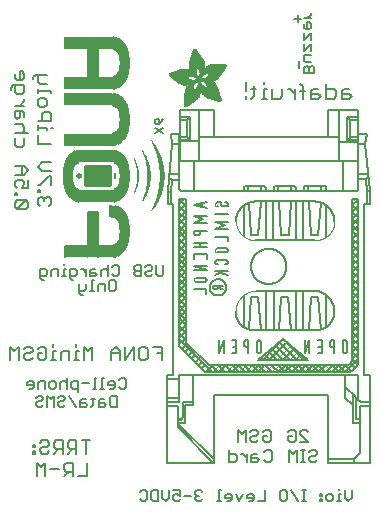
<source format=gbr>
G04 EAGLE Gerber RS-274X export*
G75*
%MOMM*%
%FSLAX34Y34*%
%LPD*%
%INSilkscreen Bottom*%
%IPPOS*%
%AMOC8*
5,1,8,0,0,1.08239X$1,22.5*%
G01*
%ADD10C,0.127000*%
%ADD11C,0.152400*%
%ADD12C,0.177800*%
%ADD13C,0.203200*%
%ADD14C,0.101600*%
%ADD15R,0.025400X0.914400*%
%ADD16R,0.025400X1.320800*%
%ADD17R,0.025400X1.574800*%
%ADD18R,0.025400X1.803400*%
%ADD19R,0.025400X0.889000*%
%ADD20R,0.025400X1.981200*%
%ADD21R,0.025400X0.990600*%
%ADD22R,0.025400X2.159000*%
%ADD23R,0.025400X1.041400*%
%ADD24R,0.025400X2.311400*%
%ADD25R,0.025400X1.066800*%
%ADD26R,0.025400X2.438400*%
%ADD27R,0.025400X2.590800*%
%ADD28R,0.025400X2.692400*%
%ADD29R,0.025400X2.794000*%
%ADD30R,0.025400X2.895600*%
%ADD31R,0.025400X2.997200*%
%ADD32R,0.025400X3.048000*%
%ADD33R,0.025400X3.149600*%
%ADD34R,0.025400X3.225800*%
%ADD35R,0.025400X3.302000*%
%ADD36R,0.025400X3.352800*%
%ADD37R,0.025400X3.429000*%
%ADD38R,0.025400X3.505200*%
%ADD39R,0.025400X3.556000*%
%ADD40R,0.025400X3.606800*%
%ADD41R,0.025400X3.657600*%
%ADD42R,0.025400X3.708400*%
%ADD43R,0.025400X3.759200*%
%ADD44R,0.025400X3.810000*%
%ADD45R,0.025400X3.835400*%
%ADD46R,0.025400X3.860800*%
%ADD47R,0.025400X3.911600*%
%ADD48R,0.025400X3.962400*%
%ADD49R,0.025400X3.987800*%
%ADD50R,0.025400X4.013200*%
%ADD51R,0.025400X1.676400*%
%ADD52R,0.025400X1.651000*%
%ADD53R,0.025400X1.524000*%
%ADD54R,0.025400X1.549400*%
%ADD55R,0.025400X1.447800*%
%ADD56R,0.025400X1.371600*%
%ADD57R,0.025400X1.397000*%
%ADD58R,0.025400X1.346200*%
%ADD59R,0.025400X1.295400*%
%ADD60R,0.025400X1.270000*%
%ADD61R,0.025400X1.244600*%
%ADD62R,0.025400X1.219200*%
%ADD63R,0.025400X1.193800*%
%ADD64R,0.025400X1.168400*%
%ADD65R,0.025400X1.143000*%
%ADD66R,0.025400X0.101600*%
%ADD67R,0.025400X0.254000*%
%ADD68R,0.025400X0.304800*%
%ADD69R,0.025400X1.117600*%
%ADD70R,0.025400X0.355600*%
%ADD71R,0.025400X0.406400*%
%ADD72R,0.025400X1.092200*%
%ADD73R,0.025400X0.457200*%
%ADD74R,0.025400X0.381000*%
%ADD75R,0.025400X0.228600*%
%ADD76R,0.025400X1.778000*%
%ADD77R,0.025400X1.828800*%
%ADD78R,0.025400X1.854200*%
%ADD79R,0.025400X3.784600*%
%ADD80R,0.025400X4.470400*%
%ADD81R,0.025400X3.886200*%
%ADD82R,0.025400X3.937000*%
%ADD83R,0.025400X1.727200*%
%ADD84R,0.025400X0.431800*%
%ADD85R,0.025400X1.422400*%
%ADD86R,0.025400X1.498600*%
%ADD87R,0.025400X1.600200*%
%ADD88R,0.025400X1.625600*%
%ADD89R,0.025400X3.733800*%
%ADD90R,0.025400X3.683000*%
%ADD91R,0.025400X3.632200*%
%ADD92R,0.025400X3.454400*%
%ADD93R,0.025400X3.378200*%
%ADD94R,0.025400X3.327400*%
%ADD95R,0.025400X3.251200*%
%ADD96R,0.025400X3.175000*%
%ADD97R,0.025400X3.098800*%
%ADD98R,0.025400X3.022600*%
%ADD99R,0.025400X2.921000*%
%ADD100R,0.025400X2.819400*%
%ADD101R,0.025400X2.717800*%
%ADD102R,0.025400X2.616200*%
%ADD103R,0.025400X2.489200*%
%ADD104R,0.025400X2.362200*%
%ADD105R,0.025400X2.336800*%
%ADD106R,0.025400X2.209800*%
%ADD107R,0.025400X2.184400*%
%ADD108R,0.025400X2.057400*%
%ADD109R,0.025400X2.032000*%
%ADD110R,0.025400X1.879600*%
%ADD111R,0.025400X0.482600*%
%ADD112R,0.025400X0.050800*%
%ADD113R,0.025400X0.025400*%
%ADD114R,0.025400X0.076200*%
%ADD115R,0.025400X0.152400*%
%ADD116R,0.025400X0.127000*%
%ADD117R,0.025400X0.177800*%
%ADD118R,0.025400X0.203200*%
%ADD119R,0.025400X0.330200*%
%ADD120R,0.025400X0.609600*%
%ADD121R,0.025400X0.711200*%
%ADD122R,0.025400X0.279400*%
%ADD123R,0.025400X0.508000*%
%ADD124R,0.025400X0.533400*%
%ADD125R,0.025400X0.558800*%
%ADD126R,0.025400X0.635000*%
%ADD127R,0.025400X0.736600*%
%ADD128R,0.025400X2.565400*%
%ADD129R,0.025400X2.286000*%
%ADD130R,0.025400X2.082800*%
%ADD131R,0.025400X1.930400*%
%ADD132R,0.025400X1.473200*%
%ADD133R,0.025400X0.812800*%
%ADD134R,0.025400X0.685800*%
%ADD135R,0.025400X0.762000*%
%ADD136R,0.025400X0.838200*%
%ADD137R,0.025400X1.016000*%
%ADD138R,0.025400X3.403600*%
%ADD139R,0.025400X3.276600*%
%ADD140R,0.025400X2.844800*%
%ADD141R,0.025400X2.667000*%
%ADD142R,0.068600X0.007600*%
%ADD143R,0.114300X0.007600*%
%ADD144R,0.152400X0.007700*%
%ADD145R,0.182900X0.007600*%
%ADD146R,0.205700X0.007600*%
%ADD147R,0.228600X0.007600*%
%ADD148R,0.259100X0.007600*%
%ADD149R,0.274300X0.007700*%
%ADD150R,0.289500X0.007600*%
%ADD151R,0.304800X0.007600*%
%ADD152R,0.320100X0.007600*%
%ADD153R,0.342900X0.007600*%
%ADD154R,0.350500X0.007700*%
%ADD155R,0.365800X0.007600*%
%ADD156R,0.381000X0.007600*%
%ADD157R,0.388600X0.007600*%
%ADD158R,0.403800X0.007600*%
%ADD159R,0.419100X0.007700*%
%ADD160R,0.426700X0.007600*%
%ADD161R,0.441900X0.007600*%
%ADD162R,0.449600X0.007600*%
%ADD163R,0.464800X0.007600*%
%ADD164R,0.480000X0.007700*%
%ADD165R,0.487600X0.007600*%
%ADD166R,0.495300X0.007600*%
%ADD167R,0.510500X0.007600*%
%ADD168R,0.518100X0.007600*%
%ADD169R,0.525700X0.007700*%
%ADD170R,0.541000X0.007600*%
%ADD171R,0.548600X0.007600*%
%ADD172R,0.563800X0.007600*%
%ADD173R,0.571500X0.007600*%
%ADD174R,0.579100X0.007700*%
%ADD175R,0.594300X0.007600*%
%ADD176R,0.601900X0.007600*%
%ADD177R,0.609600X0.007600*%
%ADD178R,0.624800X0.007600*%
%ADD179R,0.632400X0.007700*%
%ADD180R,0.640000X0.007600*%
%ADD181R,0.655300X0.007600*%
%ADD182R,0.662900X0.007600*%
%ADD183R,0.678100X0.007600*%
%ADD184R,0.685800X0.007700*%
%ADD185R,0.693400X0.007600*%
%ADD186R,0.708600X0.007600*%
%ADD187R,0.716200X0.007600*%
%ADD188R,0.723900X0.007600*%
%ADD189R,0.739100X0.007700*%
%ADD190R,0.746700X0.007600*%
%ADD191R,0.754300X0.007600*%
%ADD192R,0.769600X0.007600*%
%ADD193R,0.777200X0.007600*%
%ADD194R,0.792400X0.007700*%
%ADD195R,0.800100X0.007600*%
%ADD196R,0.807700X0.007600*%
%ADD197R,0.822900X0.007600*%
%ADD198R,0.830500X0.007600*%
%ADD199R,0.838200X0.007700*%
%ADD200R,0.091500X0.007600*%
%ADD201R,0.853400X0.007600*%
%ADD202R,0.144700X0.007600*%
%ADD203R,0.861000X0.007600*%
%ADD204R,0.190500X0.007600*%
%ADD205R,0.876300X0.007600*%
%ADD206R,0.221000X0.007600*%
%ADD207R,0.883900X0.007600*%
%ADD208R,0.259000X0.007700*%
%ADD209R,0.891500X0.007700*%
%ADD210R,0.289600X0.007600*%
%ADD211R,0.906700X0.007600*%
%ADD212R,0.914400X0.007600*%
%ADD213R,0.350500X0.007600*%
%ADD214R,0.922000X0.007600*%
%ADD215R,0.937200X0.007600*%
%ADD216R,0.411400X0.007700*%
%ADD217R,0.944800X0.007700*%
%ADD218R,0.434300X0.007600*%
%ADD219R,0.952500X0.007600*%
%ADD220R,0.464900X0.007600*%
%ADD221R,0.967700X0.007600*%
%ADD222R,0.975300X0.007600*%
%ADD223R,0.518200X0.007600*%
%ADD224R,0.990600X0.007600*%
%ADD225R,0.548600X0.007700*%
%ADD226R,0.998200X0.007700*%
%ADD227R,1.005800X0.007600*%
%ADD228R,0.594400X0.007600*%
%ADD229R,1.021000X0.007600*%
%ADD230R,0.617200X0.007600*%
%ADD231R,1.028700X0.007600*%
%ADD232R,0.647700X0.007600*%
%ADD233R,1.036300X0.007600*%
%ADD234R,0.670500X0.007700*%
%ADD235R,1.051500X0.007700*%
%ADD236R,1.059100X0.007600*%
%ADD237R,0.716300X0.007600*%
%ADD238R,1.066800X0.007600*%
%ADD239R,0.739100X0.007600*%
%ADD240R,1.074400X0.007600*%
%ADD241R,0.762000X0.007600*%
%ADD242R,1.089600X0.007600*%
%ADD243R,0.784800X0.007700*%
%ADD244R,1.097200X0.007700*%
%ADD245R,1.104900X0.007600*%
%ADD246R,0.830600X0.007600*%
%ADD247R,1.112500X0.007600*%
%ADD248R,0.845800X0.007600*%
%ADD249R,1.120100X0.007600*%
%ADD250R,0.868700X0.007600*%
%ADD251R,1.127700X0.007600*%
%ADD252R,1.135300X0.007700*%
%ADD253R,1.143000X0.007600*%
%ADD254R,0.944900X0.007600*%
%ADD255R,1.150600X0.007600*%
%ADD256R,0.960100X0.007600*%
%ADD257R,1.158200X0.007600*%
%ADD258R,0.983000X0.007600*%
%ADD259R,1.165800X0.007600*%
%ADD260R,1.005900X0.007700*%
%ADD261R,1.173400X0.007700*%
%ADD262R,1.021100X0.007600*%
%ADD263R,1.181100X0.007600*%
%ADD264R,1.044000X0.007600*%
%ADD265R,1.188700X0.007600*%
%ADD266R,1.196300X0.007600*%
%ADD267R,1.082000X0.007600*%
%ADD268R,1.203900X0.007600*%
%ADD269R,1.104900X0.007700*%
%ADD270R,1.211500X0.007700*%
%ADD271R,1.211500X0.007600*%
%ADD272R,1.219200X0.007600*%
%ADD273R,1.226800X0.007600*%
%ADD274R,1.234400X0.007600*%
%ADD275R,1.188700X0.007700*%
%ADD276R,1.242000X0.007700*%
%ADD277R,1.242000X0.007600*%
%ADD278R,1.211600X0.007600*%
%ADD279R,1.249600X0.007600*%
%ADD280R,1.257300X0.007600*%
%ADD281R,1.264900X0.007600*%
%ADD282R,1.242100X0.007700*%
%ADD283R,1.264900X0.007700*%
%ADD284R,1.272500X0.007600*%
%ADD285R,1.265000X0.007600*%
%ADD286R,1.280100X0.007600*%
%ADD287R,1.272600X0.007600*%
%ADD288R,1.287700X0.007600*%
%ADD289R,1.287800X0.007600*%
%ADD290R,1.295400X0.007700*%
%ADD291R,1.303000X0.007600*%
%ADD292R,1.318200X0.007600*%
%ADD293R,1.310600X0.007600*%
%ADD294R,1.325900X0.007600*%
%ADD295R,1.341100X0.007700*%
%ADD296R,1.318200X0.007700*%
%ADD297R,1.341100X0.007600*%
%ADD298R,1.325800X0.007600*%
%ADD299R,1.348700X0.007600*%
%ADD300R,1.364000X0.007600*%
%ADD301R,1.333500X0.007600*%
%ADD302R,1.371600X0.007700*%
%ADD303R,1.379200X0.007600*%
%ADD304R,1.379300X0.007600*%
%ADD305R,1.386900X0.007600*%
%ADD306R,1.394500X0.007600*%
%ADD307R,1.356300X0.007600*%
%ADD308R,1.394400X0.007700*%
%ADD309R,1.356300X0.007700*%
%ADD310R,1.402000X0.007600*%
%ADD311R,1.409700X0.007600*%
%ADD312R,1.363900X0.007600*%
%ADD313R,1.417300X0.007600*%
%ADD314R,1.371600X0.007600*%
%ADD315R,1.424900X0.007700*%
%ADD316R,1.424900X0.007600*%
%ADD317R,1.432600X0.007600*%
%ADD318R,1.440200X0.007600*%
%ADD319R,1.386800X0.007600*%
%ADD320R,1.447800X0.007700*%
%ADD321R,1.386800X0.007700*%
%ADD322R,1.447800X0.007600*%
%ADD323R,1.455500X0.007600*%
%ADD324R,1.394400X0.007600*%
%ADD325R,1.463100X0.007600*%
%ADD326R,1.455400X0.007700*%
%ADD327R,1.463000X0.007600*%
%ADD328R,1.470600X0.007600*%
%ADD329R,1.470600X0.007700*%
%ADD330R,1.409700X0.007700*%
%ADD331R,1.470700X0.007600*%
%ADD332R,1.402100X0.007600*%
%ADD333R,1.478300X0.007600*%
%ADD334R,1.478300X0.007700*%
%ADD335R,1.402100X0.007700*%
%ADD336R,1.485900X0.007600*%
%ADD337R,1.485900X0.007700*%
%ADD338R,1.493500X0.007700*%
%ADD339R,1.493500X0.007600*%
%ADD340R,1.394500X0.007700*%
%ADD341R,1.493600X0.007700*%
%ADD342R,1.386900X0.007700*%
%ADD343R,1.379200X0.007700*%
%ADD344R,2.857500X0.007700*%
%ADD345R,2.857500X0.007600*%
%ADD346R,2.849900X0.007600*%
%ADD347R,2.842300X0.007600*%
%ADD348R,2.834700X0.007700*%
%ADD349R,2.827000X0.007600*%
%ADD350R,2.819400X0.007600*%
%ADD351R,2.811800X0.007600*%
%ADD352R,2.811800X0.007700*%
%ADD353R,2.804100X0.007600*%
%ADD354R,2.796500X0.007600*%
%ADD355R,1.966000X0.007600*%
%ADD356R,1.943100X0.007600*%
%ADD357R,0.754400X0.007600*%
%ADD358R,1.927900X0.007700*%
%ADD359R,0.746700X0.007700*%
%ADD360R,1.912600X0.007600*%
%ADD361R,0.731500X0.007600*%
%ADD362R,1.905000X0.007600*%
%ADD363R,1.882200X0.007600*%
%ADD364R,1.874600X0.007600*%
%ADD365R,1.866900X0.007700*%
%ADD366R,0.708700X0.007700*%
%ADD367R,1.851600X0.007600*%
%ADD368R,0.701100X0.007600*%
%ADD369R,1.844000X0.007600*%
%ADD370R,1.836400X0.007600*%
%ADD371R,1.821200X0.007600*%
%ADD372R,0.685800X0.007600*%
%ADD373R,1.813500X0.007700*%
%ADD374R,1.805900X0.007600*%
%ADD375R,0.678200X0.007600*%
%ADD376R,1.790700X0.007600*%
%ADD377R,0.670600X0.007600*%
%ADD378R,1.775500X0.007600*%
%ADD379R,1.767900X0.007700*%
%ADD380R,0.663000X0.007700*%
%ADD381R,1.760200X0.007600*%
%ADD382R,1.752600X0.007600*%
%ADD383R,0.937300X0.007600*%
%ADD384R,0.792500X0.007600*%
%ADD385R,0.899100X0.007600*%
%ADD386R,0.883900X0.007700*%
%ADD387R,0.716300X0.007700*%
%ADD388R,0.647700X0.007700*%
%ADD389R,0.640100X0.007600*%
%ADD390R,0.632500X0.007600*%
%ADD391R,0.655400X0.007600*%
%ADD392R,0.632400X0.007600*%
%ADD393R,0.845800X0.007700*%
%ADD394R,0.617200X0.007700*%
%ADD395R,0.624800X0.007700*%
%ADD396R,0.602000X0.007600*%
%ADD397R,0.838200X0.007600*%
%ADD398R,0.586700X0.007600*%
%ADD399R,0.548700X0.007600*%
%ADD400R,0.830500X0.007700*%
%ADD401R,0.541000X0.007700*%
%ADD402R,0.594300X0.007700*%
%ADD403R,0.525800X0.007600*%
%ADD404R,0.586800X0.007600*%
%ADD405R,0.815300X0.007600*%
%ADD406R,0.579200X0.007600*%
%ADD407R,0.815400X0.007600*%
%ADD408R,0.815400X0.007700*%
%ADD409R,0.571500X0.007700*%
%ADD410R,0.807800X0.007600*%
%ADD411R,0.563900X0.007600*%
%ADD412R,0.457200X0.007600*%
%ADD413R,0.442000X0.007600*%
%ADD414R,0.556300X0.007600*%
%ADD415R,0.807700X0.007700*%
%ADD416R,0.411500X0.007600*%
%ADD417R,0.533400X0.007600*%
%ADD418R,0.076200X0.007600*%
%ADD419R,0.403900X0.007600*%
%ADD420R,0.525700X0.007600*%
%ADD421R,0.388700X0.007600*%
%ADD422R,0.297200X0.007600*%
%ADD423R,0.373400X0.007700*%
%ADD424R,0.503000X0.007700*%
%ADD425R,0.426800X0.007700*%
%ADD426R,0.358100X0.007600*%
%ADD427R,0.502900X0.007600*%
%ADD428R,0.472400X0.007600*%
%ADD429R,0.487700X0.007600*%
%ADD430R,0.335300X0.007600*%
%ADD431R,0.792500X0.007700*%
%ADD432R,0.327600X0.007700*%
%ADD433R,0.472400X0.007700*%
%ADD434R,0.640000X0.007700*%
%ADD435R,0.784800X0.007600*%
%ADD436R,0.320000X0.007600*%
%ADD437R,0.792400X0.007600*%
%ADD438R,1.173400X0.007600*%
%ADD439R,1.196400X0.007600*%
%ADD440R,0.784900X0.007600*%
%ADD441R,0.784900X0.007700*%
%ADD442R,0.297200X0.007700*%
%ADD443R,1.249700X0.007600*%
%ADD444R,0.281900X0.007600*%
%ADD445R,1.295400X0.007600*%
%ADD446R,0.266700X0.007600*%
%ADD447R,0.777300X0.007700*%
%ADD448R,0.266700X0.007700*%
%ADD449R,1.333500X0.007700*%
%ADD450R,0.777300X0.007600*%
%ADD451R,1.348800X0.007600*%
%ADD452R,0.251500X0.007600*%
%ADD453R,0.243900X0.007700*%
%ADD454R,0.243900X0.007600*%
%ADD455R,1.440100X0.007600*%
%ADD456R,0.236200X0.007600*%
%ADD457R,0.762000X0.007700*%
%ADD458R,0.236200X0.007700*%
%ADD459R,1.508700X0.007700*%
%ADD460R,1.531600X0.007600*%
%ADD461R,1.546900X0.007600*%
%ADD462R,1.569700X0.007600*%
%ADD463R,1.585000X0.007600*%
%ADD464R,0.746800X0.007700*%
%ADD465R,1.607800X0.007700*%
%ADD466R,0.243800X0.007600*%
%ADD467R,1.630700X0.007600*%
%ADD468R,1.653500X0.007600*%
%ADD469R,0.739200X0.007600*%
%ADD470R,1.684000X0.007600*%
%ADD471R,2.019300X0.007600*%
%ADD472R,0.731500X0.007700*%
%ADD473R,2.026900X0.007700*%
%ADD474R,2.049800X0.007600*%
%ADD475R,2.057400X0.007600*%
%ADD476R,0.708700X0.007600*%
%ADD477R,2.072600X0.007600*%
%ADD478R,0.701000X0.007600*%
%ADD479R,2.095500X0.007600*%
%ADD480R,0.693500X0.007700*%
%ADD481R,2.110800X0.007700*%
%ADD482R,2.141200X0.007600*%
%ADD483R,0.060900X0.007600*%
%ADD484R,2.872700X0.007600*%
%ADD485R,3.124200X0.007600*%
%ADD486R,3.177600X0.007600*%
%ADD487R,3.215600X0.007700*%
%ADD488R,3.253700X0.007600*%
%ADD489R,3.284300X0.007600*%
%ADD490R,3.314700X0.007600*%
%ADD491R,3.352800X0.007600*%
%ADD492R,3.375600X0.007700*%
%ADD493R,3.406200X0.007600*%
%ADD494R,3.429000X0.007600*%
%ADD495R,3.451800X0.007600*%
%ADD496R,3.482400X0.007600*%
%ADD497R,1.828800X0.007700*%
%ADD498R,1.539300X0.007700*%
%ADD499R,1.767900X0.007600*%
%ADD500R,1.767800X0.007600*%
%ADD501R,1.760200X0.007700*%
%ADD502R,1.760300X0.007600*%
%ADD503R,1.775400X0.007700*%
%ADD504R,1.379300X0.007700*%
%ADD505R,1.783000X0.007600*%
%ADD506R,1.813500X0.007600*%
%ADD507R,1.821100X0.007700*%
%ADD508R,0.503000X0.007600*%
%ADD509R,1.135400X0.007600*%
%ADD510R,1.127700X0.007700*%
%ADD511R,0.487700X0.007700*%
%ADD512R,1.120200X0.007600*%
%ADD513R,1.097300X0.007600*%
%ADD514R,0.510600X0.007600*%
%ADD515R,1.074400X0.007700*%
%ADD516R,0.525800X0.007700*%
%ADD517R,1.440200X0.007700*%
%ADD518R,1.059200X0.007600*%
%ADD519R,1.051600X0.007600*%
%ADD520R,1.051500X0.007600*%
%ADD521R,1.043900X0.007700*%
%ADD522R,0.602000X0.007700*%
%ADD523R,1.524000X0.007600*%
%ADD524R,1.539300X0.007600*%
%ADD525R,1.592600X0.007600*%
%ADD526R,1.021100X0.007700*%
%ADD527R,1.615400X0.007700*%
%ADD528R,1.013400X0.007600*%
%ADD529R,1.653600X0.007600*%
%ADD530R,1.013500X0.007600*%
%ADD531R,1.699300X0.007600*%
%ADD532R,2.743200X0.007600*%
%ADD533R,1.005900X0.007600*%
%ADD534R,2.415500X0.007600*%
%ADD535R,1.005800X0.007700*%
%ADD536R,0.281900X0.007700*%
%ADD537R,2.408000X0.007700*%
%ADD538R,2.407900X0.007600*%
%ADD539R,0.998200X0.007600*%
%ADD540R,0.282000X0.007600*%
%ADD541R,0.998300X0.007600*%
%ADD542R,2.400300X0.007600*%
%ADD543R,0.289500X0.007700*%
%ADD544R,2.400300X0.007700*%
%ADD545R,0.297100X0.007600*%
%ADD546R,0.312400X0.007600*%
%ADD547R,2.392700X0.007600*%
%ADD548R,0.990600X0.007700*%
%ADD549R,0.327700X0.007700*%
%ADD550R,2.392700X0.007700*%
%ADD551R,2.385100X0.007600*%
%ADD552R,0.381000X0.007700*%
%ADD553R,2.377400X0.007700*%
%ADD554R,2.377400X0.007600*%
%ADD555R,2.369800X0.007600*%
%ADD556R,0.419100X0.007600*%
%ADD557R,2.362200X0.007600*%
%ADD558R,0.426800X0.007600*%
%ADD559R,1.036300X0.007700*%
%ADD560R,0.442000X0.007700*%
%ADD561R,2.354600X0.007700*%
%ADD562R,2.354600X0.007600*%
%ADD563R,0.480100X0.007600*%
%ADD564R,2.347000X0.007600*%
%ADD565R,1.074500X0.007600*%
%ADD566R,2.339400X0.007600*%
%ADD567R,1.082100X0.007700*%
%ADD568R,0.548700X0.007700*%
%ADD569R,2.331800X0.007700*%
%ADD570R,2.331800X0.007600*%
%ADD571R,0.624900X0.007600*%
%ADD572R,2.324100X0.007600*%
%ADD573R,1.859300X0.007600*%
%ADD574R,2.308800X0.007600*%
%ADD575R,2.301200X0.007700*%
%ADD576R,2.301200X0.007600*%
%ADD577R,2.293600X0.007600*%
%ADD578R,2.278400X0.007600*%
%ADD579R,1.889800X0.007600*%
%ADD580R,2.270700X0.007600*%
%ADD581R,1.897400X0.007700*%
%ADD582R,2.255500X0.007700*%
%ADD583R,1.897400X0.007600*%
%ADD584R,2.247900X0.007600*%
%ADD585R,2.232600X0.007600*%
%ADD586R,1.912700X0.007600*%
%ADD587R,2.209800X0.007600*%
%ADD588R,1.920300X0.007600*%
%ADD589R,2.186900X0.007600*%
%ADD590R,1.920300X0.007700*%
%ADD591R,2.171700X0.007700*%
%ADD592R,1.935500X0.007600*%
%ADD593R,2.148800X0.007600*%
%ADD594R,2.126000X0.007600*%
%ADD595R,1.950700X0.007600*%
%ADD596R,1.958400X0.007700*%
%ADD597R,2.042200X0.007700*%
%ADD598R,1.973600X0.007600*%
%ADD599R,1.996500X0.007600*%
%ADD600R,1.981200X0.007600*%
%ADD601R,1.988800X0.007600*%
%ADD602R,1.996400X0.007700*%
%ADD603R,1.996400X0.007600*%
%ADD604R,2.004100X0.007600*%
%ADD605R,1.874500X0.007600*%
%ADD606R,1.425000X0.007600*%
%ADD607R,2.026900X0.007600*%
%ADD608R,0.434400X0.007700*%
%ADD609R,1.364000X0.007700*%
%ADD610R,2.034500X0.007600*%
%ADD611R,0.434400X0.007600*%
%ADD612R,2.049700X0.007600*%
%ADD613R,2.065000X0.007700*%
%ADD614R,0.464800X0.007700*%
%ADD615R,1.196300X0.007700*%
%ADD616R,2.080300X0.007600*%
%ADD617R,1.158300X0.007600*%
%ADD618R,2.087900X0.007600*%
%ADD619R,0.472500X0.007600*%
%ADD620R,2.103100X0.007600*%
%ADD621R,2.118400X0.007600*%
%ADD622R,2.133600X0.007600*%
%ADD623R,2.148800X0.007700*%
%ADD624R,2.164000X0.007600*%
%ADD625R,2.171700X0.007600*%
%ADD626R,2.187000X0.007600*%
%ADD627R,0.556200X0.007600*%
%ADD628R,2.202200X0.007700*%
%ADD629R,0.556200X0.007700*%
%ADD630R,0.640100X0.007700*%
%ADD631R,0.579100X0.007600*%
%ADD632R,0.480000X0.007600*%
%ADD633R,1.752600X0.007700*%
%ADD634R,0.487600X0.007700*%
%ADD635R,0.594400X0.007700*%
%ADD636R,0.358100X0.007700*%
%ADD637R,0.099000X0.007600*%
%ADD638R,1.280200X0.007600*%
%ADD639R,1.745000X0.007600*%
%ADD640R,1.744900X0.007600*%
%ADD641R,1.737300X0.007700*%
%ADD642R,1.737400X0.007600*%
%ADD643R,1.729800X0.007600*%
%ADD644R,1.722200X0.007600*%
%ADD645R,1.722100X0.007600*%
%ADD646R,1.714500X0.007700*%
%ADD647R,1.356400X0.007700*%
%ADD648R,1.706900X0.007600*%
%ADD649R,1.356400X0.007600*%
%ADD650R,1.691700X0.007600*%
%ADD651R,1.668800X0.007700*%
%ADD652R,1.645900X0.007600*%
%ADD653R,1.623100X0.007600*%
%ADD654R,1.577400X0.007600*%
%ADD655R,1.554400X0.007600*%
%ADD656R,1.539200X0.007600*%
%ADD657R,1.524000X0.007700*%
%ADD658R,1.501100X0.007600*%
%ADD659R,1.455400X0.007600*%
%ADD660R,1.348800X0.007700*%
%ADD661R,1.318300X0.007600*%
%ADD662R,1.310600X0.007700*%
%ADD663R,1.287800X0.007700*%
%ADD664R,1.234500X0.007600*%
%ADD665R,1.226900X0.007600*%
%ADD666R,1.173500X0.007700*%
%ADD667R,1.173500X0.007600*%
%ADD668R,1.165900X0.007600*%
%ADD669R,1.143000X0.007700*%
%ADD670R,1.127800X0.007600*%
%ADD671R,1.097200X0.007600*%
%ADD672R,1.028700X0.007700*%
%ADD673R,0.982900X0.007600*%
%ADD674R,0.952500X0.007700*%
%ADD675R,0.929600X0.007600*%
%ADD676R,0.906800X0.007700*%
%ADD677R,0.906800X0.007600*%
%ADD678R,0.899200X0.007600*%
%ADD679R,0.884000X0.007600*%
%ADD680R,0.876300X0.007700*%
%ADD681R,0.830600X0.007700*%
%ADD682R,0.754400X0.007700*%
%ADD683R,0.746800X0.007600*%
%ADD684R,0.708600X0.007700*%
%ADD685R,0.678200X0.007700*%
%ADD686R,0.663000X0.007600*%
%ADD687R,0.632500X0.007700*%
%ADD688R,0.556300X0.007700*%
%ADD689R,0.518200X0.007700*%
%ADD690R,0.434300X0.007700*%
%ADD691R,0.396300X0.007700*%
%ADD692R,0.373300X0.007600*%
%ADD693R,0.365700X0.007600*%
%ADD694R,0.327700X0.007600*%
%ADD695R,0.304800X0.007700*%
%ADD696R,0.274300X0.007600*%
%ADD697R,0.243800X0.007700*%
%ADD698R,0.205800X0.007600*%
%ADD699R,0.152400X0.007600*%
%ADD700R,0.121900X0.007700*%


D10*
X252560Y438154D02*
X246628Y438154D01*
X249594Y441120D02*
X249594Y435188D01*
X250194Y402342D02*
X250194Y396410D01*
X254635Y391833D02*
X263533Y391833D01*
X263533Y396282D01*
X262050Y397765D01*
X260567Y397765D01*
X259084Y396282D01*
X257601Y397765D01*
X256118Y397765D01*
X254635Y396282D01*
X254635Y391833D01*
X259084Y391833D02*
X259084Y396282D01*
X260567Y401188D02*
X256118Y401188D01*
X254635Y402671D01*
X254635Y407120D01*
X260567Y407120D01*
X260567Y410543D02*
X260567Y416475D01*
X254635Y410543D01*
X254635Y416475D01*
X260567Y419899D02*
X260567Y425830D01*
X254635Y419899D01*
X254635Y425830D01*
X254635Y430737D02*
X254635Y433703D01*
X254635Y430737D02*
X256118Y429254D01*
X259084Y429254D01*
X260567Y430737D01*
X260567Y433703D01*
X259084Y435186D01*
X257601Y435186D01*
X257601Y429254D01*
X254635Y438609D02*
X260567Y438609D01*
X257601Y438609D02*
X260567Y441575D01*
X260567Y443058D01*
D11*
X40523Y281681D02*
X38658Y279817D01*
X40523Y281681D02*
X40523Y285409D01*
X38658Y287274D01*
X36794Y287274D01*
X34930Y285409D01*
X34930Y283545D01*
X34930Y285409D02*
X33066Y287274D01*
X31201Y287274D01*
X29337Y285409D01*
X29337Y281681D01*
X31201Y279817D01*
X31201Y291511D02*
X29337Y291511D01*
X31201Y291511D02*
X31201Y293375D01*
X29337Y293375D01*
X29337Y291511D01*
X40523Y297357D02*
X40523Y304815D01*
X38658Y304815D01*
X31201Y297357D01*
X29337Y297357D01*
X33066Y309051D02*
X40523Y309051D01*
X33066Y309051D02*
X29337Y312780D01*
X33066Y316508D01*
X40523Y316508D01*
X40523Y332439D02*
X29337Y332439D01*
X29337Y339896D01*
X36794Y344133D02*
X36794Y345998D01*
X29337Y345998D01*
X29337Y347862D02*
X29337Y344133D01*
X40523Y345998D02*
X42387Y345998D01*
X40523Y351929D02*
X29337Y351929D01*
X40523Y351929D02*
X40523Y357522D01*
X38658Y359386D01*
X34930Y359386D01*
X33066Y357522D01*
X33066Y351929D01*
X29337Y365488D02*
X29337Y369216D01*
X31201Y371080D01*
X34930Y371080D01*
X36794Y369216D01*
X36794Y365488D01*
X34930Y363623D01*
X31201Y363623D01*
X29337Y365488D01*
X40523Y375317D02*
X40523Y377182D01*
X29337Y377182D01*
X29337Y379046D02*
X29337Y375317D01*
X31201Y383113D02*
X36794Y383113D01*
X31201Y383113D02*
X29337Y384977D01*
X29337Y390570D01*
X27473Y390570D02*
X36794Y390570D01*
X27473Y390570D02*
X25609Y388706D01*
X25609Y386842D01*
X19608Y276893D02*
X12151Y276893D01*
X19608Y276893D02*
X21473Y278757D01*
X21473Y282486D01*
X19608Y284350D01*
X12151Y284350D01*
X10287Y282486D01*
X10287Y278757D01*
X12151Y276893D01*
X19608Y284350D01*
X12151Y288587D02*
X10287Y288587D01*
X12151Y288587D02*
X12151Y290451D01*
X10287Y290451D01*
X10287Y288587D01*
X21473Y294434D02*
X21473Y301891D01*
X21473Y294434D02*
X15880Y294434D01*
X17744Y298162D01*
X17744Y300027D01*
X15880Y301891D01*
X12151Y301891D01*
X10287Y300027D01*
X10287Y296298D01*
X12151Y294434D01*
X10287Y306128D02*
X17744Y306128D01*
X21473Y309856D01*
X17744Y313585D01*
X10287Y313585D01*
X15880Y313585D02*
X15880Y306128D01*
X17744Y331380D02*
X17744Y336973D01*
X17744Y331380D02*
X15880Y329516D01*
X12151Y329516D01*
X10287Y331380D01*
X10287Y336973D01*
X10287Y341210D02*
X21473Y341210D01*
X17744Y343074D02*
X15880Y341210D01*
X17744Y343074D02*
X17744Y346803D01*
X15880Y348667D01*
X10287Y348667D01*
X17744Y354768D02*
X17744Y358497D01*
X15880Y360361D01*
X10287Y360361D01*
X10287Y354768D01*
X12151Y352904D01*
X14016Y354768D01*
X14016Y360361D01*
X17744Y364598D02*
X10287Y364598D01*
X14016Y364598D02*
X17744Y368326D01*
X17744Y370191D01*
X6559Y378071D02*
X6559Y379936D01*
X8423Y381800D01*
X17744Y381800D01*
X17744Y376207D01*
X15880Y374343D01*
X12151Y374343D01*
X10287Y376207D01*
X10287Y381800D01*
X10287Y387901D02*
X10287Y391629D01*
X10287Y387901D02*
X12151Y386037D01*
X15880Y386037D01*
X17744Y387901D01*
X17744Y391629D01*
X15880Y393494D01*
X14016Y393494D01*
X14016Y386037D01*
D10*
X135707Y229243D02*
X135707Y221828D01*
X134224Y220345D01*
X131259Y220345D01*
X129776Y221828D01*
X129776Y229243D01*
X121903Y229243D02*
X120420Y227760D01*
X121903Y229243D02*
X124869Y229243D01*
X126352Y227760D01*
X126352Y226277D01*
X124869Y224794D01*
X121903Y224794D01*
X120420Y223311D01*
X120420Y221828D01*
X121903Y220345D01*
X124869Y220345D01*
X126352Y221828D01*
X116997Y220345D02*
X116997Y229243D01*
X112548Y229243D01*
X111065Y227760D01*
X111065Y226277D01*
X112548Y224794D01*
X111065Y223311D01*
X111065Y221828D01*
X112548Y220345D01*
X116997Y220345D01*
X116997Y224794D02*
X112548Y224794D01*
X93838Y229243D02*
X92355Y227760D01*
X93838Y229243D02*
X96804Y229243D01*
X98287Y227760D01*
X98287Y221828D01*
X96804Y220345D01*
X93838Y220345D01*
X92355Y221828D01*
X88931Y220345D02*
X88931Y229243D01*
X87449Y226277D02*
X88931Y224794D01*
X87449Y226277D02*
X84483Y226277D01*
X83000Y224794D01*
X83000Y220345D01*
X78093Y226277D02*
X75127Y226277D01*
X73645Y224794D01*
X73645Y220345D01*
X78093Y220345D01*
X79576Y221828D01*
X78093Y223311D01*
X73645Y223311D01*
X70221Y220345D02*
X70221Y226277D01*
X70221Y223311D02*
X67255Y226277D01*
X65772Y226277D01*
X59459Y217379D02*
X57976Y217379D01*
X56493Y218862D01*
X56493Y226277D01*
X60942Y226277D01*
X62425Y224794D01*
X62425Y221828D01*
X60942Y220345D01*
X56493Y220345D01*
X53070Y226277D02*
X51587Y226277D01*
X51587Y220345D01*
X53070Y220345D02*
X50104Y220345D01*
X51587Y229243D02*
X51587Y230726D01*
X46833Y226277D02*
X46833Y220345D01*
X46833Y226277D02*
X42384Y226277D01*
X40901Y224794D01*
X40901Y220345D01*
X34512Y217379D02*
X33029Y217379D01*
X31546Y218862D01*
X31546Y226277D01*
X35995Y226277D01*
X37478Y224794D01*
X37478Y221828D01*
X35995Y220345D01*
X31546Y220345D01*
X251490Y79693D02*
X258269Y79693D01*
X251490Y86472D01*
X251490Y88166D01*
X253184Y89861D01*
X256574Y89861D01*
X258269Y88166D01*
X242660Y89861D02*
X240965Y88166D01*
X242660Y89861D02*
X246049Y89861D01*
X247744Y88166D01*
X247744Y81387D01*
X246049Y79693D01*
X242660Y79693D01*
X240965Y81387D01*
X240965Y84777D01*
X244355Y84777D01*
X221611Y89861D02*
X219916Y88166D01*
X221611Y89861D02*
X225000Y89861D01*
X226695Y88166D01*
X226695Y81387D01*
X225000Y79693D01*
X221611Y79693D01*
X219916Y81387D01*
X219916Y84777D01*
X223305Y84777D01*
X211086Y89861D02*
X209391Y88166D01*
X211086Y89861D02*
X214476Y89861D01*
X216170Y88166D01*
X216170Y86472D01*
X214476Y84777D01*
X211086Y84777D01*
X209391Y83082D01*
X209391Y81387D01*
X211086Y79693D01*
X214476Y79693D01*
X216170Y81387D01*
X205646Y79693D02*
X205646Y89861D01*
X202256Y86472D01*
X198867Y89861D01*
X198867Y79693D01*
X259383Y71021D02*
X261078Y72716D01*
X264467Y72716D01*
X266162Y71021D01*
X266162Y69327D01*
X264467Y67632D01*
X261078Y67632D01*
X259383Y65937D01*
X259383Y64242D01*
X261078Y62548D01*
X264467Y62548D01*
X266162Y64242D01*
X255638Y62548D02*
X252248Y62548D01*
X253943Y62548D02*
X253943Y72716D01*
X255638Y72716D02*
X252248Y72716D01*
X248621Y72716D02*
X248621Y62548D01*
X245232Y69327D02*
X248621Y72716D01*
X245232Y69327D02*
X241842Y72716D01*
X241842Y62548D01*
X222488Y72716D02*
X220793Y71021D01*
X222488Y72716D02*
X225877Y72716D01*
X227572Y71021D01*
X227572Y64242D01*
X225877Y62548D01*
X222488Y62548D01*
X220793Y64242D01*
X215353Y69327D02*
X211963Y69327D01*
X210268Y67632D01*
X210268Y62548D01*
X215353Y62548D01*
X217047Y64242D01*
X215353Y65937D01*
X210268Y65937D01*
X206523Y62548D02*
X206523Y69327D01*
X206523Y65937D02*
X203133Y69327D01*
X201439Y69327D01*
X190973Y72716D02*
X190973Y62548D01*
X196058Y62548D01*
X197752Y64242D01*
X197752Y67632D01*
X196058Y69327D01*
X190973Y69327D01*
D11*
X70081Y69977D02*
X70081Y81163D01*
X73809Y81163D02*
X66352Y81163D01*
X62116Y81163D02*
X62116Y69977D01*
X62116Y81163D02*
X56523Y81163D01*
X54658Y79298D01*
X54658Y75570D01*
X56523Y73706D01*
X62116Y73706D01*
X58387Y73706D02*
X54658Y69977D01*
X50422Y69977D02*
X50422Y81163D01*
X44829Y81163D01*
X42965Y79298D01*
X42965Y75570D01*
X44829Y73706D01*
X50422Y73706D01*
X46693Y73706D02*
X42965Y69977D01*
X33135Y81163D02*
X31271Y79298D01*
X33135Y81163D02*
X36863Y81163D01*
X38728Y79298D01*
X38728Y77434D01*
X36863Y75570D01*
X33135Y75570D01*
X31271Y73706D01*
X31271Y71841D01*
X33135Y69977D01*
X36863Y69977D01*
X38728Y71841D01*
X27034Y77434D02*
X25169Y77434D01*
X25169Y75570D01*
X27034Y75570D01*
X27034Y77434D01*
X27034Y71841D02*
X25169Y71841D01*
X25169Y69977D01*
X27034Y69977D01*
X27034Y71841D01*
X70886Y62113D02*
X70886Y50927D01*
X63429Y50927D01*
X59192Y50927D02*
X59192Y62113D01*
X53599Y62113D01*
X51735Y60248D01*
X51735Y56520D01*
X53599Y54656D01*
X59192Y54656D01*
X55464Y54656D02*
X51735Y50927D01*
X47498Y56520D02*
X40041Y56520D01*
X35804Y50927D02*
X35804Y62113D01*
X32076Y58384D01*
X28347Y62113D01*
X28347Y50927D01*
X134084Y149352D02*
X134084Y160538D01*
X126627Y160538D01*
X130355Y154945D02*
X134084Y154945D01*
X120526Y160538D02*
X116797Y160538D01*
X120526Y160538D02*
X122390Y158673D01*
X122390Y151216D01*
X120526Y149352D01*
X116797Y149352D01*
X114933Y151216D01*
X114933Y158673D01*
X116797Y160538D01*
X110696Y160538D02*
X110696Y149352D01*
X103239Y149352D02*
X110696Y160538D01*
X103239Y160538D02*
X103239Y149352D01*
X99002Y149352D02*
X99002Y156809D01*
X95274Y160538D01*
X91545Y156809D01*
X91545Y149352D01*
X91545Y154945D02*
X99002Y154945D01*
X75614Y149352D02*
X75614Y160538D01*
X71886Y156809D01*
X68157Y160538D01*
X68157Y149352D01*
X63920Y156809D02*
X62056Y156809D01*
X62056Y149352D01*
X63920Y149352D02*
X60192Y149352D01*
X62056Y160538D02*
X62056Y162402D01*
X56124Y156809D02*
X56124Y149352D01*
X56124Y156809D02*
X50531Y156809D01*
X48667Y154945D01*
X48667Y149352D01*
X44430Y156809D02*
X42566Y156809D01*
X42566Y149352D01*
X44430Y149352D02*
X40702Y149352D01*
X42566Y160538D02*
X42566Y162402D01*
X31042Y160538D02*
X29177Y158673D01*
X31042Y160538D02*
X34770Y160538D01*
X36634Y158673D01*
X36634Y151216D01*
X34770Y149352D01*
X31042Y149352D01*
X29177Y151216D01*
X29177Y154945D01*
X32906Y154945D01*
X19348Y160538D02*
X17483Y158673D01*
X19348Y160538D02*
X23076Y160538D01*
X24940Y158673D01*
X24940Y156809D01*
X23076Y154945D01*
X19348Y154945D01*
X17483Y153081D01*
X17483Y151216D01*
X19348Y149352D01*
X23076Y149352D01*
X24940Y151216D01*
X13246Y149352D02*
X13246Y160538D01*
X9518Y156809D01*
X5789Y160538D01*
X5789Y149352D01*
D10*
X98051Y132510D02*
X99534Y133993D01*
X102500Y133993D01*
X103983Y132510D01*
X103983Y126578D01*
X102500Y125095D01*
X99534Y125095D01*
X98051Y126578D01*
X93144Y125095D02*
X90179Y125095D01*
X93144Y125095D02*
X94627Y126578D01*
X94627Y129544D01*
X93144Y131027D01*
X90179Y131027D01*
X88696Y129544D01*
X88696Y128061D01*
X94627Y128061D01*
X85272Y133993D02*
X83789Y133993D01*
X83789Y125095D01*
X85272Y125095D02*
X82306Y125095D01*
X79035Y133993D02*
X77553Y133993D01*
X77553Y125095D01*
X79035Y125095D02*
X76070Y125095D01*
X72799Y129544D02*
X66867Y129544D01*
X63443Y131027D02*
X63443Y122129D01*
X63443Y131027D02*
X58995Y131027D01*
X57512Y129544D01*
X57512Y126578D01*
X58995Y125095D01*
X63443Y125095D01*
X54088Y125095D02*
X54088Y133993D01*
X52605Y131027D02*
X54088Y129544D01*
X52605Y131027D02*
X49639Y131027D01*
X48157Y129544D01*
X48157Y125095D01*
X43250Y125095D02*
X40284Y125095D01*
X38801Y126578D01*
X38801Y129544D01*
X40284Y131027D01*
X43250Y131027D01*
X44733Y129544D01*
X44733Y126578D01*
X43250Y125095D01*
X35378Y125095D02*
X35378Y131027D01*
X30929Y131027D01*
X29446Y129544D01*
X29446Y125095D01*
X24540Y125095D02*
X21574Y125095D01*
X24540Y125095D02*
X26023Y126578D01*
X26023Y129544D01*
X24540Y131027D01*
X21574Y131027D01*
X20091Y129544D01*
X20091Y128061D01*
X26023Y128061D01*
X96187Y118753D02*
X96187Y109855D01*
X91738Y109855D01*
X90255Y111338D01*
X90255Y117270D01*
X91738Y118753D01*
X96187Y118753D01*
X85348Y115787D02*
X82383Y115787D01*
X80900Y114304D01*
X80900Y109855D01*
X85348Y109855D01*
X86831Y111338D01*
X85348Y112821D01*
X80900Y112821D01*
X75993Y111338D02*
X75993Y117270D01*
X75993Y111338D02*
X74510Y109855D01*
X74510Y115787D02*
X77476Y115787D01*
X69757Y115787D02*
X66791Y115787D01*
X65308Y114304D01*
X65308Y109855D01*
X69757Y109855D01*
X71239Y111338D01*
X69757Y112821D01*
X65308Y112821D01*
X61884Y109855D02*
X55953Y118753D01*
X48080Y118753D02*
X46597Y117270D01*
X48080Y118753D02*
X51046Y118753D01*
X52529Y117270D01*
X52529Y115787D01*
X51046Y114304D01*
X48080Y114304D01*
X46597Y112821D01*
X46597Y111338D01*
X48080Y109855D01*
X51046Y109855D01*
X52529Y111338D01*
X43174Y109855D02*
X43174Y118753D01*
X40208Y115787D01*
X37242Y118753D01*
X37242Y109855D01*
X29370Y118753D02*
X27887Y117270D01*
X29370Y118753D02*
X32336Y118753D01*
X33819Y117270D01*
X33819Y115787D01*
X32336Y114304D01*
X29370Y114304D01*
X27887Y112821D01*
X27887Y111338D01*
X29370Y109855D01*
X32336Y109855D01*
X33819Y111338D01*
X295048Y38743D02*
X295048Y32811D01*
X292082Y29845D01*
X289116Y32811D01*
X289116Y38743D01*
X285693Y35777D02*
X284210Y35777D01*
X284210Y29845D01*
X285693Y29845D02*
X282727Y29845D01*
X284210Y38743D02*
X284210Y40226D01*
X277973Y29845D02*
X275007Y29845D01*
X273524Y31328D01*
X273524Y34294D01*
X275007Y35777D01*
X277973Y35777D01*
X279456Y34294D01*
X279456Y31328D01*
X277973Y29845D01*
X270101Y35777D02*
X268618Y35777D01*
X268618Y34294D01*
X270101Y34294D01*
X270101Y35777D01*
X270101Y31328D02*
X268618Y31328D01*
X268618Y29845D01*
X270101Y29845D01*
X270101Y31328D01*
X256068Y29845D02*
X253102Y29845D01*
X254585Y29845D02*
X254585Y38743D01*
X256068Y38743D02*
X253102Y38743D01*
X243900Y38743D02*
X249831Y29845D01*
X238993Y38743D02*
X236027Y38743D01*
X238993Y38743D02*
X240476Y37260D01*
X240476Y31328D01*
X238993Y29845D01*
X236027Y29845D01*
X234545Y31328D01*
X234545Y37260D01*
X236027Y38743D01*
X221766Y38743D02*
X221766Y29845D01*
X215834Y29845D01*
X210928Y29845D02*
X207962Y29845D01*
X210928Y29845D02*
X212411Y31328D01*
X212411Y34294D01*
X210928Y35777D01*
X207962Y35777D01*
X206479Y34294D01*
X206479Y32811D01*
X212411Y32811D01*
X203056Y35777D02*
X200090Y29845D01*
X197124Y35777D01*
X192217Y29845D02*
X189252Y29845D01*
X192217Y29845D02*
X193700Y31328D01*
X193700Y34294D01*
X192217Y35777D01*
X189252Y35777D01*
X187769Y34294D01*
X187769Y32811D01*
X193700Y32811D01*
X184345Y38743D02*
X182862Y38743D01*
X182862Y29845D01*
X184345Y29845D02*
X181379Y29845D01*
X168753Y37260D02*
X167270Y38743D01*
X164304Y38743D01*
X162821Y37260D01*
X162821Y35777D01*
X164304Y34294D01*
X165787Y34294D01*
X164304Y34294D02*
X162821Y32811D01*
X162821Y31328D01*
X164304Y29845D01*
X167270Y29845D01*
X168753Y31328D01*
X159398Y34294D02*
X153466Y34294D01*
X150043Y38743D02*
X144111Y38743D01*
X150043Y38743D02*
X150043Y34294D01*
X147077Y35777D01*
X145594Y35777D01*
X144111Y34294D01*
X144111Y31328D01*
X145594Y29845D01*
X148560Y29845D01*
X150043Y31328D01*
X140688Y32811D02*
X140688Y38743D01*
X140688Y32811D02*
X137722Y29845D01*
X134756Y32811D01*
X134756Y38743D01*
X131332Y38743D02*
X131332Y29845D01*
X126884Y29845D01*
X125401Y31328D01*
X125401Y37260D01*
X126884Y38743D01*
X131332Y38743D01*
X117528Y38743D02*
X116046Y37260D01*
X117528Y38743D02*
X120494Y38743D01*
X121977Y37260D01*
X121977Y31328D01*
X120494Y29845D01*
X117528Y29845D01*
X116046Y31328D01*
X93773Y216543D02*
X90807Y216543D01*
X93773Y216543D02*
X95256Y215060D01*
X95256Y209128D01*
X93773Y207645D01*
X90807Y207645D01*
X89324Y209128D01*
X89324Y215060D01*
X90807Y216543D01*
X85901Y213577D02*
X85901Y207645D01*
X85901Y213577D02*
X81452Y213577D01*
X79969Y212094D01*
X79969Y207645D01*
X76546Y216543D02*
X75063Y216543D01*
X75063Y207645D01*
X76546Y207645D02*
X73580Y207645D01*
X70309Y209128D02*
X70309Y213577D01*
X70309Y209128D02*
X68826Y207645D01*
X64377Y207645D01*
X64377Y206162D02*
X64377Y213577D01*
X64377Y206162D02*
X65860Y204679D01*
X67343Y204679D01*
D12*
X288793Y378763D02*
X292945Y378763D01*
X288793Y378763D02*
X286717Y376687D01*
X286717Y370459D01*
X292945Y370459D01*
X295021Y372535D01*
X292945Y374611D01*
X286717Y374611D01*
X273619Y370459D02*
X273619Y382916D01*
X273619Y370459D02*
X279848Y370459D01*
X281924Y372535D01*
X281924Y376687D01*
X279848Y378763D01*
X273619Y378763D01*
X266750Y378763D02*
X262598Y378763D01*
X260522Y376687D01*
X260522Y370459D01*
X266750Y370459D01*
X268827Y372535D01*
X266750Y374611D01*
X260522Y374611D01*
X253653Y370459D02*
X253653Y380840D01*
X251577Y382916D01*
X251577Y376687D02*
X255729Y376687D01*
X246998Y378763D02*
X246998Y370459D01*
X246998Y374611D02*
X242846Y378763D01*
X240769Y378763D01*
X236083Y378763D02*
X236083Y372535D01*
X234007Y370459D01*
X227779Y370459D01*
X227779Y378763D01*
X222986Y378763D02*
X220910Y378763D01*
X220910Y370459D01*
X222986Y370459D02*
X218834Y370459D01*
X220910Y382916D02*
X220910Y384992D01*
X212179Y380840D02*
X212179Y372535D01*
X210102Y370459D01*
X210102Y378763D02*
X214255Y378763D01*
X205523Y372535D02*
X205523Y370459D01*
X205523Y376687D02*
X205523Y384992D01*
D13*
X274957Y361288D02*
X274957Y337659D01*
X274957Y361288D02*
X300041Y361288D01*
X300041Y317665D01*
X149539Y317665D01*
X149539Y361288D01*
X178258Y361288D01*
X178258Y337659D01*
X274957Y337659D01*
X283682Y337659D01*
X284045Y318028D02*
X284045Y360925D01*
X291316Y335114D02*
X299677Y335114D01*
X291316Y335114D02*
X291316Y354745D01*
X299677Y354745D01*
X299677Y352200D02*
X293861Y352200D01*
X291680Y354381D01*
X294225Y338023D02*
X299677Y338023D01*
X294225Y338023D02*
X291680Y335478D01*
X293861Y338023D02*
X293861Y351837D01*
X300768Y340567D02*
X307675Y340567D01*
X306584Y331843D01*
X310947Y292218D01*
X310947Y281675D01*
X305857Y281675D01*
X305857Y136627D01*
X310947Y136627D01*
X310947Y61740D01*
X274957Y61740D01*
X274957Y119905D01*
X178622Y119905D01*
X178622Y61740D01*
X138997Y61740D01*
X138997Y110453D01*
X138997Y136627D01*
X144086Y136627D01*
X144086Y281675D01*
X139360Y281675D01*
X139360Y292218D01*
X142996Y331843D01*
X142269Y340567D01*
X149176Y340567D01*
X149176Y331843D02*
X143359Y331843D01*
X149903Y354745D02*
X158628Y354745D01*
X158628Y335478D01*
X149903Y335478D01*
X149903Y338386D02*
X155719Y338386D01*
X158264Y335841D01*
X155719Y352200D02*
X149903Y352200D01*
X155719Y352200D02*
X156083Y352200D01*
X158264Y354381D01*
X155719Y352200D02*
X155719Y338750D01*
X165898Y318028D02*
X165898Y360561D01*
X166625Y337659D02*
X177895Y337659D01*
X165535Y334387D02*
X149903Y334387D01*
X284409Y334024D02*
X299677Y334024D01*
X148812Y340204D02*
X148812Y294399D01*
X150993Y292218D01*
X297860Y292218D01*
X297966Y292220D01*
X298072Y292226D01*
X298178Y292235D01*
X298283Y292249D01*
X298388Y292266D01*
X298492Y292288D01*
X298596Y292313D01*
X298698Y292341D01*
X298799Y292374D01*
X298899Y292410D01*
X298997Y292450D01*
X299094Y292493D01*
X299190Y292540D01*
X299283Y292590D01*
X299375Y292644D01*
X299465Y292701D01*
X299552Y292761D01*
X299637Y292824D01*
X299720Y292891D01*
X299801Y292960D01*
X299878Y293033D01*
X299953Y293108D01*
X300026Y293185D01*
X300095Y293266D01*
X300162Y293349D01*
X300225Y293434D01*
X300285Y293521D01*
X300342Y293611D01*
X300396Y293703D01*
X300446Y293796D01*
X300493Y293892D01*
X300536Y293989D01*
X300576Y294087D01*
X300612Y294187D01*
X300645Y294288D01*
X300673Y294390D01*
X300698Y294494D01*
X300720Y294598D01*
X300737Y294703D01*
X300751Y294808D01*
X300760Y294914D01*
X300766Y295020D01*
X300768Y295126D01*
X300768Y340204D01*
X301131Y302397D02*
X307311Y302397D01*
X309492Y303851D01*
X306948Y302033D02*
X308038Y292218D01*
X310583Y292218D01*
X306221Y331843D02*
X301131Y331843D01*
X301131Y306759D02*
X308765Y306759D01*
X288044Y317301D02*
X288044Y292581D01*
X161899Y292581D02*
X161899Y317301D01*
X148449Y306759D02*
X141178Y306759D01*
X142632Y302033D02*
X148449Y302033D01*
X142632Y302033D02*
X140815Y303487D01*
X142996Y301670D02*
X141905Y291854D01*
X141905Y282039D01*
X141542Y291854D02*
X139724Y291854D01*
X308038Y292218D02*
X308038Y282039D01*
X207704Y292581D02*
X207704Y296217D01*
X218610Y296217D02*
X218610Y292945D01*
X229152Y292581D02*
X229152Y294762D01*
X229154Y294846D01*
X229160Y294930D01*
X229169Y295013D01*
X229183Y295096D01*
X229200Y295178D01*
X229221Y295260D01*
X229246Y295340D01*
X229275Y295419D01*
X229307Y295496D01*
X229343Y295572D01*
X229382Y295647D01*
X229424Y295719D01*
X229470Y295789D01*
X229519Y295858D01*
X229571Y295923D01*
X229626Y295987D01*
X229684Y296048D01*
X229745Y296106D01*
X229809Y296161D01*
X229874Y296213D01*
X229943Y296262D01*
X230013Y296308D01*
X230085Y296350D01*
X230160Y296389D01*
X230236Y296425D01*
X230313Y296457D01*
X230392Y296486D01*
X230472Y296511D01*
X230554Y296532D01*
X230636Y296549D01*
X230719Y296563D01*
X230802Y296572D01*
X230886Y296578D01*
X230970Y296580D01*
X245875Y296580D01*
X248056Y294399D02*
X248056Y292581D01*
X248056Y294399D02*
X248054Y294492D01*
X248048Y294584D01*
X248038Y294676D01*
X248025Y294768D01*
X248007Y294858D01*
X247986Y294949D01*
X247960Y295038D01*
X247931Y295126D01*
X247899Y295212D01*
X247862Y295297D01*
X247822Y295381D01*
X247779Y295463D01*
X247732Y295543D01*
X247682Y295620D01*
X247629Y295696D01*
X247572Y295769D01*
X247512Y295840D01*
X247450Y295908D01*
X247384Y295974D01*
X247316Y296036D01*
X247245Y296096D01*
X247172Y296153D01*
X247096Y296206D01*
X247019Y296256D01*
X246939Y296303D01*
X246857Y296346D01*
X246773Y296386D01*
X246688Y296423D01*
X246602Y296455D01*
X246514Y296484D01*
X246425Y296510D01*
X246334Y296531D01*
X246244Y296549D01*
X246152Y296562D01*
X246060Y296572D01*
X245968Y296578D01*
X245875Y296580D01*
X232788Y296217D02*
X232788Y292581D01*
X244057Y292581D02*
X244057Y296217D01*
X254599Y294762D02*
X254599Y292581D01*
X254599Y294762D02*
X254601Y294855D01*
X254607Y294947D01*
X254617Y295039D01*
X254630Y295131D01*
X254648Y295222D01*
X254669Y295312D01*
X254695Y295401D01*
X254724Y295489D01*
X254756Y295576D01*
X254793Y295661D01*
X254833Y295744D01*
X254876Y295826D01*
X254923Y295906D01*
X254973Y295984D01*
X255027Y296059D01*
X255083Y296133D01*
X255143Y296204D01*
X255206Y296272D01*
X255271Y296337D01*
X255339Y296400D01*
X255410Y296460D01*
X255484Y296516D01*
X255559Y296570D01*
X255637Y296620D01*
X255717Y296667D01*
X255799Y296710D01*
X255882Y296750D01*
X255967Y296787D01*
X256054Y296819D01*
X256142Y296848D01*
X256231Y296874D01*
X256321Y296895D01*
X256412Y296913D01*
X256504Y296926D01*
X256596Y296936D01*
X256688Y296942D01*
X256781Y296944D01*
X271321Y296944D01*
X273503Y294762D02*
X273503Y292581D01*
X273503Y294762D02*
X273501Y294855D01*
X273495Y294947D01*
X273485Y295039D01*
X273472Y295131D01*
X273454Y295222D01*
X273433Y295312D01*
X273407Y295401D01*
X273378Y295489D01*
X273346Y295576D01*
X273309Y295661D01*
X273269Y295744D01*
X273226Y295826D01*
X273179Y295906D01*
X273129Y295984D01*
X273075Y296059D01*
X273019Y296133D01*
X272959Y296204D01*
X272896Y296272D01*
X272831Y296337D01*
X272763Y296400D01*
X272692Y296460D01*
X272618Y296516D01*
X272543Y296570D01*
X272465Y296620D01*
X272385Y296667D01*
X272303Y296710D01*
X272220Y296750D01*
X272135Y296787D01*
X272048Y296819D01*
X271960Y296848D01*
X271871Y296874D01*
X271781Y296895D01*
X271690Y296913D01*
X271598Y296926D01*
X271506Y296936D01*
X271414Y296942D01*
X271321Y296944D01*
X269141Y296580D02*
X269141Y292581D01*
X258235Y292581D02*
X258235Y296580D01*
X222609Y294762D02*
X222609Y292581D01*
X222609Y294762D02*
X222607Y294846D01*
X222601Y294930D01*
X222592Y295013D01*
X222578Y295096D01*
X222561Y295178D01*
X222540Y295260D01*
X222515Y295340D01*
X222486Y295419D01*
X222454Y295496D01*
X222418Y295572D01*
X222379Y295647D01*
X222337Y295719D01*
X222291Y295789D01*
X222242Y295858D01*
X222190Y295923D01*
X222135Y295987D01*
X222077Y296048D01*
X222016Y296106D01*
X221952Y296161D01*
X221887Y296213D01*
X221818Y296262D01*
X221748Y296308D01*
X221676Y296350D01*
X221601Y296389D01*
X221525Y296425D01*
X221448Y296457D01*
X221369Y296486D01*
X221289Y296511D01*
X221207Y296532D01*
X221125Y296549D01*
X221042Y296563D01*
X220959Y296572D01*
X220875Y296578D01*
X220791Y296580D01*
X205523Y296580D01*
X203705Y294762D02*
X203705Y292581D01*
X203705Y294762D02*
X203707Y294846D01*
X203713Y294930D01*
X203722Y295013D01*
X203736Y295096D01*
X203753Y295178D01*
X203774Y295260D01*
X203799Y295340D01*
X203828Y295419D01*
X203860Y295496D01*
X203896Y295572D01*
X203935Y295647D01*
X203977Y295719D01*
X204023Y295789D01*
X204072Y295858D01*
X204124Y295923D01*
X204179Y295987D01*
X204237Y296048D01*
X204298Y296106D01*
X204362Y296161D01*
X204427Y296213D01*
X204496Y296262D01*
X204566Y296308D01*
X204638Y296350D01*
X204713Y296389D01*
X204789Y296425D01*
X204866Y296457D01*
X204945Y296486D01*
X205025Y296511D01*
X205107Y296532D01*
X205189Y296549D01*
X205272Y296563D01*
X205355Y296572D01*
X205439Y296578D01*
X205523Y296580D01*
D14*
X197162Y266771D02*
X197167Y266384D01*
X197181Y265998D01*
X197204Y265612D01*
X197237Y265227D01*
X197279Y264843D01*
X197330Y264460D01*
X197390Y264078D01*
X197460Y263698D01*
X197539Y263319D01*
X197627Y262943D01*
X197724Y262569D01*
X197830Y262197D01*
X197945Y261828D01*
X198069Y261462D01*
X198201Y261099D01*
X198343Y260739D01*
X198493Y260383D01*
X198652Y260030D01*
X198819Y259682D01*
X198994Y259337D01*
X199178Y258997D01*
X199370Y258662D01*
X199570Y258331D01*
X199778Y258005D01*
X199994Y257684D01*
X200217Y257369D01*
X200448Y257059D01*
X200686Y256755D01*
X200932Y256456D01*
X201185Y256164D01*
X201445Y255877D01*
X201711Y255598D01*
X201985Y255324D01*
X202264Y255058D01*
X202551Y254798D01*
X202843Y254545D01*
X203142Y254299D01*
X203446Y254061D01*
X203756Y253830D01*
X204071Y253607D01*
X204392Y253391D01*
X204718Y253183D01*
X205049Y252983D01*
X205384Y252791D01*
X205724Y252607D01*
X206069Y252432D01*
X206417Y252265D01*
X206770Y252106D01*
X207126Y251956D01*
X207486Y251814D01*
X207849Y251682D01*
X208215Y251558D01*
X208584Y251443D01*
X208956Y251337D01*
X209330Y251240D01*
X209706Y251152D01*
X210085Y251073D01*
X210465Y251003D01*
X210847Y250943D01*
X211230Y250892D01*
X211614Y250850D01*
X211999Y250817D01*
X212385Y250794D01*
X212771Y250780D01*
X213158Y250775D01*
D13*
X197162Y266771D02*
X197167Y267175D01*
X197182Y267579D01*
X197206Y267982D01*
X197240Y268385D01*
X197284Y268787D01*
X197337Y269187D01*
X197401Y269586D01*
X197474Y269984D01*
X197556Y270379D01*
X197648Y270773D01*
X197749Y271164D01*
X197860Y271553D01*
X197980Y271938D01*
X198110Y272321D01*
X198249Y272701D01*
X198397Y273077D01*
X198553Y273449D01*
X198719Y273818D01*
X198894Y274182D01*
X199077Y274542D01*
X199270Y274898D01*
X199470Y275248D01*
X199679Y275594D01*
X199897Y275935D01*
X200122Y276270D01*
X200356Y276600D01*
X200597Y276924D01*
X200846Y277242D01*
X201103Y277554D01*
X201367Y277860D01*
X201639Y278159D01*
X201918Y278452D01*
X202203Y278737D01*
X202496Y279016D01*
X202795Y279288D01*
X203101Y279552D01*
X203413Y279809D01*
X203731Y280058D01*
X204055Y280299D01*
X204385Y280533D01*
X204720Y280758D01*
X205061Y280976D01*
X205407Y281185D01*
X205757Y281385D01*
X206113Y281578D01*
X206473Y281761D01*
X206837Y281936D01*
X207206Y282102D01*
X207578Y282258D01*
X207954Y282406D01*
X208334Y282545D01*
X208717Y282675D01*
X209102Y282795D01*
X209491Y282906D01*
X209882Y283007D01*
X210276Y283099D01*
X210671Y283181D01*
X211069Y283254D01*
X211468Y283318D01*
X211868Y283371D01*
X212270Y283415D01*
X212673Y283449D01*
X213076Y283473D01*
X213480Y283488D01*
X213884Y283493D01*
X254236Y283493D01*
X263688Y283493D01*
X264092Y283488D01*
X264496Y283473D01*
X264899Y283449D01*
X265302Y283415D01*
X265704Y283371D01*
X266104Y283318D01*
X266503Y283254D01*
X266901Y283181D01*
X267296Y283099D01*
X267690Y283007D01*
X268081Y282906D01*
X268470Y282795D01*
X268855Y282675D01*
X269238Y282545D01*
X269618Y282406D01*
X269994Y282258D01*
X270366Y282102D01*
X270735Y281936D01*
X271099Y281761D01*
X271459Y281578D01*
X271815Y281385D01*
X272165Y281185D01*
X272511Y280976D01*
X272852Y280758D01*
X273187Y280533D01*
X273517Y280299D01*
X273841Y280058D01*
X274159Y279809D01*
X274471Y279552D01*
X274777Y279288D01*
X275076Y279016D01*
X275369Y278737D01*
X275654Y278452D01*
X275933Y278159D01*
X276205Y277860D01*
X276469Y277554D01*
X276726Y277242D01*
X276975Y276924D01*
X277216Y276600D01*
X277450Y276270D01*
X277675Y275935D01*
X277893Y275594D01*
X278102Y275248D01*
X278302Y274898D01*
X278495Y274542D01*
X278678Y274182D01*
X278853Y273818D01*
X279019Y273449D01*
X279175Y273077D01*
X279323Y272701D01*
X279462Y272321D01*
X279592Y271938D01*
X279712Y271553D01*
X279823Y271164D01*
X279924Y270773D01*
X280016Y270379D01*
X280098Y269984D01*
X280171Y269586D01*
X280235Y269187D01*
X280288Y268787D01*
X280332Y268385D01*
X280366Y267982D01*
X280390Y267579D01*
X280405Y267175D01*
X280410Y266771D01*
D14*
X280405Y266384D01*
X280391Y265998D01*
X280368Y265612D01*
X280335Y265227D01*
X280293Y264843D01*
X280242Y264460D01*
X280182Y264078D01*
X280112Y263698D01*
X280033Y263319D01*
X279945Y262943D01*
X279848Y262569D01*
X279742Y262197D01*
X279627Y261828D01*
X279503Y261462D01*
X279371Y261099D01*
X279229Y260739D01*
X279079Y260383D01*
X278920Y260030D01*
X278753Y259682D01*
X278578Y259337D01*
X278394Y258997D01*
X278202Y258662D01*
X278002Y258331D01*
X277794Y258005D01*
X277578Y257684D01*
X277355Y257369D01*
X277124Y257059D01*
X276886Y256755D01*
X276640Y256456D01*
X276387Y256164D01*
X276127Y255877D01*
X275861Y255598D01*
X275587Y255324D01*
X275308Y255058D01*
X275021Y254798D01*
X274729Y254545D01*
X274430Y254299D01*
X274126Y254061D01*
X273816Y253830D01*
X273501Y253607D01*
X273180Y253391D01*
X272854Y253183D01*
X272523Y252983D01*
X272188Y252791D01*
X271848Y252607D01*
X271503Y252432D01*
X271155Y252265D01*
X270802Y252106D01*
X270446Y251956D01*
X270086Y251814D01*
X269723Y251682D01*
X269357Y251558D01*
X268988Y251443D01*
X268616Y251337D01*
X268242Y251240D01*
X267866Y251152D01*
X267487Y251073D01*
X267107Y251003D01*
X266725Y250943D01*
X266342Y250892D01*
X265958Y250850D01*
X265573Y250817D01*
X265187Y250794D01*
X264801Y250780D01*
X264414Y250775D01*
D13*
X213158Y250775D01*
X215702Y148987D02*
X257508Y148987D01*
X236786Y166800D02*
X215702Y148987D01*
X236786Y166800D02*
X257871Y148987D01*
X295315Y150441D02*
X295315Y285311D01*
X295315Y150441D02*
X295313Y150289D01*
X295307Y150137D01*
X295297Y149985D01*
X295283Y149833D01*
X295265Y149682D01*
X295243Y149531D01*
X295218Y149381D01*
X295188Y149232D01*
X295154Y149083D01*
X295117Y148936D01*
X295075Y148789D01*
X295030Y148644D01*
X294981Y148500D01*
X294929Y148357D01*
X294872Y148215D01*
X294812Y148075D01*
X294748Y147937D01*
X294681Y147801D01*
X294610Y147666D01*
X294536Y147533D01*
X294458Y147402D01*
X294377Y147273D01*
X294292Y147147D01*
X294204Y147022D01*
X294113Y146900D01*
X294019Y146781D01*
X293922Y146664D01*
X293821Y146549D01*
X293718Y146438D01*
X293612Y146328D01*
X293502Y146222D01*
X293391Y146119D01*
X293276Y146018D01*
X293159Y145921D01*
X293040Y145827D01*
X292918Y145736D01*
X292793Y145648D01*
X292667Y145563D01*
X292538Y145482D01*
X292407Y145404D01*
X292274Y145330D01*
X292139Y145259D01*
X292003Y145192D01*
X291865Y145128D01*
X291725Y145068D01*
X291583Y145011D01*
X291440Y144959D01*
X291296Y144910D01*
X291151Y144865D01*
X291004Y144823D01*
X290857Y144786D01*
X290708Y144752D01*
X290559Y144722D01*
X290409Y144697D01*
X290258Y144675D01*
X290107Y144657D01*
X289955Y144643D01*
X289803Y144633D01*
X289651Y144627D01*
X289499Y144625D01*
X243694Y144625D01*
X173895Y144625D01*
X154992Y163528D01*
X154992Y285311D01*
X153175Y285311D01*
X148812Y285311D01*
X148812Y160984D01*
X170988Y138808D01*
X289862Y138808D01*
X290126Y138811D01*
X290389Y138821D01*
X290652Y138837D01*
X290915Y138859D01*
X291177Y138888D01*
X291438Y138922D01*
X291698Y138964D01*
X291957Y139011D01*
X292215Y139065D01*
X292472Y139125D01*
X292727Y139191D01*
X292981Y139263D01*
X293232Y139342D01*
X293482Y139426D01*
X293729Y139517D01*
X293975Y139613D01*
X294217Y139715D01*
X294458Y139824D01*
X294695Y139938D01*
X294930Y140057D01*
X295162Y140183D01*
X295391Y140313D01*
X295616Y140450D01*
X295839Y140591D01*
X296057Y140739D01*
X296272Y140891D01*
X296484Y141048D01*
X296691Y141211D01*
X296895Y141378D01*
X297094Y141551D01*
X297289Y141728D01*
X297480Y141910D01*
X297666Y142096D01*
X297848Y142287D01*
X298025Y142482D01*
X298198Y142681D01*
X298365Y142885D01*
X298528Y143092D01*
X298685Y143304D01*
X298837Y143519D01*
X298985Y143737D01*
X299126Y143960D01*
X299263Y144185D01*
X299393Y144414D01*
X299519Y144646D01*
X299638Y144881D01*
X299752Y145118D01*
X299861Y145359D01*
X299963Y145601D01*
X300059Y145847D01*
X300150Y146094D01*
X300234Y146344D01*
X300313Y146595D01*
X300385Y146849D01*
X300451Y147104D01*
X300511Y147361D01*
X300565Y147619D01*
X300612Y147878D01*
X300654Y148138D01*
X300688Y148399D01*
X300717Y148661D01*
X300739Y148924D01*
X300755Y149187D01*
X300765Y149450D01*
X300768Y149714D01*
X300768Y252957D01*
X300768Y285311D01*
X295315Y285311D01*
X262960Y207879D02*
X214248Y207879D01*
D14*
X213826Y207874D01*
X213405Y207859D01*
X212984Y207833D01*
X212564Y207798D01*
X212145Y207752D01*
X211727Y207696D01*
X211310Y207630D01*
X210895Y207554D01*
X210483Y207468D01*
X210072Y207372D01*
X209664Y207266D01*
X209258Y207150D01*
X208856Y207025D01*
X208456Y206890D01*
X208060Y206745D01*
X207668Y206591D01*
X207279Y206427D01*
X206895Y206254D01*
X206514Y206072D01*
X206139Y205880D01*
X205768Y205680D01*
X205402Y205470D01*
X205041Y205252D01*
X204685Y205025D01*
X204335Y204790D01*
X203991Y204546D01*
X203653Y204294D01*
X203321Y204034D01*
X202996Y203766D01*
X202677Y203491D01*
X202364Y203207D01*
X202059Y202916D01*
X201761Y202618D01*
X201470Y202313D01*
X201186Y202000D01*
X200911Y201681D01*
X200643Y201356D01*
X200383Y201024D01*
X200131Y200686D01*
X199887Y200342D01*
X199652Y199992D01*
X199425Y199636D01*
X199207Y199275D01*
X198997Y198909D01*
X198797Y198538D01*
X198605Y198163D01*
X198423Y197782D01*
X198250Y197398D01*
X198086Y197009D01*
X197932Y196617D01*
X197787Y196221D01*
X197652Y195821D01*
X197527Y195419D01*
X197411Y195013D01*
X197305Y194605D01*
X197209Y194194D01*
X197123Y193782D01*
X197047Y193367D01*
X196981Y192950D01*
X196925Y192532D01*
X196879Y192113D01*
X196844Y191693D01*
X196818Y191272D01*
X196803Y190851D01*
X196798Y190429D01*
D13*
X196803Y190043D01*
X196817Y189656D01*
X196840Y189270D01*
X196873Y188885D01*
X196915Y188501D01*
X196966Y188118D01*
X197026Y187736D01*
X197096Y187356D01*
X197175Y186978D01*
X197263Y186601D01*
X197360Y186227D01*
X197466Y185855D01*
X197581Y185486D01*
X197705Y185120D01*
X197837Y184757D01*
X197979Y184397D01*
X198129Y184041D01*
X198288Y183689D01*
X198455Y183340D01*
X198630Y182996D01*
X198814Y182656D01*
X199006Y182320D01*
X199206Y181989D01*
X199414Y181664D01*
X199629Y181343D01*
X199853Y181027D01*
X200084Y180717D01*
X200322Y180413D01*
X200568Y180115D01*
X200821Y179822D01*
X201080Y179536D01*
X201347Y179256D01*
X201620Y178983D01*
X201900Y178716D01*
X202186Y178457D01*
X202479Y178204D01*
X202777Y177958D01*
X203081Y177720D01*
X203391Y177489D01*
X203707Y177265D01*
X204028Y177050D01*
X204353Y176842D01*
X204684Y176642D01*
X205020Y176450D01*
X205360Y176266D01*
X205704Y176091D01*
X206053Y175924D01*
X206405Y175765D01*
X206761Y175615D01*
X207121Y175473D01*
X207484Y175341D01*
X207850Y175217D01*
X208219Y175102D01*
X208591Y174996D01*
X208965Y174899D01*
X209342Y174811D01*
X209720Y174732D01*
X210100Y174662D01*
X210482Y174602D01*
X210865Y174551D01*
X211249Y174509D01*
X211634Y174476D01*
X212020Y174453D01*
X212407Y174439D01*
X212793Y174434D01*
X264415Y174434D01*
X264801Y174439D01*
X265188Y174453D01*
X265574Y174476D01*
X265959Y174509D01*
X266343Y174551D01*
X266726Y174602D01*
X267108Y174662D01*
X267488Y174732D01*
X267866Y174811D01*
X268243Y174899D01*
X268617Y174996D01*
X268989Y175102D01*
X269358Y175217D01*
X269724Y175341D01*
X270087Y175473D01*
X270447Y175615D01*
X270803Y175765D01*
X271155Y175924D01*
X271504Y176091D01*
X271848Y176266D01*
X272188Y176450D01*
X272524Y176642D01*
X272855Y176842D01*
X273180Y177050D01*
X273501Y177265D01*
X273817Y177489D01*
X274127Y177720D01*
X274431Y177958D01*
X274729Y178204D01*
X275022Y178457D01*
X275308Y178716D01*
X275588Y178983D01*
X275861Y179256D01*
X276128Y179536D01*
X276387Y179822D01*
X276640Y180115D01*
X276886Y180413D01*
X277124Y180717D01*
X277355Y181027D01*
X277579Y181343D01*
X277794Y181664D01*
X278002Y181989D01*
X278202Y182320D01*
X278394Y182656D01*
X278578Y182996D01*
X278753Y183340D01*
X278920Y183689D01*
X279079Y184041D01*
X279229Y184397D01*
X279371Y184757D01*
X279503Y185120D01*
X279627Y185486D01*
X279742Y185855D01*
X279848Y186227D01*
X279945Y186601D01*
X280033Y186978D01*
X280112Y187356D01*
X280182Y187736D01*
X280242Y188118D01*
X280293Y188501D01*
X280335Y188885D01*
X280368Y189270D01*
X280391Y189656D01*
X280405Y190043D01*
X280410Y190429D01*
X280405Y190851D01*
X280390Y191272D01*
X280364Y191693D01*
X280329Y192113D01*
X280283Y192532D01*
X280227Y192950D01*
X280161Y193367D01*
X280085Y193782D01*
X279999Y194194D01*
X279903Y194605D01*
X279797Y195013D01*
X279681Y195419D01*
X279556Y195821D01*
X279421Y196221D01*
X279276Y196617D01*
X279122Y197009D01*
X278958Y197398D01*
X278785Y197782D01*
X278603Y198163D01*
X278411Y198538D01*
X278211Y198909D01*
X278001Y199275D01*
X277783Y199636D01*
X277556Y199992D01*
X277321Y200342D01*
X277077Y200686D01*
X276825Y201024D01*
X276565Y201356D01*
X276297Y201681D01*
X276022Y202000D01*
X275738Y202313D01*
X275447Y202618D01*
X275149Y202916D01*
X274844Y203207D01*
X274531Y203491D01*
X274212Y203766D01*
X273887Y204034D01*
X273555Y204294D01*
X273217Y204546D01*
X272873Y204790D01*
X272523Y205025D01*
X272167Y205252D01*
X271806Y205470D01*
X271440Y205680D01*
X271069Y205880D01*
X270694Y206072D01*
X270313Y206254D01*
X269929Y206427D01*
X269540Y206591D01*
X269148Y206745D01*
X268752Y206890D01*
X268352Y207025D01*
X267950Y207150D01*
X267544Y207266D01*
X267136Y207372D01*
X266725Y207468D01*
X266313Y207554D01*
X265898Y207630D01*
X265481Y207696D01*
X265063Y207752D01*
X264644Y207798D01*
X264224Y207833D01*
X263803Y207859D01*
X263382Y207874D01*
X262960Y207879D01*
X147722Y92276D02*
X177895Y62103D01*
X147722Y92276D02*
X147722Y110453D01*
X138997Y110453D01*
X148449Y95184D02*
X178258Y65739D01*
X148449Y95184D02*
X148449Y95548D01*
X153902Y95548D01*
X153902Y110816D01*
X160445Y110816D01*
X160445Y136627D01*
X160082Y113361D02*
X152448Y113361D01*
X152448Y100637D01*
X150630Y98820D01*
X148085Y98820D01*
X149176Y113361D02*
X139360Y113361D01*
X149176Y113361D02*
X149176Y136627D01*
X300768Y136627D01*
X300768Y115542D01*
X302949Y113361D01*
X310583Y113361D01*
X289498Y117360D02*
X289498Y136263D01*
X289498Y117360D02*
X296042Y110816D01*
X296042Y95912D01*
X296406Y95548D01*
X301495Y95548D01*
X298587Y117723D02*
X289862Y126448D01*
X298587Y117723D02*
X298587Y99183D01*
X301495Y99183D01*
X296042Y110816D02*
X296042Y119905D01*
X297133Y65739D02*
X275684Y65739D01*
X297133Y65739D02*
X301858Y70464D01*
X301858Y110453D01*
X310583Y110453D01*
X297132Y65375D02*
X297132Y62103D01*
X148812Y132992D02*
X139360Y132992D01*
X139360Y116996D02*
X148812Y116996D01*
X148085Y99547D02*
X150993Y99547D01*
X210249Y254774D02*
X208068Y282039D01*
X210249Y254774D02*
X216065Y254774D01*
X218246Y283130D01*
X233151Y282766D02*
X235332Y255138D01*
X241876Y255138D01*
X243694Y283130D01*
X258598Y283130D02*
X260779Y254774D01*
X266959Y254774D01*
X269141Y282039D01*
X209885Y202426D02*
X208068Y175525D01*
X209885Y202426D02*
X216065Y202426D01*
X218246Y174798D01*
X233515Y174798D02*
X235332Y202426D01*
X241512Y202426D01*
X243694Y174798D01*
X258598Y174798D02*
X260779Y202426D01*
X266959Y202426D01*
X269141Y175525D01*
X203705Y254411D02*
X203705Y279494D01*
X222609Y283130D02*
X222609Y251502D01*
X228789Y251139D02*
X228789Y282766D01*
X248056Y283130D02*
X248056Y251502D01*
X254236Y251139D02*
X254236Y283493D01*
X273139Y279858D02*
X273139Y253684D01*
X273139Y203880D02*
X273139Y177342D01*
X254236Y174798D02*
X254236Y207515D01*
X248056Y207515D02*
X248056Y174798D01*
X229152Y175161D02*
X229152Y207515D01*
X222609Y207515D02*
X222609Y175161D01*
X203705Y177706D02*
X203705Y203516D01*
X154265Y280585D02*
X149539Y284947D01*
X154265Y280585D02*
X149176Y275495D01*
X149176Y274041D02*
X154265Y269315D01*
X149176Y264226D01*
X149176Y262772D02*
X154265Y257682D01*
X153902Y257682D02*
X149176Y252957D01*
X149176Y281312D02*
X153175Y285311D01*
X149176Y279494D02*
X154265Y274768D01*
X149176Y269679D01*
X149176Y268225D02*
X154265Y263499D01*
X149539Y258409D01*
X149539Y257319D02*
X154265Y252229D01*
X149176Y247140D01*
X149176Y245686D02*
X154265Y240960D01*
X149539Y235871D01*
X154265Y246777D02*
X149176Y251502D01*
X154265Y246777D02*
X149539Y242051D01*
X149176Y239869D02*
X154265Y235144D01*
X149176Y230418D01*
X149176Y234416D02*
X154265Y229327D01*
X149539Y224601D01*
X149539Y228964D02*
X154265Y223874D01*
X149539Y219148D01*
X149176Y223147D02*
X154265Y218058D01*
X149176Y212968D01*
X149176Y217694D02*
X154265Y212605D01*
X149176Y207515D01*
X149176Y211514D02*
X154265Y206788D01*
X149176Y201699D01*
X149176Y206425D02*
X154265Y201335D01*
X149176Y196246D01*
X149176Y200608D02*
X154265Y195519D01*
X149539Y190793D01*
X149539Y194792D02*
X154265Y190066D01*
X149539Y185340D01*
X149539Y189339D02*
X154265Y184249D01*
X149539Y179523D01*
X149539Y184249D02*
X154629Y178796D01*
X149176Y173343D01*
X149176Y178069D02*
X154265Y172980D01*
X149176Y167890D01*
X149176Y172253D02*
X154265Y167163D01*
X149176Y162438D01*
X149176Y166800D02*
X176804Y139172D01*
X155356Y162801D02*
X151357Y158802D01*
X154265Y156258D02*
X157900Y159893D01*
X161172Y156985D02*
X157537Y153350D01*
X157537Y153349D01*
X160082Y150805D02*
X163717Y154440D01*
X166625Y151532D02*
X162990Y147897D01*
X162990Y147896D01*
X165535Y144625D02*
X169533Y148623D01*
X172078Y145715D02*
X168443Y142080D01*
X171715Y139172D02*
X176804Y144261D01*
D14*
X177168Y139172D02*
X182257Y144261D01*
D13*
X177168Y144261D02*
X182257Y139172D01*
X182984Y139172D02*
X188073Y144261D01*
X187710Y139172D02*
X182621Y144261D01*
D14*
X188437Y139172D02*
X193526Y144261D01*
D13*
X188437Y144261D02*
X193526Y139172D01*
X193890Y139172D02*
X198979Y144261D01*
X194253Y144261D02*
X199342Y139172D01*
X199343Y139172D01*
D14*
X199706Y139535D02*
X204432Y144261D01*
D13*
X199706Y144261D02*
X204795Y139172D01*
X204796Y139172D01*
D14*
X205159Y139172D02*
X210248Y144261D01*
D13*
X210249Y144261D01*
X210248Y139172D02*
X205159Y144261D01*
X210248Y139172D02*
X210249Y139172D01*
X210612Y139172D02*
X215701Y144261D01*
X215702Y144261D01*
X211339Y144261D02*
X216428Y139172D01*
X216429Y139172D01*
X216429Y139535D02*
X221155Y144261D01*
X216792Y144261D02*
X221881Y139172D01*
X221882Y139172D01*
D14*
X222245Y139535D02*
X226971Y144261D01*
D13*
X222245Y144261D02*
X227334Y139172D01*
X227335Y139172D01*
D14*
X228062Y139535D02*
X232788Y144261D01*
D13*
X228062Y144261D02*
X233151Y139172D01*
X233515Y139535D02*
X238241Y144261D01*
X233878Y144261D02*
X238967Y139172D01*
X238968Y139172D01*
X238968Y139535D02*
X243694Y144261D01*
X243694Y144625D01*
X239331Y144261D02*
X244420Y139172D01*
X244421Y139172D01*
X244784Y139172D02*
X249873Y144261D01*
X249874Y144261D01*
X245148Y144261D02*
X250237Y139172D01*
X255326Y144261D01*
X255327Y144261D01*
X250601Y144261D02*
X255690Y139172D01*
X256054Y139172D02*
X261143Y144261D01*
X256417Y144261D02*
X261506Y139172D01*
X261507Y139172D01*
X261870Y139172D02*
X266959Y144261D01*
X262234Y144261D02*
X267323Y139172D01*
X267687Y144261D02*
X272776Y139172D01*
X267687Y139535D02*
X272412Y144260D01*
X272412Y144261D01*
D14*
X273139Y144261D02*
X278228Y139172D01*
D13*
X278229Y139172D01*
X278228Y144261D02*
X273139Y139172D01*
X278228Y144261D02*
X278229Y144261D01*
X278956Y144261D02*
X284045Y139172D01*
X283681Y144261D02*
X278592Y139172D01*
X283681Y144261D02*
X283682Y144261D01*
X284772Y139535D02*
X289498Y144261D01*
X284772Y144261D02*
X289861Y139172D01*
X289862Y139172D01*
X300404Y149714D01*
X299677Y146079D02*
X295678Y150078D01*
X293861Y146442D02*
X297860Y142443D01*
X294224Y140262D02*
X290225Y144261D01*
X295678Y150441D02*
X300404Y155167D01*
X300404Y151168D02*
X295678Y155894D01*
X295678Y156258D02*
X300403Y160983D01*
X300404Y160983D01*
X300403Y156985D02*
X295678Y161710D01*
X300403Y156985D02*
X300404Y156985D01*
X295678Y161710D02*
X300404Y166436D01*
X300404Y162438D02*
X295679Y167163D01*
X295678Y167163D01*
X300404Y171889D01*
X300404Y168254D02*
X295678Y172980D01*
X300404Y177706D01*
X300404Y173707D02*
X295678Y178433D01*
X300404Y183159D01*
X300404Y179523D02*
X295678Y184249D01*
X300404Y188975D01*
X300404Y184976D02*
X295678Y189702D01*
X300404Y194428D01*
X300404Y190793D02*
X295678Y195519D01*
X300404Y200245D01*
X300404Y196246D02*
X295678Y200972D01*
X300404Y205698D01*
X300404Y201699D02*
X295678Y206425D01*
X300404Y211151D01*
X300404Y207879D02*
X295678Y212605D01*
X300404Y217331D01*
X300404Y213332D02*
X295678Y218058D01*
X300404Y222784D01*
X300404Y219148D02*
X295678Y223874D01*
X300404Y228600D01*
X300404Y224601D02*
X295678Y229327D01*
X300404Y234053D01*
X300404Y230418D02*
X295678Y235144D01*
X300403Y239869D01*
X300404Y239869D01*
X300404Y235871D02*
X295679Y240596D01*
X295678Y240596D01*
X300404Y245322D01*
X300404Y241687D02*
X295678Y246413D01*
X300404Y251139D01*
X300404Y247140D02*
X295678Y251866D01*
X300404Y256592D01*
X300768Y252957D02*
X295679Y258046D01*
X295678Y258046D01*
X300404Y262772D01*
X300404Y258773D02*
X295678Y263499D01*
X300404Y268225D01*
X300404Y264226D02*
X295678Y268952D01*
X300404Y273678D01*
X300404Y270042D02*
X295678Y274768D01*
X300404Y279494D01*
X300404Y275495D02*
X295678Y280221D01*
X300404Y284947D01*
D14*
X300404Y281312D02*
X296769Y284947D01*
D13*
X290952Y164619D02*
X290952Y156985D01*
X290953Y156985D02*
X290951Y156906D01*
X290945Y156827D01*
X290936Y156749D01*
X290923Y156671D01*
X290905Y156593D01*
X290885Y156517D01*
X290860Y156442D01*
X290832Y156368D01*
X290801Y156296D01*
X290766Y156225D01*
X290727Y156156D01*
X290685Y156088D01*
X290641Y156023D01*
X290593Y155961D01*
X290542Y155900D01*
X290488Y155842D01*
X290431Y155787D01*
X290372Y155735D01*
X290310Y155685D01*
X290246Y155639D01*
X290180Y155595D01*
X290112Y155555D01*
X290042Y155518D01*
X289970Y155485D01*
X289897Y155455D01*
X289823Y155429D01*
X289747Y155406D01*
X289670Y155388D01*
X289592Y155372D01*
X289514Y155361D01*
X289436Y155353D01*
X289357Y155349D01*
X289277Y155349D01*
X289198Y155353D01*
X289120Y155361D01*
X289042Y155372D01*
X288964Y155388D01*
X288887Y155406D01*
X288811Y155429D01*
X288737Y155455D01*
X288664Y155485D01*
X288592Y155518D01*
X288522Y155555D01*
X288454Y155595D01*
X288388Y155639D01*
X288324Y155685D01*
X288262Y155735D01*
X288203Y155787D01*
X288146Y155842D01*
X288092Y155900D01*
X288041Y155961D01*
X287993Y156023D01*
X287949Y156088D01*
X287907Y156156D01*
X287868Y156225D01*
X287833Y156296D01*
X287802Y156368D01*
X287774Y156442D01*
X287749Y156517D01*
X287729Y156593D01*
X287711Y156671D01*
X287698Y156749D01*
X287689Y156827D01*
X287683Y156906D01*
X287681Y156985D01*
X287681Y164619D01*
X287683Y164698D01*
X287689Y164777D01*
X287698Y164855D01*
X287711Y164933D01*
X287729Y165011D01*
X287749Y165087D01*
X287774Y165162D01*
X287802Y165236D01*
X287833Y165308D01*
X287868Y165379D01*
X287907Y165448D01*
X287949Y165516D01*
X287993Y165581D01*
X288041Y165643D01*
X288092Y165704D01*
X288146Y165762D01*
X288203Y165817D01*
X288262Y165869D01*
X288324Y165919D01*
X288388Y165965D01*
X288454Y166009D01*
X288522Y166049D01*
X288592Y166086D01*
X288664Y166119D01*
X288737Y166149D01*
X288811Y166175D01*
X288887Y166198D01*
X288964Y166216D01*
X289042Y166232D01*
X289120Y166243D01*
X289198Y166251D01*
X289277Y166255D01*
X289357Y166255D01*
X289436Y166251D01*
X289514Y166243D01*
X289592Y166232D01*
X289670Y166216D01*
X289747Y166198D01*
X289823Y166175D01*
X289897Y166149D01*
X289970Y166119D01*
X290042Y166086D01*
X290112Y166049D01*
X290180Y166009D01*
X290246Y165965D01*
X290310Y165919D01*
X290372Y165869D01*
X290431Y165817D01*
X290488Y165762D01*
X290542Y165704D01*
X290593Y165643D01*
X290641Y165581D01*
X290685Y165516D01*
X290727Y165448D01*
X290766Y165379D01*
X290801Y165308D01*
X290832Y165236D01*
X290860Y165162D01*
X290885Y165087D01*
X290905Y165011D01*
X290923Y164933D01*
X290936Y164855D01*
X290945Y164777D01*
X290951Y164698D01*
X290953Y164619D01*
X280410Y166073D02*
X280410Y155530D01*
X280410Y166073D02*
X278592Y166073D01*
X278592Y166074D02*
X278509Y166072D01*
X278425Y166066D01*
X278341Y166056D01*
X278258Y166043D01*
X278176Y166026D01*
X278095Y166004D01*
X278015Y165980D01*
X277936Y165951D01*
X277858Y165919D01*
X277782Y165883D01*
X277708Y165844D01*
X277636Y165801D01*
X277565Y165756D01*
X277497Y165706D01*
X277431Y165654D01*
X277368Y165599D01*
X277307Y165541D01*
X277249Y165480D01*
X277194Y165417D01*
X277142Y165351D01*
X277093Y165283D01*
X277047Y165213D01*
X277005Y165140D01*
X276965Y165066D01*
X276930Y164990D01*
X276898Y164912D01*
X276869Y164833D01*
X276844Y164753D01*
X276823Y164672D01*
X276806Y164590D01*
X276792Y164507D01*
X276783Y164423D01*
X276777Y164339D01*
X276775Y164255D01*
X276775Y162074D01*
X276777Y161998D01*
X276783Y161922D01*
X276793Y161847D01*
X276807Y161772D01*
X276825Y161698D01*
X276846Y161625D01*
X276872Y161553D01*
X276901Y161483D01*
X276933Y161414D01*
X276970Y161347D01*
X277010Y161282D01*
X277053Y161219D01*
X277099Y161159D01*
X277148Y161101D01*
X277201Y161046D01*
X277256Y160993D01*
X277314Y160944D01*
X277374Y160898D01*
X277437Y160855D01*
X277502Y160815D01*
X277569Y160778D01*
X277638Y160746D01*
X277708Y160717D01*
X277780Y160691D01*
X277853Y160670D01*
X277927Y160652D01*
X278002Y160638D01*
X278077Y160628D01*
X278153Y160622D01*
X278229Y160620D01*
X280047Y160620D01*
X269868Y166073D02*
X266232Y166073D01*
X269868Y166073D02*
X269868Y155530D01*
X266232Y155530D01*
X266959Y160620D02*
X269504Y160620D01*
X259325Y155530D02*
X259325Y166073D01*
X255690Y155530D01*
X255690Y166073D01*
X218246Y164619D02*
X218246Y156985D01*
X218247Y156985D02*
X218245Y156906D01*
X218239Y156827D01*
X218230Y156749D01*
X218217Y156671D01*
X218199Y156593D01*
X218179Y156517D01*
X218154Y156442D01*
X218126Y156368D01*
X218095Y156296D01*
X218060Y156225D01*
X218021Y156156D01*
X217979Y156088D01*
X217935Y156023D01*
X217887Y155961D01*
X217836Y155900D01*
X217782Y155842D01*
X217725Y155787D01*
X217666Y155735D01*
X217604Y155685D01*
X217540Y155639D01*
X217474Y155595D01*
X217406Y155555D01*
X217336Y155518D01*
X217264Y155485D01*
X217191Y155455D01*
X217117Y155429D01*
X217041Y155406D01*
X216964Y155388D01*
X216886Y155372D01*
X216808Y155361D01*
X216730Y155353D01*
X216651Y155349D01*
X216571Y155349D01*
X216492Y155353D01*
X216414Y155361D01*
X216336Y155372D01*
X216258Y155388D01*
X216181Y155406D01*
X216105Y155429D01*
X216031Y155455D01*
X215958Y155485D01*
X215886Y155518D01*
X215816Y155555D01*
X215748Y155595D01*
X215682Y155639D01*
X215618Y155685D01*
X215556Y155735D01*
X215497Y155787D01*
X215440Y155842D01*
X215386Y155900D01*
X215335Y155961D01*
X215287Y156023D01*
X215243Y156088D01*
X215201Y156156D01*
X215162Y156225D01*
X215127Y156296D01*
X215096Y156368D01*
X215068Y156442D01*
X215043Y156517D01*
X215023Y156593D01*
X215005Y156671D01*
X214992Y156749D01*
X214983Y156827D01*
X214977Y156906D01*
X214975Y156985D01*
X214975Y164619D01*
X214977Y164698D01*
X214983Y164777D01*
X214992Y164855D01*
X215005Y164933D01*
X215023Y165011D01*
X215043Y165087D01*
X215068Y165162D01*
X215096Y165236D01*
X215127Y165308D01*
X215162Y165379D01*
X215201Y165448D01*
X215243Y165516D01*
X215287Y165581D01*
X215335Y165643D01*
X215386Y165704D01*
X215440Y165762D01*
X215497Y165817D01*
X215556Y165869D01*
X215618Y165919D01*
X215682Y165965D01*
X215748Y166009D01*
X215816Y166049D01*
X215886Y166086D01*
X215958Y166119D01*
X216031Y166149D01*
X216105Y166175D01*
X216181Y166198D01*
X216258Y166216D01*
X216336Y166232D01*
X216414Y166243D01*
X216492Y166251D01*
X216571Y166255D01*
X216651Y166255D01*
X216730Y166251D01*
X216808Y166243D01*
X216886Y166232D01*
X216964Y166216D01*
X217041Y166198D01*
X217117Y166175D01*
X217191Y166149D01*
X217264Y166119D01*
X217336Y166086D01*
X217406Y166049D01*
X217474Y166009D01*
X217540Y165965D01*
X217604Y165919D01*
X217666Y165869D01*
X217725Y165817D01*
X217782Y165762D01*
X217836Y165704D01*
X217887Y165643D01*
X217935Y165581D01*
X217979Y165516D01*
X218021Y165448D01*
X218060Y165379D01*
X218095Y165308D01*
X218126Y165236D01*
X218154Y165162D01*
X218179Y165087D01*
X218199Y165011D01*
X218217Y164933D01*
X218230Y164855D01*
X218239Y164777D01*
X218245Y164698D01*
X218247Y164619D01*
X207704Y166073D02*
X207704Y155530D01*
X207704Y166073D02*
X205886Y166073D01*
X205886Y166074D02*
X205803Y166072D01*
X205719Y166066D01*
X205635Y166056D01*
X205552Y166043D01*
X205470Y166026D01*
X205389Y166004D01*
X205309Y165980D01*
X205230Y165951D01*
X205152Y165919D01*
X205076Y165883D01*
X205002Y165844D01*
X204930Y165801D01*
X204859Y165756D01*
X204791Y165706D01*
X204725Y165654D01*
X204662Y165599D01*
X204601Y165541D01*
X204543Y165480D01*
X204488Y165417D01*
X204436Y165351D01*
X204387Y165283D01*
X204341Y165213D01*
X204299Y165140D01*
X204259Y165066D01*
X204224Y164990D01*
X204192Y164912D01*
X204163Y164833D01*
X204138Y164753D01*
X204117Y164672D01*
X204100Y164590D01*
X204086Y164507D01*
X204077Y164423D01*
X204071Y164339D01*
X204069Y164255D01*
X204069Y162074D01*
X204071Y161998D01*
X204077Y161922D01*
X204087Y161847D01*
X204101Y161772D01*
X204119Y161698D01*
X204140Y161625D01*
X204166Y161553D01*
X204195Y161483D01*
X204227Y161414D01*
X204264Y161347D01*
X204304Y161282D01*
X204347Y161219D01*
X204393Y161159D01*
X204442Y161101D01*
X204495Y161046D01*
X204550Y160993D01*
X204608Y160944D01*
X204668Y160898D01*
X204731Y160855D01*
X204796Y160815D01*
X204863Y160778D01*
X204932Y160746D01*
X205002Y160717D01*
X205074Y160691D01*
X205147Y160670D01*
X205221Y160652D01*
X205296Y160638D01*
X205371Y160628D01*
X205447Y160622D01*
X205523Y160620D01*
X207341Y160620D01*
X197162Y166073D02*
X193526Y166073D01*
X197162Y166073D02*
X197162Y155530D01*
X193526Y155530D01*
X194253Y160620D02*
X196798Y160620D01*
X186619Y155530D02*
X186619Y166073D01*
X182984Y155530D01*
X182984Y166073D01*
X219701Y149350D02*
X231334Y160983D01*
X236423Y166072D01*
X236423Y166073D01*
X239695Y163891D02*
X225154Y149350D01*
X239695Y163891D02*
X239695Y163892D01*
D14*
X242967Y161347D02*
X230970Y149350D01*
D13*
X236786Y149350D02*
X245875Y158439D01*
D14*
X248783Y155894D02*
X242239Y149350D01*
D13*
X247692Y149350D02*
X251691Y153349D01*
X254963Y150804D02*
X253509Y149350D01*
X254963Y150804D02*
X254963Y150805D01*
X254599Y149350D02*
X241149Y162800D01*
X241149Y162801D01*
X234242Y163891D02*
X248783Y149350D01*
X234242Y163891D02*
X234242Y163892D01*
X231334Y160983D02*
X242967Y149350D01*
X237150Y149350D02*
X227698Y158802D01*
X224790Y156257D02*
X231697Y149350D01*
X224790Y156257D02*
X224790Y156258D01*
X221518Y153713D02*
X225881Y149350D01*
X220428Y149350D02*
X218610Y151168D01*
X172442Y282766D02*
X161536Y280221D01*
X172442Y278040D01*
X168079Y279494D02*
X168079Y281312D01*
X172442Y271133D02*
X161536Y271133D01*
X169533Y268225D01*
X161536Y265317D01*
X172442Y265317D01*
X172442Y258773D02*
X161536Y258773D01*
X161536Y256955D01*
X161538Y256870D01*
X161544Y256785D01*
X161554Y256700D01*
X161567Y256616D01*
X161585Y256533D01*
X161606Y256450D01*
X161631Y256369D01*
X161660Y256289D01*
X161693Y256210D01*
X161729Y256133D01*
X161769Y256058D01*
X161812Y255984D01*
X161858Y255913D01*
X161908Y255844D01*
X161961Y255777D01*
X162016Y255713D01*
X162075Y255651D01*
X162137Y255592D01*
X162201Y255536D01*
X162267Y255483D01*
X162336Y255433D01*
X162408Y255386D01*
X162481Y255343D01*
X162556Y255303D01*
X162633Y255267D01*
X162712Y255234D01*
X162792Y255205D01*
X162873Y255180D01*
X162956Y255158D01*
X163039Y255140D01*
X163123Y255126D01*
X163208Y255116D01*
X163293Y255110D01*
X163378Y255108D01*
X163463Y255110D01*
X163548Y255115D01*
X163632Y255125D01*
X163717Y255138D01*
X165171Y255138D01*
X165256Y255140D01*
X165341Y255146D01*
X165426Y255156D01*
X165510Y255169D01*
X165593Y255187D01*
X165676Y255208D01*
X165757Y255233D01*
X165837Y255262D01*
X165916Y255295D01*
X165993Y255331D01*
X166068Y255371D01*
X166142Y255414D01*
X166213Y255460D01*
X166283Y255510D01*
X166349Y255563D01*
X166414Y255618D01*
X166476Y255677D01*
X166534Y255739D01*
X166591Y255803D01*
X166644Y255869D01*
X166693Y255938D01*
X166740Y256010D01*
X166783Y256083D01*
X166823Y256158D01*
X166860Y256235D01*
X166892Y256314D01*
X166922Y256394D01*
X166947Y256475D01*
X166969Y256558D01*
X166987Y256641D01*
X167000Y256725D01*
X167011Y256810D01*
X167017Y256895D01*
X167019Y256980D01*
X167017Y257065D01*
X167012Y257150D01*
X167002Y257235D01*
X166989Y257319D01*
X166989Y258409D01*
X166989Y248594D02*
X172442Y248594D01*
X166989Y248594D02*
X161536Y248594D01*
X166989Y245322D02*
X172442Y245322D01*
X166989Y245322D02*
X161536Y245322D01*
X166989Y245322D02*
X166989Y248594D01*
X172442Y238779D02*
X172442Y235144D01*
X172442Y238779D02*
X161536Y238779D01*
X161536Y235144D01*
X161536Y228964D02*
X172442Y228964D01*
X172442Y225328D02*
X161536Y228964D01*
X161536Y225328D02*
X172442Y225328D01*
X170624Y218785D02*
X162990Y218785D01*
D14*
X162911Y218783D01*
X162832Y218777D01*
X162754Y218768D01*
X162676Y218755D01*
X162598Y218737D01*
X162522Y218717D01*
X162447Y218692D01*
X162373Y218664D01*
X162301Y218633D01*
X162230Y218598D01*
X162161Y218559D01*
X162093Y218517D01*
X162028Y218473D01*
X161966Y218425D01*
X161905Y218374D01*
X161847Y218320D01*
X161792Y218263D01*
X161740Y218204D01*
X161690Y218142D01*
X161644Y218078D01*
X161600Y218012D01*
X161560Y217944D01*
X161523Y217874D01*
X161490Y217802D01*
X161460Y217729D01*
X161434Y217655D01*
X161411Y217579D01*
X161393Y217502D01*
X161377Y217424D01*
X161366Y217346D01*
X161358Y217268D01*
X161354Y217189D01*
X161354Y217109D01*
X161358Y217030D01*
X161366Y216952D01*
X161377Y216874D01*
X161393Y216796D01*
X161411Y216719D01*
X161434Y216643D01*
X161460Y216569D01*
X161490Y216496D01*
X161523Y216424D01*
X161560Y216354D01*
X161600Y216286D01*
X161644Y216220D01*
X161690Y216156D01*
X161740Y216094D01*
X161792Y216035D01*
X161847Y215978D01*
X161905Y215924D01*
X161966Y215873D01*
X162028Y215825D01*
X162093Y215781D01*
X162161Y215739D01*
X162230Y215700D01*
X162301Y215665D01*
X162373Y215634D01*
X162447Y215606D01*
X162522Y215581D01*
X162598Y215561D01*
X162676Y215543D01*
X162754Y215530D01*
X162832Y215521D01*
X162911Y215515D01*
X162990Y215513D01*
D13*
X170624Y215513D01*
X170703Y215515D01*
X170782Y215521D01*
X170860Y215530D01*
X170938Y215543D01*
X171016Y215561D01*
X171092Y215581D01*
X171167Y215606D01*
X171241Y215634D01*
X171313Y215665D01*
X171384Y215700D01*
X171453Y215739D01*
X171521Y215781D01*
X171586Y215825D01*
X171648Y215873D01*
X171709Y215924D01*
X171767Y215978D01*
X171822Y216035D01*
X171874Y216094D01*
X171924Y216156D01*
X171970Y216220D01*
X172014Y216286D01*
X172054Y216354D01*
X172091Y216424D01*
X172124Y216496D01*
X172154Y216569D01*
X172180Y216643D01*
X172203Y216719D01*
X172221Y216796D01*
X172237Y216874D01*
X172248Y216952D01*
X172256Y217030D01*
X172260Y217109D01*
X172260Y217189D01*
X172256Y217268D01*
X172248Y217346D01*
X172237Y217424D01*
X172221Y217502D01*
X172203Y217579D01*
X172180Y217655D01*
X172154Y217729D01*
X172124Y217802D01*
X172091Y217874D01*
X172054Y217944D01*
X172014Y218012D01*
X171970Y218078D01*
X171924Y218142D01*
X171874Y218204D01*
X171822Y218263D01*
X171767Y218320D01*
X171709Y218374D01*
X171648Y218425D01*
X171586Y218473D01*
X171521Y218517D01*
X171453Y218559D01*
X171384Y218598D01*
X171313Y218633D01*
X171241Y218664D01*
X171167Y218692D01*
X171092Y218717D01*
X171016Y218737D01*
X170938Y218755D01*
X170860Y218768D01*
X170782Y218777D01*
X170703Y218783D01*
X170624Y218785D01*
X172078Y208969D02*
X161536Y208969D01*
X172078Y208969D02*
X172078Y205334D01*
X187710Y282766D02*
X188801Y282766D01*
X188880Y282764D01*
X188959Y282758D01*
X189037Y282749D01*
X189115Y282736D01*
X189193Y282718D01*
X189269Y282698D01*
X189344Y282673D01*
X189418Y282645D01*
X189490Y282614D01*
X189561Y282579D01*
X189630Y282540D01*
X189698Y282498D01*
X189763Y282454D01*
X189825Y282406D01*
X189886Y282355D01*
X189944Y282301D01*
X189999Y282244D01*
X190051Y282185D01*
X190101Y282123D01*
X190147Y282059D01*
X190191Y281993D01*
X190231Y281925D01*
X190268Y281855D01*
X190301Y281783D01*
X190331Y281710D01*
X190357Y281636D01*
X190380Y281560D01*
X190398Y281483D01*
X190414Y281405D01*
X190425Y281327D01*
X190433Y281249D01*
X190437Y281170D01*
X190437Y281090D01*
X190433Y281011D01*
X190425Y280933D01*
X190414Y280855D01*
X190398Y280777D01*
X190380Y280700D01*
X190357Y280624D01*
X190331Y280550D01*
X190301Y280477D01*
X190268Y280405D01*
X190231Y280335D01*
X190191Y280267D01*
X190147Y280201D01*
X190101Y280137D01*
X190051Y280075D01*
X189999Y280016D01*
X189944Y279959D01*
X189886Y279905D01*
X189825Y279854D01*
X189763Y279806D01*
X189698Y279762D01*
X189630Y279720D01*
X189561Y279681D01*
X189490Y279646D01*
X189418Y279615D01*
X189344Y279587D01*
X189269Y279562D01*
X189193Y279542D01*
X189115Y279524D01*
X189037Y279511D01*
X188959Y279502D01*
X188880Y279496D01*
X188801Y279494D01*
X186619Y279494D01*
X186535Y279496D01*
X186452Y279502D01*
X186369Y279511D01*
X186286Y279524D01*
X186204Y279541D01*
X186123Y279561D01*
X186042Y279586D01*
X185963Y279613D01*
X185886Y279645D01*
X185809Y279679D01*
X185735Y279717D01*
X185662Y279759D01*
X185591Y279803D01*
X185522Y279851D01*
X185456Y279902D01*
X185391Y279956D01*
X185330Y280013D01*
X185271Y280072D01*
X185214Y280134D01*
X185161Y280198D01*
X185110Y280265D01*
X185062Y280334D01*
X185018Y280405D01*
X184977Y280478D01*
X184939Y280553D01*
X184905Y280629D01*
X184874Y280707D01*
X184846Y280786D01*
X184822Y280867D01*
X184802Y280948D01*
X184802Y281312D01*
X184800Y281388D01*
X184794Y281464D01*
X184784Y281539D01*
X184770Y281614D01*
X184752Y281688D01*
X184731Y281761D01*
X184705Y281833D01*
X184676Y281903D01*
X184644Y281972D01*
X184607Y282039D01*
X184567Y282104D01*
X184524Y282167D01*
X184478Y282227D01*
X184429Y282285D01*
X184376Y282340D01*
X184321Y282393D01*
X184263Y282442D01*
X184203Y282488D01*
X184140Y282531D01*
X184075Y282571D01*
X184008Y282608D01*
X183939Y282640D01*
X183869Y282669D01*
X183797Y282695D01*
X183724Y282716D01*
X183650Y282734D01*
X183575Y282748D01*
X183500Y282758D01*
X183424Y282764D01*
X183348Y282766D01*
X180803Y282766D01*
D14*
X180724Y282764D01*
X180645Y282758D01*
X180567Y282749D01*
X180489Y282736D01*
X180411Y282718D01*
X180335Y282698D01*
X180260Y282673D01*
X180186Y282645D01*
X180114Y282614D01*
X180043Y282579D01*
X179974Y282540D01*
X179906Y282498D01*
X179841Y282454D01*
X179779Y282406D01*
X179718Y282355D01*
X179660Y282301D01*
X179605Y282244D01*
X179553Y282185D01*
X179503Y282123D01*
X179457Y282059D01*
X179413Y281993D01*
X179373Y281925D01*
X179336Y281855D01*
X179303Y281783D01*
X179273Y281710D01*
X179247Y281636D01*
X179224Y281560D01*
X179206Y281483D01*
X179190Y281405D01*
X179179Y281327D01*
X179171Y281249D01*
X179167Y281170D01*
X179167Y281090D01*
X179171Y281011D01*
X179179Y280933D01*
X179190Y280855D01*
X179206Y280777D01*
X179224Y280700D01*
X179247Y280624D01*
X179273Y280550D01*
X179303Y280477D01*
X179336Y280405D01*
X179373Y280335D01*
X179413Y280267D01*
X179457Y280201D01*
X179503Y280137D01*
X179553Y280075D01*
X179605Y280016D01*
X179660Y279959D01*
X179718Y279905D01*
X179779Y279854D01*
X179841Y279806D01*
X179906Y279762D01*
X179974Y279720D01*
X180043Y279681D01*
X180114Y279646D01*
X180186Y279615D01*
X180260Y279587D01*
X180335Y279562D01*
X180411Y279542D01*
X180489Y279524D01*
X180567Y279511D01*
X180645Y279502D01*
X180724Y279496D01*
X180803Y279494D01*
D13*
X181530Y279494D01*
X179349Y272951D02*
X190255Y272951D01*
X190255Y266407D02*
X179349Y266407D01*
X187710Y263135D01*
X179349Y260227D01*
X190255Y260227D01*
X190255Y253684D02*
X190255Y250048D01*
X190255Y253684D02*
X179349Y253684D01*
X180803Y243868D02*
X188437Y243868D01*
D14*
X180803Y243868D02*
X180724Y243866D01*
X180645Y243860D01*
X180567Y243851D01*
X180489Y243838D01*
X180411Y243820D01*
X180335Y243800D01*
X180260Y243775D01*
X180186Y243747D01*
X180114Y243716D01*
X180043Y243681D01*
X179974Y243642D01*
X179906Y243600D01*
X179841Y243556D01*
X179779Y243508D01*
X179718Y243457D01*
X179660Y243403D01*
X179605Y243346D01*
X179553Y243287D01*
X179503Y243225D01*
X179457Y243161D01*
X179413Y243095D01*
X179373Y243027D01*
X179336Y242957D01*
X179303Y242885D01*
X179273Y242812D01*
X179247Y242738D01*
X179224Y242662D01*
X179206Y242585D01*
X179190Y242507D01*
X179179Y242429D01*
X179171Y242351D01*
X179167Y242272D01*
X179167Y242192D01*
X179171Y242113D01*
X179179Y242035D01*
X179190Y241957D01*
X179206Y241879D01*
X179224Y241802D01*
X179247Y241726D01*
X179273Y241652D01*
X179303Y241579D01*
X179336Y241507D01*
X179373Y241437D01*
X179413Y241369D01*
X179457Y241303D01*
X179503Y241239D01*
X179553Y241177D01*
X179605Y241118D01*
X179660Y241061D01*
X179718Y241007D01*
X179779Y240956D01*
X179841Y240908D01*
X179906Y240864D01*
X179974Y240822D01*
X180043Y240783D01*
X180114Y240748D01*
X180186Y240717D01*
X180260Y240689D01*
X180335Y240664D01*
X180411Y240644D01*
X180489Y240626D01*
X180567Y240613D01*
X180645Y240604D01*
X180724Y240598D01*
X180803Y240596D01*
D13*
X188437Y240596D01*
X188516Y240598D01*
X188595Y240604D01*
X188673Y240613D01*
X188751Y240626D01*
X188829Y240644D01*
X188905Y240664D01*
X188980Y240689D01*
X189054Y240717D01*
X189126Y240748D01*
X189197Y240783D01*
X189266Y240822D01*
X189334Y240864D01*
X189399Y240908D01*
X189461Y240956D01*
X189522Y241007D01*
X189580Y241061D01*
X189635Y241118D01*
X189687Y241177D01*
X189737Y241239D01*
X189783Y241303D01*
X189827Y241369D01*
X189867Y241437D01*
X189904Y241507D01*
X189937Y241579D01*
X189967Y241652D01*
X189993Y241726D01*
X190016Y241802D01*
X190034Y241879D01*
X190050Y241957D01*
X190061Y242035D01*
X190069Y242113D01*
X190073Y242192D01*
X190073Y242272D01*
X190069Y242351D01*
X190061Y242429D01*
X190050Y242507D01*
X190034Y242585D01*
X190016Y242662D01*
X189993Y242738D01*
X189967Y242812D01*
X189937Y242885D01*
X189904Y242957D01*
X189867Y243027D01*
X189827Y243095D01*
X189783Y243161D01*
X189737Y243225D01*
X189687Y243287D01*
X189635Y243346D01*
X189580Y243403D01*
X189522Y243457D01*
X189461Y243508D01*
X189399Y243556D01*
X189334Y243600D01*
X189266Y243642D01*
X189197Y243681D01*
X189126Y243716D01*
X189054Y243747D01*
X188980Y243775D01*
X188905Y243800D01*
X188829Y243820D01*
X188751Y243838D01*
X188673Y243851D01*
X188595Y243860D01*
X188516Y243866D01*
X188437Y243868D01*
X181530Y230418D02*
X181166Y230418D01*
X181082Y230420D01*
X180998Y230426D01*
X180915Y230435D01*
X180832Y230449D01*
X180750Y230466D01*
X180668Y230487D01*
X180588Y230512D01*
X180509Y230541D01*
X180432Y230573D01*
X180356Y230609D01*
X180281Y230648D01*
X180209Y230690D01*
X180139Y230736D01*
X180070Y230785D01*
X180005Y230837D01*
X179941Y230892D01*
X179880Y230950D01*
X179822Y231011D01*
X179767Y231075D01*
X179715Y231140D01*
X179666Y231209D01*
X179620Y231279D01*
X179578Y231351D01*
X179539Y231426D01*
X179503Y231502D01*
X179471Y231579D01*
X179442Y231658D01*
X179417Y231738D01*
X179396Y231820D01*
X179379Y231902D01*
X179365Y231985D01*
X179356Y232068D01*
X179350Y232152D01*
X179348Y232236D01*
X179350Y232320D01*
X179356Y232404D01*
X179365Y232487D01*
X179379Y232570D01*
X179396Y232652D01*
X179417Y232734D01*
X179442Y232814D01*
X179471Y232893D01*
X179503Y232970D01*
X179539Y233046D01*
X179578Y233121D01*
X179620Y233193D01*
X179666Y233263D01*
X179715Y233332D01*
X179767Y233397D01*
X179822Y233461D01*
X179880Y233522D01*
X179941Y233580D01*
X180005Y233635D01*
X180070Y233687D01*
X180139Y233736D01*
X180209Y233782D01*
X180281Y233824D01*
X180356Y233863D01*
X180432Y233899D01*
X180509Y233931D01*
X180588Y233960D01*
X180668Y233985D01*
X180750Y234006D01*
X180832Y234023D01*
X180915Y234037D01*
X180998Y234046D01*
X181082Y234052D01*
X181166Y234054D01*
X181166Y234053D02*
X188437Y234053D01*
X188437Y234054D02*
X188521Y234052D01*
X188605Y234046D01*
X188688Y234037D01*
X188771Y234023D01*
X188853Y234006D01*
X188935Y233985D01*
X189015Y233960D01*
X189094Y233931D01*
X189171Y233899D01*
X189247Y233863D01*
X189322Y233824D01*
X189394Y233782D01*
X189464Y233736D01*
X189533Y233687D01*
X189598Y233635D01*
X189662Y233580D01*
X189723Y233522D01*
X189781Y233461D01*
X189836Y233397D01*
X189888Y233332D01*
X189937Y233263D01*
X189983Y233193D01*
X190025Y233121D01*
X190064Y233046D01*
X190100Y232970D01*
X190132Y232893D01*
X190161Y232814D01*
X190186Y232734D01*
X190207Y232652D01*
X190224Y232570D01*
X190238Y232487D01*
X190247Y232404D01*
X190253Y232320D01*
X190255Y232236D01*
X190253Y232152D01*
X190247Y232068D01*
X190238Y231985D01*
X190224Y231902D01*
X190207Y231820D01*
X190186Y231738D01*
X190161Y231658D01*
X190132Y231579D01*
X190100Y231502D01*
X190064Y231426D01*
X190025Y231351D01*
X189983Y231279D01*
X189937Y231209D01*
X189888Y231140D01*
X189836Y231075D01*
X189781Y231011D01*
X189723Y230950D01*
X189662Y230892D01*
X189598Y230837D01*
X189533Y230785D01*
X189464Y230736D01*
X189394Y230690D01*
X189322Y230648D01*
X189247Y230609D01*
X189171Y230573D01*
X189094Y230541D01*
X189015Y230512D01*
X188935Y230487D01*
X188853Y230466D01*
X188771Y230449D01*
X188688Y230435D01*
X188605Y230426D01*
X188521Y230420D01*
X188437Y230418D01*
X188073Y230418D01*
X186619Y224238D02*
X179349Y224238D01*
X186619Y224238D02*
X190255Y224238D01*
X186619Y224238D02*
X179349Y220966D01*
X183711Y222784D02*
X190255Y220966D01*
X185892Y211878D02*
X177895Y211878D01*
X177895Y210787D01*
X177897Y210711D01*
X177903Y210635D01*
X177913Y210560D01*
X177927Y210485D01*
X177945Y210411D01*
X177966Y210338D01*
X177992Y210266D01*
X178021Y210196D01*
X178053Y210127D01*
X178090Y210060D01*
X178130Y209995D01*
X178173Y209932D01*
X178219Y209872D01*
X178268Y209814D01*
X178321Y209759D01*
X178376Y209706D01*
X178434Y209657D01*
X178494Y209611D01*
X178557Y209568D01*
X178622Y209528D01*
X178689Y209491D01*
X178758Y209459D01*
X178828Y209430D01*
X178900Y209404D01*
X178973Y209383D01*
X179047Y209365D01*
X179122Y209351D01*
X179197Y209341D01*
X179273Y209335D01*
X179349Y209333D01*
X180076Y209333D01*
X180151Y209335D01*
X180226Y209340D01*
X180300Y209350D01*
X180374Y209363D01*
X180447Y209379D01*
X180519Y209399D01*
X180590Y209423D01*
X180660Y209450D01*
X180729Y209481D01*
X180795Y209515D01*
X180861Y209552D01*
X180924Y209592D01*
X180985Y209636D01*
X181044Y209682D01*
X181100Y209732D01*
X181154Y209784D01*
X181205Y209838D01*
X181254Y209895D01*
X181300Y209955D01*
X181342Y210016D01*
X181382Y210080D01*
X181418Y210145D01*
X181451Y210213D01*
X181481Y210281D01*
X181507Y210352D01*
X181530Y210423D01*
X181530Y211514D01*
X181530Y210423D02*
X185892Y209333D01*
X209868Y228600D02*
X209872Y228966D01*
X209886Y229332D01*
X209908Y229698D01*
X209940Y230063D01*
X209980Y230427D01*
X210030Y230790D01*
X210088Y231151D01*
X210155Y231511D01*
X210231Y231869D01*
X210315Y232226D01*
X210409Y232580D01*
X210511Y232932D01*
X210621Y233281D01*
X210740Y233627D01*
X210868Y233970D01*
X211004Y234310D01*
X211148Y234647D01*
X211301Y234980D01*
X211461Y235309D01*
X211630Y235634D01*
X211807Y235955D01*
X211991Y236271D01*
X212183Y236583D01*
X212383Y236890D01*
X212590Y237192D01*
X212805Y237489D01*
X213026Y237780D01*
X213255Y238066D01*
X213491Y238347D01*
X213734Y238621D01*
X213983Y238889D01*
X214239Y239151D01*
X214501Y239407D01*
X214769Y239656D01*
X215043Y239899D01*
X215324Y240135D01*
X215610Y240364D01*
X215901Y240585D01*
X216198Y240800D01*
X216500Y241007D01*
X216807Y241207D01*
X217119Y241399D01*
X217435Y241583D01*
X217756Y241760D01*
X218081Y241929D01*
X218410Y242089D01*
X218743Y242242D01*
X219080Y242386D01*
X219420Y242522D01*
X219763Y242650D01*
X220109Y242769D01*
X220458Y242879D01*
X220810Y242981D01*
X221164Y243075D01*
X221521Y243159D01*
X221879Y243235D01*
X222239Y243302D01*
X222600Y243360D01*
X222963Y243410D01*
X223327Y243450D01*
X223692Y243482D01*
X224058Y243504D01*
X224424Y243518D01*
X224790Y243522D01*
X225156Y243518D01*
X225522Y243504D01*
X225888Y243482D01*
X226253Y243450D01*
X226617Y243410D01*
X226980Y243360D01*
X227341Y243302D01*
X227701Y243235D01*
X228059Y243159D01*
X228416Y243075D01*
X228770Y242981D01*
X229122Y242879D01*
X229471Y242769D01*
X229817Y242650D01*
X230160Y242522D01*
X230500Y242386D01*
X230837Y242242D01*
X231170Y242089D01*
X231499Y241929D01*
X231824Y241760D01*
X232145Y241583D01*
X232461Y241399D01*
X232773Y241207D01*
X233080Y241007D01*
X233382Y240800D01*
X233679Y240585D01*
X233970Y240364D01*
X234256Y240135D01*
X234537Y239899D01*
X234811Y239656D01*
X235079Y239407D01*
X235341Y239151D01*
X235597Y238889D01*
X235846Y238621D01*
X236089Y238347D01*
X236325Y238066D01*
X236554Y237780D01*
X236775Y237489D01*
X236990Y237192D01*
X237197Y236890D01*
X237397Y236583D01*
X237589Y236271D01*
X237773Y235955D01*
X237950Y235634D01*
X238119Y235309D01*
X238279Y234980D01*
X238432Y234647D01*
X238576Y234310D01*
X238712Y233970D01*
X238840Y233627D01*
X238959Y233281D01*
X239069Y232932D01*
X239171Y232580D01*
X239265Y232226D01*
X239349Y231869D01*
X239425Y231511D01*
X239492Y231151D01*
X239550Y230790D01*
X239600Y230427D01*
X239640Y230063D01*
X239672Y229698D01*
X239694Y229332D01*
X239708Y228966D01*
X239712Y228600D01*
X239708Y228234D01*
X239694Y227868D01*
X239672Y227502D01*
X239640Y227137D01*
X239600Y226773D01*
X239550Y226410D01*
X239492Y226049D01*
X239425Y225689D01*
X239349Y225331D01*
X239265Y224974D01*
X239171Y224620D01*
X239069Y224268D01*
X238959Y223919D01*
X238840Y223573D01*
X238712Y223230D01*
X238576Y222890D01*
X238432Y222553D01*
X238279Y222220D01*
X238119Y221891D01*
X237950Y221566D01*
X237773Y221245D01*
X237589Y220929D01*
X237397Y220617D01*
X237197Y220310D01*
X236990Y220008D01*
X236775Y219711D01*
X236554Y219420D01*
X236325Y219134D01*
X236089Y218853D01*
X235846Y218579D01*
X235597Y218311D01*
X235341Y218049D01*
X235079Y217793D01*
X234811Y217544D01*
X234537Y217301D01*
X234256Y217065D01*
X233970Y216836D01*
X233679Y216615D01*
X233382Y216400D01*
X233080Y216193D01*
X232773Y215993D01*
X232461Y215801D01*
X232145Y215617D01*
X231824Y215440D01*
X231499Y215271D01*
X231170Y215111D01*
X230837Y214958D01*
X230500Y214814D01*
X230160Y214678D01*
X229817Y214550D01*
X229471Y214431D01*
X229122Y214321D01*
X228770Y214219D01*
X228416Y214125D01*
X228059Y214041D01*
X227701Y213965D01*
X227341Y213898D01*
X226980Y213840D01*
X226617Y213790D01*
X226253Y213750D01*
X225888Y213718D01*
X225522Y213696D01*
X225156Y213682D01*
X224790Y213678D01*
X224424Y213682D01*
X224058Y213696D01*
X223692Y213718D01*
X223327Y213750D01*
X222963Y213790D01*
X222600Y213840D01*
X222239Y213898D01*
X221879Y213965D01*
X221521Y214041D01*
X221164Y214125D01*
X220810Y214219D01*
X220458Y214321D01*
X220109Y214431D01*
X219763Y214550D01*
X219420Y214678D01*
X219080Y214814D01*
X218743Y214958D01*
X218410Y215111D01*
X218081Y215271D01*
X217756Y215440D01*
X217435Y215617D01*
X217119Y215801D01*
X216807Y215993D01*
X216500Y216193D01*
X216198Y216400D01*
X215901Y216615D01*
X215610Y216836D01*
X215324Y217065D01*
X215043Y217301D01*
X214769Y217544D01*
X214501Y217793D01*
X214239Y218049D01*
X213983Y218311D01*
X213734Y218579D01*
X213491Y218853D01*
X213255Y219134D01*
X213026Y219420D01*
X212805Y219711D01*
X212590Y220008D01*
X212383Y220310D01*
X212183Y220617D01*
X211991Y220929D01*
X211807Y221245D01*
X211630Y221566D01*
X211461Y221891D01*
X211301Y222220D01*
X211148Y222553D01*
X211004Y222890D01*
X210868Y223230D01*
X210740Y223573D01*
X210621Y223919D01*
X210511Y224268D01*
X210409Y224620D01*
X210315Y224974D01*
X210231Y225331D01*
X210155Y225689D01*
X210088Y226049D01*
X210030Y226410D01*
X209980Y226773D01*
X209940Y227137D01*
X209908Y227502D01*
X209886Y227868D01*
X209872Y228234D01*
X209868Y228600D01*
X174977Y210787D02*
X174979Y210957D01*
X174985Y211126D01*
X174996Y211296D01*
X175010Y211465D01*
X175029Y211634D01*
X175052Y211802D01*
X175079Y211969D01*
X175110Y212136D01*
X175145Y212302D01*
X175184Y212467D01*
X175228Y212632D01*
X175275Y212795D01*
X175326Y212956D01*
X175381Y213117D01*
X175440Y213276D01*
X175503Y213434D01*
X175570Y213590D01*
X175641Y213744D01*
X175715Y213897D01*
X175794Y214047D01*
X175875Y214196D01*
X175961Y214343D01*
X176050Y214487D01*
X176143Y214629D01*
X176239Y214769D01*
X176338Y214907D01*
X176441Y215042D01*
X176547Y215174D01*
X176656Y215304D01*
X176769Y215432D01*
X176884Y215556D01*
X177003Y215677D01*
X177124Y215796D01*
X177248Y215911D01*
X177376Y216024D01*
X177506Y216133D01*
X177638Y216239D01*
X177773Y216342D01*
X177911Y216441D01*
X178051Y216537D01*
X178193Y216630D01*
X178337Y216719D01*
X178484Y216805D01*
X178633Y216886D01*
X178783Y216965D01*
X178936Y217039D01*
X179090Y217110D01*
X179246Y217177D01*
X179404Y217240D01*
X179563Y217299D01*
X179724Y217354D01*
X179885Y217405D01*
X180048Y217452D01*
X180213Y217496D01*
X180378Y217535D01*
X180544Y217570D01*
X180711Y217601D01*
X180878Y217628D01*
X181046Y217651D01*
X181215Y217670D01*
X181384Y217684D01*
X181554Y217695D01*
X181723Y217701D01*
X181893Y217703D01*
X182063Y217701D01*
X182232Y217695D01*
X182402Y217684D01*
X182571Y217670D01*
X182740Y217651D01*
X182908Y217628D01*
X183075Y217601D01*
X183242Y217570D01*
X183408Y217535D01*
X183573Y217496D01*
X183738Y217452D01*
X183901Y217405D01*
X184062Y217354D01*
X184223Y217299D01*
X184382Y217240D01*
X184540Y217177D01*
X184696Y217110D01*
X184850Y217039D01*
X185003Y216965D01*
X185153Y216886D01*
X185302Y216805D01*
X185449Y216719D01*
X185593Y216630D01*
X185735Y216537D01*
X185875Y216441D01*
X186013Y216342D01*
X186148Y216239D01*
X186280Y216133D01*
X186410Y216024D01*
X186538Y215911D01*
X186662Y215796D01*
X186783Y215677D01*
X186902Y215556D01*
X187017Y215432D01*
X187130Y215304D01*
X187239Y215174D01*
X187345Y215042D01*
X187448Y214907D01*
X187547Y214769D01*
X187643Y214629D01*
X187736Y214487D01*
X187825Y214343D01*
X187911Y214196D01*
X187992Y214047D01*
X188071Y213897D01*
X188145Y213744D01*
X188216Y213590D01*
X188283Y213434D01*
X188346Y213276D01*
X188405Y213117D01*
X188460Y212956D01*
X188511Y212795D01*
X188558Y212632D01*
X188602Y212467D01*
X188641Y212302D01*
X188676Y212136D01*
X188707Y211969D01*
X188734Y211802D01*
X188757Y211634D01*
X188776Y211465D01*
X188790Y211296D01*
X188801Y211126D01*
X188807Y210957D01*
X188809Y210787D01*
X188807Y210617D01*
X188801Y210448D01*
X188790Y210278D01*
X188776Y210109D01*
X188757Y209940D01*
X188734Y209772D01*
X188707Y209605D01*
X188676Y209438D01*
X188641Y209272D01*
X188602Y209107D01*
X188558Y208942D01*
X188511Y208779D01*
X188460Y208618D01*
X188405Y208457D01*
X188346Y208298D01*
X188283Y208140D01*
X188216Y207984D01*
X188145Y207830D01*
X188071Y207677D01*
X187992Y207527D01*
X187911Y207378D01*
X187825Y207231D01*
X187736Y207087D01*
X187643Y206945D01*
X187547Y206805D01*
X187448Y206667D01*
X187345Y206532D01*
X187239Y206400D01*
X187130Y206270D01*
X187017Y206142D01*
X186902Y206018D01*
X186783Y205897D01*
X186662Y205778D01*
X186538Y205663D01*
X186410Y205550D01*
X186280Y205441D01*
X186148Y205335D01*
X186013Y205232D01*
X185875Y205133D01*
X185735Y205037D01*
X185593Y204944D01*
X185449Y204855D01*
X185302Y204769D01*
X185153Y204688D01*
X185003Y204609D01*
X184850Y204535D01*
X184696Y204464D01*
X184540Y204397D01*
X184382Y204334D01*
X184223Y204275D01*
X184062Y204220D01*
X183901Y204169D01*
X183738Y204122D01*
X183573Y204078D01*
X183408Y204039D01*
X183242Y204004D01*
X183075Y203973D01*
X182908Y203946D01*
X182740Y203923D01*
X182571Y203904D01*
X182402Y203890D01*
X182232Y203879D01*
X182063Y203873D01*
X181893Y203871D01*
X181723Y203873D01*
X181554Y203879D01*
X181384Y203890D01*
X181215Y203904D01*
X181046Y203923D01*
X180878Y203946D01*
X180711Y203973D01*
X180544Y204004D01*
X180378Y204039D01*
X180213Y204078D01*
X180048Y204122D01*
X179885Y204169D01*
X179724Y204220D01*
X179563Y204275D01*
X179404Y204334D01*
X179246Y204397D01*
X179090Y204464D01*
X178936Y204535D01*
X178783Y204609D01*
X178633Y204688D01*
X178484Y204769D01*
X178337Y204855D01*
X178193Y204944D01*
X178051Y205037D01*
X177911Y205133D01*
X177773Y205232D01*
X177638Y205335D01*
X177506Y205441D01*
X177376Y205550D01*
X177248Y205663D01*
X177124Y205778D01*
X177003Y205897D01*
X176884Y206018D01*
X176769Y206142D01*
X176656Y206270D01*
X176547Y206400D01*
X176441Y206532D01*
X176338Y206667D01*
X176239Y206805D01*
X176143Y206945D01*
X176050Y207087D01*
X175961Y207231D01*
X175875Y207378D01*
X175794Y207527D01*
X175715Y207677D01*
X175641Y207830D01*
X175570Y207984D01*
X175503Y208140D01*
X175440Y208298D01*
X175381Y208457D01*
X175326Y208618D01*
X175275Y208779D01*
X175228Y208942D01*
X175184Y209107D01*
X175145Y209272D01*
X175110Y209438D01*
X175079Y209605D01*
X175052Y209772D01*
X175029Y209940D01*
X175010Y210109D01*
X174996Y210278D01*
X174985Y210448D01*
X174979Y210617D01*
X174977Y210787D01*
D11*
X135134Y341394D02*
X128524Y345800D01*
X128524Y341394D02*
X135134Y345800D01*
X134032Y351081D02*
X135134Y353284D01*
X134032Y351081D02*
X131829Y348878D01*
X129626Y348878D01*
X128524Y349979D01*
X128524Y352183D01*
X129626Y353284D01*
X130727Y353284D01*
X131829Y352183D01*
X131829Y348878D01*
D15*
X51308Y304927D03*
D16*
X51562Y304927D03*
D17*
X51816Y304927D03*
D18*
X52070Y305054D03*
D19*
X52324Y241046D03*
D20*
X52324Y304927D03*
D19*
X52324Y335788D03*
X52324Y369824D03*
X52324Y383794D03*
X52324Y417830D03*
D21*
X52578Y241046D03*
D22*
X52578Y305054D03*
D21*
X52578Y335788D03*
X52578Y369824D03*
X52578Y383794D03*
X52578Y417830D03*
D23*
X52832Y241046D03*
D24*
X52832Y305054D03*
D23*
X52832Y335788D03*
X52832Y369824D03*
X52832Y383794D03*
X52832Y417830D03*
D25*
X53086Y241173D03*
D26*
X53086Y304927D03*
D25*
X53086Y335915D03*
D23*
X53086Y369824D03*
X53086Y383794D03*
D25*
X53086Y417703D03*
X53340Y241173D03*
D27*
X53340Y304927D03*
D25*
X53340Y335915D03*
X53340Y369951D03*
X53340Y383667D03*
X53340Y417703D03*
X53594Y241173D03*
D28*
X53594Y304927D03*
D25*
X53594Y335915D03*
X53594Y369951D03*
X53594Y383667D03*
X53594Y417703D03*
X53848Y241173D03*
D29*
X53848Y304927D03*
D25*
X53848Y335915D03*
X53848Y369951D03*
X53848Y383667D03*
X53848Y417703D03*
X54102Y241173D03*
D30*
X54102Y304927D03*
D25*
X54102Y335915D03*
X54102Y369951D03*
X54102Y383667D03*
X54102Y417703D03*
X54356Y241173D03*
D31*
X54356Y304927D03*
D25*
X54356Y335915D03*
X54356Y369951D03*
X54356Y383667D03*
X54356Y417703D03*
X54610Y241173D03*
D32*
X54610Y304927D03*
D25*
X54610Y335915D03*
X54610Y369951D03*
X54610Y383667D03*
X54610Y417703D03*
X54864Y241173D03*
D33*
X54864Y304927D03*
D25*
X54864Y335915D03*
X54864Y369951D03*
X54864Y383667D03*
X54864Y417703D03*
X55118Y241173D03*
D34*
X55118Y305054D03*
D25*
X55118Y335915D03*
X55118Y369951D03*
X55118Y383667D03*
X55118Y417703D03*
X55372Y241173D03*
D35*
X55372Y304927D03*
D25*
X55372Y335915D03*
X55372Y369951D03*
X55372Y383667D03*
X55372Y417703D03*
X55626Y241173D03*
D36*
X55626Y304927D03*
D25*
X55626Y335915D03*
X55626Y369951D03*
X55626Y383667D03*
X55626Y417703D03*
X55880Y241173D03*
D37*
X55880Y305054D03*
D25*
X55880Y335915D03*
X55880Y369951D03*
X55880Y383667D03*
X55880Y417703D03*
X56134Y241173D03*
D38*
X56134Y304927D03*
D25*
X56134Y335915D03*
X56134Y369951D03*
X56134Y383667D03*
X56134Y417703D03*
X56388Y241173D03*
D39*
X56388Y304927D03*
D25*
X56388Y335915D03*
X56388Y369951D03*
X56388Y383667D03*
X56388Y417703D03*
X56642Y241173D03*
D40*
X56642Y304927D03*
D25*
X56642Y335915D03*
X56642Y369951D03*
X56642Y383667D03*
X56642Y417703D03*
X56896Y241173D03*
D41*
X56896Y304927D03*
D25*
X56896Y335915D03*
X56896Y369951D03*
X56896Y383667D03*
X56896Y417703D03*
X57150Y241173D03*
D42*
X57150Y304927D03*
D25*
X57150Y335915D03*
X57150Y369951D03*
X57150Y383667D03*
X57150Y417703D03*
X57404Y241173D03*
D43*
X57404Y304927D03*
D25*
X57404Y335915D03*
X57404Y369951D03*
X57404Y383667D03*
X57404Y417703D03*
X57658Y241173D03*
D44*
X57658Y304927D03*
D25*
X57658Y335915D03*
X57658Y369951D03*
X57658Y383667D03*
X57658Y417703D03*
X57912Y241173D03*
D45*
X57912Y305054D03*
D25*
X57912Y335915D03*
X57912Y369951D03*
X57912Y383667D03*
X57912Y417703D03*
X58166Y241173D03*
D46*
X58166Y304927D03*
D25*
X58166Y335915D03*
X58166Y369951D03*
X58166Y383667D03*
X58166Y417703D03*
X58420Y241173D03*
D47*
X58420Y304927D03*
D25*
X58420Y335915D03*
X58420Y369951D03*
X58420Y383667D03*
X58420Y417703D03*
X58674Y241173D03*
D48*
X58674Y304927D03*
D25*
X58674Y335915D03*
X58674Y369951D03*
X58674Y383667D03*
X58674Y417703D03*
X58928Y241173D03*
D49*
X58928Y305054D03*
D25*
X58928Y335915D03*
X58928Y369951D03*
X58928Y383667D03*
X58928Y417703D03*
X59182Y241173D03*
D50*
X59182Y304927D03*
D25*
X59182Y335915D03*
X59182Y369951D03*
X59182Y383667D03*
X59182Y417703D03*
X59436Y241173D03*
D51*
X59436Y292989D03*
D52*
X59436Y316992D03*
D25*
X59436Y335915D03*
X59436Y369951D03*
X59436Y383667D03*
X59436Y417703D03*
X59690Y241173D03*
D53*
X59690Y292227D03*
D54*
X59690Y317754D03*
D25*
X59690Y335915D03*
X59690Y369951D03*
X59690Y383667D03*
X59690Y417703D03*
X59944Y241173D03*
D55*
X59944Y291592D03*
X59944Y318262D03*
D25*
X59944Y335915D03*
X59944Y369951D03*
X59944Y383667D03*
X59944Y417703D03*
X60198Y241173D03*
D56*
X60198Y291211D03*
D57*
X60198Y318770D03*
D25*
X60198Y335915D03*
X60198Y369951D03*
X60198Y383667D03*
X60198Y417703D03*
X60452Y241173D03*
D58*
X60452Y290830D03*
X60452Y319024D03*
D25*
X60452Y335915D03*
X60452Y369951D03*
X60452Y383667D03*
X60452Y417703D03*
X60706Y241173D03*
D59*
X60706Y290576D03*
D16*
X60706Y319405D03*
D25*
X60706Y335915D03*
X60706Y369951D03*
X60706Y383667D03*
X60706Y417703D03*
X60960Y241173D03*
D60*
X60960Y290195D03*
X60960Y319659D03*
D25*
X60960Y335915D03*
X60960Y369951D03*
X60960Y383667D03*
X60960Y417703D03*
X61214Y241173D03*
D61*
X61214Y290068D03*
D60*
X61214Y319913D03*
D25*
X61214Y335915D03*
X61214Y369951D03*
X61214Y383667D03*
X61214Y417703D03*
X61468Y241173D03*
D61*
X61468Y289814D03*
D62*
X61468Y320167D03*
D25*
X61468Y335915D03*
X61468Y369951D03*
X61468Y383667D03*
X61468Y417703D03*
X61722Y241173D03*
D63*
X61722Y289560D03*
X61722Y320294D03*
D25*
X61722Y335915D03*
X61722Y369951D03*
X61722Y383667D03*
X61722Y417703D03*
X61976Y241173D03*
D63*
X61976Y289306D03*
X61976Y320548D03*
D25*
X61976Y335915D03*
X61976Y369951D03*
X61976Y383667D03*
X61976Y417703D03*
X62230Y241173D03*
D63*
X62230Y289306D03*
D64*
X62230Y320675D03*
D25*
X62230Y335915D03*
X62230Y369951D03*
X62230Y383667D03*
X62230Y417703D03*
X62484Y241173D03*
D64*
X62484Y289179D03*
D65*
X62484Y320802D03*
D25*
X62484Y335915D03*
X62484Y369951D03*
X62484Y383667D03*
X62484Y417703D03*
X62738Y241173D03*
D65*
X62738Y289052D03*
D66*
X62738Y304927D03*
D64*
X62738Y320929D03*
D25*
X62738Y335915D03*
X62738Y369951D03*
X62738Y383667D03*
X62738Y417703D03*
X62992Y241173D03*
D65*
X62992Y288798D03*
D67*
X62992Y304927D03*
D65*
X62992Y321056D03*
D25*
X62992Y335915D03*
X62992Y369951D03*
X62992Y383667D03*
X62992Y417703D03*
X63246Y241173D03*
D65*
X63246Y288798D03*
D68*
X63246Y304927D03*
D69*
X63246Y321183D03*
D25*
X63246Y335915D03*
X63246Y369951D03*
X63246Y383667D03*
X63246Y417703D03*
X63500Y241173D03*
D69*
X63500Y288671D03*
D70*
X63500Y304927D03*
D69*
X63500Y321183D03*
D25*
X63500Y335915D03*
X63500Y369951D03*
X63500Y383667D03*
X63500Y417703D03*
X63754Y241173D03*
D65*
X63754Y288544D03*
D71*
X63754Y304927D03*
D69*
X63754Y321437D03*
D25*
X63754Y335915D03*
X63754Y369951D03*
X63754Y383667D03*
X63754Y417703D03*
X64008Y241173D03*
D69*
X64008Y288417D03*
D71*
X64008Y304927D03*
D69*
X64008Y321437D03*
D25*
X64008Y335915D03*
X64008Y369951D03*
X64008Y383667D03*
X64008Y417703D03*
X64262Y241173D03*
D69*
X64262Y288417D03*
D71*
X64262Y304927D03*
D72*
X64262Y321564D03*
D25*
X64262Y335915D03*
X64262Y369951D03*
X64262Y383667D03*
X64262Y417703D03*
X64516Y241173D03*
D72*
X64516Y288290D03*
D73*
X64516Y304927D03*
D72*
X64516Y321564D03*
D25*
X64516Y335915D03*
X64516Y369951D03*
X64516Y383667D03*
X64516Y417703D03*
X64770Y241173D03*
D72*
X64770Y288290D03*
D73*
X64770Y304927D03*
D72*
X64770Y321564D03*
D25*
X64770Y335915D03*
X64770Y369951D03*
X64770Y383667D03*
X64770Y417703D03*
X65024Y241173D03*
D72*
X65024Y288290D03*
D73*
X65024Y304927D03*
D72*
X65024Y321818D03*
D25*
X65024Y335915D03*
X65024Y369951D03*
X65024Y383667D03*
X65024Y417703D03*
X65278Y241173D03*
X65278Y288163D03*
D73*
X65278Y304927D03*
D72*
X65278Y321818D03*
D25*
X65278Y335915D03*
X65278Y369951D03*
X65278Y383667D03*
X65278Y417703D03*
X65532Y241173D03*
D72*
X65532Y288036D03*
D71*
X65532Y304927D03*
D72*
X65532Y321818D03*
D25*
X65532Y335915D03*
X65532Y369951D03*
X65532Y383667D03*
X65532Y417703D03*
X65786Y241173D03*
D72*
X65786Y288036D03*
D71*
X65786Y304927D03*
D72*
X65786Y321818D03*
D25*
X65786Y335915D03*
X65786Y369951D03*
X65786Y383667D03*
X65786Y417703D03*
X66040Y241173D03*
D72*
X66040Y288036D03*
D74*
X66040Y305054D03*
D72*
X66040Y321818D03*
D25*
X66040Y335915D03*
X66040Y369951D03*
X66040Y383667D03*
X66040Y417703D03*
X66294Y241173D03*
D72*
X66294Y288036D03*
D70*
X66294Y304927D03*
D25*
X66294Y321945D03*
X66294Y335915D03*
X66294Y369951D03*
X66294Y383667D03*
X66294Y417703D03*
X66548Y241173D03*
X66548Y287909D03*
D68*
X66548Y304927D03*
D25*
X66548Y321945D03*
X66548Y335915D03*
X66548Y369951D03*
X66548Y383667D03*
X66548Y417703D03*
X66802Y241173D03*
X66802Y287909D03*
D75*
X66802Y305054D03*
D25*
X66802Y321945D03*
X66802Y335915D03*
X66802Y369951D03*
X66802Y383667D03*
X66802Y417703D03*
X67056Y241173D03*
X67056Y287909D03*
D66*
X67056Y304927D03*
D25*
X67056Y321945D03*
X67056Y335915D03*
X67056Y369951D03*
X67056Y383667D03*
X67056Y417703D03*
X67310Y241173D03*
X67310Y287909D03*
X67310Y321945D03*
X67310Y335915D03*
X67310Y369951D03*
X67310Y383667D03*
X67310Y417703D03*
X67564Y241173D03*
X67564Y287909D03*
X67564Y321945D03*
X67564Y335915D03*
X67564Y369951D03*
X67564Y383667D03*
X67564Y417703D03*
X67818Y241173D03*
X67818Y287909D03*
X67818Y321945D03*
X67818Y335915D03*
X67818Y369951D03*
X67818Y383667D03*
X67818Y417703D03*
X68072Y241173D03*
X68072Y287909D03*
X68072Y321945D03*
X68072Y335915D03*
X68072Y369951D03*
X68072Y383667D03*
X68072Y417703D03*
X68326Y241173D03*
X68326Y287909D03*
X68326Y321945D03*
X68326Y335915D03*
X68326Y369951D03*
X68326Y383667D03*
X68326Y417703D03*
X68580Y241173D03*
X68580Y287909D03*
X68580Y321945D03*
X68580Y335915D03*
X68580Y369951D03*
X68580Y383667D03*
X68580Y417703D03*
X68834Y241173D03*
X68834Y287909D03*
X68834Y321945D03*
X68834Y335915D03*
X68834Y369951D03*
X68834Y383667D03*
X68834Y417703D03*
X69088Y241173D03*
X69088Y287909D03*
X69088Y321945D03*
X69088Y335915D03*
X69088Y369951D03*
X69088Y383667D03*
X69088Y417703D03*
X69342Y241173D03*
X69342Y287909D03*
X69342Y321945D03*
X69342Y335915D03*
X69342Y369951D03*
X69342Y383667D03*
X69342Y417703D03*
X69596Y241173D03*
X69596Y287909D03*
D51*
X69596Y304927D03*
D25*
X69596Y321945D03*
X69596Y335915D03*
X69596Y369951D03*
X69596Y383667D03*
X69596Y417703D03*
X69850Y241173D03*
X69850Y287909D03*
D76*
X69850Y304927D03*
D25*
X69850Y321945D03*
X69850Y335915D03*
X69850Y369951D03*
X69850Y383667D03*
X69850Y417703D03*
X70104Y241173D03*
X70104Y287909D03*
D76*
X70104Y304927D03*
D25*
X70104Y321945D03*
X70104Y335915D03*
X70104Y369951D03*
X70104Y383667D03*
X70104Y417703D03*
X70358Y241173D03*
X70358Y287909D03*
D77*
X70358Y304927D03*
D25*
X70358Y321945D03*
X70358Y335915D03*
X70358Y369951D03*
X70358Y383667D03*
X70358Y417703D03*
X70612Y241173D03*
X70612Y287909D03*
D77*
X70612Y304927D03*
D25*
X70612Y321945D03*
X70612Y335915D03*
X70612Y369951D03*
X70612Y383667D03*
X70612Y417703D03*
X70866Y241173D03*
X70866Y287909D03*
D78*
X70866Y305054D03*
D25*
X70866Y321945D03*
X70866Y335915D03*
X70866Y369951D03*
X70866Y383667D03*
X70866Y417703D03*
X71120Y241173D03*
X71120Y287909D03*
D78*
X71120Y305054D03*
D25*
X71120Y321945D03*
X71120Y335915D03*
X71120Y369951D03*
X71120Y383667D03*
X71120Y417703D03*
X71374Y241173D03*
X71374Y287909D03*
D78*
X71374Y305054D03*
D25*
X71374Y321945D03*
X71374Y335915D03*
X71374Y369951D03*
X71374Y383667D03*
X71374Y417703D03*
D79*
X71628Y254762D03*
D25*
X71628Y287909D03*
D78*
X71628Y305054D03*
D25*
X71628Y321945D03*
X71628Y335915D03*
X71628Y369951D03*
D80*
X71628Y400685D03*
D81*
X71882Y255270D03*
D25*
X71882Y287909D03*
D78*
X71882Y305054D03*
D25*
X71882Y321945D03*
X71882Y335915D03*
X71882Y369951D03*
D80*
X71882Y400685D03*
D47*
X72136Y255397D03*
D25*
X72136Y287909D03*
D78*
X72136Y305054D03*
D25*
X72136Y321945D03*
X72136Y335915D03*
X72136Y369951D03*
D80*
X72136Y400685D03*
D82*
X72390Y255524D03*
D25*
X72390Y287909D03*
D78*
X72390Y305054D03*
D25*
X72390Y321945D03*
X72390Y335915D03*
X72390Y369951D03*
D80*
X72390Y400685D03*
D82*
X72644Y255524D03*
D25*
X72644Y287909D03*
D78*
X72644Y305054D03*
D25*
X72644Y321945D03*
X72644Y335915D03*
X72644Y369951D03*
D80*
X72644Y400685D03*
D82*
X72898Y255524D03*
D25*
X72898Y287909D03*
D78*
X72898Y305054D03*
D25*
X72898Y321945D03*
X72898Y335915D03*
X72898Y369951D03*
D80*
X72898Y400685D03*
D82*
X73152Y255524D03*
D25*
X73152Y287909D03*
D78*
X73152Y305054D03*
D25*
X73152Y321945D03*
X73152Y335915D03*
X73152Y369951D03*
D80*
X73152Y400685D03*
D82*
X73406Y255524D03*
D25*
X73406Y287909D03*
D78*
X73406Y305054D03*
D25*
X73406Y321945D03*
X73406Y335915D03*
X73406Y369951D03*
D80*
X73406Y400685D03*
D82*
X73660Y255524D03*
D25*
X73660Y287909D03*
D78*
X73660Y305054D03*
D25*
X73660Y321945D03*
X73660Y335915D03*
X73660Y369951D03*
D80*
X73660Y400685D03*
D82*
X73914Y255524D03*
D25*
X73914Y287909D03*
D78*
X73914Y305054D03*
D25*
X73914Y321945D03*
X73914Y335915D03*
X73914Y369951D03*
D80*
X73914Y400685D03*
D82*
X74168Y255524D03*
D25*
X74168Y287909D03*
D78*
X74168Y305054D03*
D25*
X74168Y321945D03*
X74168Y335915D03*
X74168Y369951D03*
D80*
X74168Y400685D03*
D82*
X74422Y255524D03*
D25*
X74422Y287909D03*
D78*
X74422Y305054D03*
D25*
X74422Y321945D03*
X74422Y335915D03*
X74422Y369951D03*
D80*
X74422Y400685D03*
D82*
X74676Y255524D03*
D25*
X74676Y287909D03*
D78*
X74676Y305054D03*
D25*
X74676Y321945D03*
X74676Y335915D03*
X74676Y369951D03*
D80*
X74676Y400685D03*
D82*
X74930Y255524D03*
D25*
X74930Y287909D03*
D78*
X74930Y305054D03*
D25*
X74930Y321945D03*
X74930Y335915D03*
X74930Y369951D03*
D80*
X74930Y400685D03*
D82*
X75184Y255524D03*
D25*
X75184Y287909D03*
D78*
X75184Y305054D03*
D25*
X75184Y321945D03*
X75184Y335915D03*
X75184Y369951D03*
D80*
X75184Y400685D03*
D82*
X75438Y255524D03*
D25*
X75438Y287909D03*
D78*
X75438Y305054D03*
D25*
X75438Y321945D03*
X75438Y335915D03*
X75438Y369951D03*
D80*
X75438Y400685D03*
D82*
X75692Y255524D03*
D25*
X75692Y287909D03*
D78*
X75692Y305054D03*
D25*
X75692Y321945D03*
X75692Y335915D03*
X75692Y369951D03*
D80*
X75692Y400685D03*
D82*
X75946Y255524D03*
D25*
X75946Y287909D03*
D78*
X75946Y305054D03*
D25*
X75946Y321945D03*
X75946Y335915D03*
X75946Y369951D03*
D80*
X75946Y400685D03*
D82*
X76200Y255524D03*
D25*
X76200Y287909D03*
D78*
X76200Y305054D03*
D25*
X76200Y321945D03*
X76200Y335915D03*
X76200Y369951D03*
D80*
X76200Y400685D03*
D82*
X76454Y255524D03*
D25*
X76454Y287909D03*
D78*
X76454Y305054D03*
D25*
X76454Y321945D03*
X76454Y335915D03*
X76454Y369951D03*
D80*
X76454Y400685D03*
D82*
X76708Y255524D03*
D25*
X76708Y287909D03*
D78*
X76708Y305054D03*
D25*
X76708Y321945D03*
X76708Y335915D03*
X76708Y369951D03*
D80*
X76708Y400685D03*
D82*
X76962Y255524D03*
D25*
X76962Y287909D03*
D78*
X76962Y305054D03*
D25*
X76962Y321945D03*
X76962Y335915D03*
X76962Y369951D03*
D80*
X76962Y400685D03*
D82*
X77216Y255524D03*
D25*
X77216Y287909D03*
D78*
X77216Y305054D03*
D25*
X77216Y321945D03*
X77216Y335915D03*
X77216Y369951D03*
D80*
X77216Y400685D03*
D82*
X77470Y255524D03*
D25*
X77470Y287909D03*
D78*
X77470Y305054D03*
D25*
X77470Y321945D03*
X77470Y335915D03*
X77470Y369951D03*
D80*
X77470Y400685D03*
D82*
X77724Y255524D03*
D25*
X77724Y287909D03*
D78*
X77724Y305054D03*
D25*
X77724Y321945D03*
X77724Y335915D03*
X77724Y369951D03*
D80*
X77724Y400685D03*
D82*
X77978Y255524D03*
D25*
X77978Y287909D03*
D78*
X77978Y305054D03*
D25*
X77978Y321945D03*
X77978Y335915D03*
X77978Y369951D03*
D80*
X77978Y400685D03*
D82*
X78232Y255524D03*
D25*
X78232Y287909D03*
D78*
X78232Y305054D03*
D25*
X78232Y321945D03*
X78232Y335915D03*
X78232Y369951D03*
D80*
X78232Y400685D03*
D82*
X78486Y255524D03*
D25*
X78486Y287909D03*
D78*
X78486Y305054D03*
D25*
X78486Y321945D03*
X78486Y335915D03*
X78486Y369951D03*
D80*
X78486Y400685D03*
D82*
X78740Y255524D03*
D25*
X78740Y287909D03*
D78*
X78740Y305054D03*
D25*
X78740Y321945D03*
X78740Y335915D03*
X78740Y369951D03*
D80*
X78740Y400685D03*
D82*
X78994Y255524D03*
D25*
X78994Y287909D03*
D78*
X78994Y305054D03*
D25*
X78994Y321945D03*
X78994Y335915D03*
X78994Y369951D03*
D80*
X78994Y400685D03*
D82*
X79248Y255524D03*
D25*
X79248Y287909D03*
D78*
X79248Y305054D03*
D25*
X79248Y321945D03*
X79248Y335915D03*
X79248Y369951D03*
D80*
X79248Y400685D03*
D82*
X79502Y255524D03*
D25*
X79502Y287909D03*
D78*
X79502Y305054D03*
D25*
X79502Y321945D03*
X79502Y335915D03*
X79502Y369951D03*
D80*
X79502Y400685D03*
D82*
X79756Y255524D03*
D25*
X79756Y287909D03*
D78*
X79756Y305054D03*
D25*
X79756Y321945D03*
X79756Y335915D03*
X79756Y369951D03*
D80*
X79756Y400685D03*
D82*
X80010Y255524D03*
D25*
X80010Y287909D03*
D78*
X80010Y305054D03*
D25*
X80010Y321945D03*
X80010Y335915D03*
X80010Y369951D03*
D80*
X80010Y400685D03*
D82*
X80264Y255524D03*
D25*
X80264Y287909D03*
D78*
X80264Y305054D03*
D25*
X80264Y321945D03*
X80264Y335915D03*
X80264Y369951D03*
D80*
X80264Y400685D03*
D47*
X80518Y255397D03*
D25*
X80518Y287909D03*
D78*
X80518Y305054D03*
D25*
X80518Y321945D03*
X80518Y335915D03*
X80518Y369951D03*
D80*
X80518Y400685D03*
D46*
X80772Y255143D03*
D25*
X80772Y287909D03*
D78*
X80772Y305054D03*
D25*
X80772Y321945D03*
X80772Y335915D03*
X80772Y369951D03*
D80*
X80772Y400685D03*
D25*
X81026Y241173D03*
X81026Y287909D03*
D78*
X81026Y305054D03*
D25*
X81026Y321945D03*
X81026Y335915D03*
X81026Y369951D03*
X81026Y383667D03*
X81026Y417703D03*
X81280Y241173D03*
X81280Y287909D03*
D78*
X81280Y305054D03*
D25*
X81280Y321945D03*
X81280Y335915D03*
X81280Y369951D03*
X81280Y383667D03*
X81280Y417703D03*
X81534Y241173D03*
X81534Y287909D03*
D78*
X81534Y305054D03*
D25*
X81534Y321945D03*
X81534Y335915D03*
X81534Y369951D03*
X81534Y383667D03*
X81534Y417703D03*
X81788Y241173D03*
X81788Y287909D03*
D78*
X81788Y305054D03*
D25*
X81788Y321945D03*
X81788Y335915D03*
X81788Y369951D03*
X81788Y383667D03*
X81788Y417703D03*
X82042Y241173D03*
X82042Y287909D03*
D78*
X82042Y305054D03*
D25*
X82042Y321945D03*
X82042Y335915D03*
X82042Y369951D03*
X82042Y383667D03*
X82042Y417703D03*
X82296Y241173D03*
X82296Y287909D03*
D78*
X82296Y305054D03*
D25*
X82296Y321945D03*
X82296Y335915D03*
X82296Y369951D03*
X82296Y383667D03*
X82296Y417703D03*
X82550Y241173D03*
X82550Y287909D03*
D78*
X82550Y305054D03*
D25*
X82550Y321945D03*
X82550Y335915D03*
X82550Y369951D03*
X82550Y383667D03*
X82550Y417703D03*
X82804Y241173D03*
X82804Y287909D03*
D78*
X82804Y305054D03*
D25*
X82804Y321945D03*
X82804Y335915D03*
X82804Y369951D03*
X82804Y383667D03*
X82804Y417703D03*
X83058Y241173D03*
X83058Y287909D03*
D78*
X83058Y305054D03*
D25*
X83058Y321945D03*
X83058Y335915D03*
X83058Y369951D03*
X83058Y383667D03*
X83058Y417703D03*
X83312Y241173D03*
X83312Y287909D03*
D78*
X83312Y305054D03*
D25*
X83312Y321945D03*
X83312Y335915D03*
X83312Y369951D03*
X83312Y383667D03*
X83312Y417703D03*
X83566Y241173D03*
X83566Y287909D03*
D78*
X83566Y305054D03*
D25*
X83566Y321945D03*
X83566Y335915D03*
X83566Y369951D03*
X83566Y383667D03*
X83566Y417703D03*
X83820Y241173D03*
X83820Y287909D03*
D78*
X83820Y305054D03*
D25*
X83820Y321945D03*
X83820Y335915D03*
X83820Y369951D03*
X83820Y383667D03*
X83820Y417703D03*
X84074Y241173D03*
X84074Y287909D03*
D78*
X84074Y305054D03*
D25*
X84074Y321945D03*
X84074Y335915D03*
X84074Y369951D03*
X84074Y383667D03*
X84074Y417703D03*
X84328Y241173D03*
X84328Y287909D03*
D78*
X84328Y305054D03*
D25*
X84328Y321945D03*
X84328Y335915D03*
X84328Y369951D03*
X84328Y383667D03*
X84328Y417703D03*
X84582Y241173D03*
X84582Y287909D03*
D78*
X84582Y305054D03*
D25*
X84582Y321945D03*
X84582Y335915D03*
X84582Y369951D03*
X84582Y383667D03*
X84582Y417703D03*
X84836Y241173D03*
X84836Y287909D03*
D78*
X84836Y305054D03*
D25*
X84836Y321945D03*
X84836Y335915D03*
X84836Y369951D03*
X84836Y383667D03*
X84836Y417703D03*
X85090Y241173D03*
X85090Y287909D03*
D78*
X85090Y305054D03*
D25*
X85090Y321945D03*
X85090Y335915D03*
X85090Y369951D03*
X85090Y383667D03*
X85090Y417703D03*
X85344Y241173D03*
X85344Y287909D03*
D78*
X85344Y305054D03*
D25*
X85344Y321945D03*
X85344Y335915D03*
X85344Y369951D03*
X85344Y383667D03*
X85344Y417703D03*
X85598Y241173D03*
X85598Y287909D03*
D78*
X85598Y305054D03*
D25*
X85598Y321945D03*
X85598Y335915D03*
X85598Y369951D03*
X85598Y383667D03*
X85598Y417703D03*
X85852Y241173D03*
X85852Y287909D03*
D78*
X85852Y305054D03*
D25*
X85852Y321945D03*
X85852Y335915D03*
X85852Y369951D03*
X85852Y383667D03*
X85852Y417703D03*
X86106Y241173D03*
X86106Y287909D03*
D78*
X86106Y305054D03*
D25*
X86106Y321945D03*
X86106Y335915D03*
X86106Y369951D03*
X86106Y383667D03*
X86106Y417703D03*
X86360Y241173D03*
X86360Y287909D03*
D78*
X86360Y305054D03*
D25*
X86360Y321945D03*
X86360Y335915D03*
X86360Y369951D03*
X86360Y383667D03*
X86360Y417703D03*
X86614Y241173D03*
X86614Y287909D03*
D78*
X86614Y305054D03*
D25*
X86614Y321945D03*
X86614Y335915D03*
X86614Y369951D03*
X86614Y383667D03*
X86614Y417703D03*
X86868Y241173D03*
X86868Y287909D03*
D78*
X86868Y305054D03*
D25*
X86868Y321945D03*
X86868Y335915D03*
X86868Y369951D03*
X86868Y383667D03*
X86868Y417703D03*
X87122Y241173D03*
X87122Y287909D03*
D78*
X87122Y305054D03*
D25*
X87122Y321945D03*
X87122Y335915D03*
X87122Y369951D03*
X87122Y383667D03*
X87122Y417703D03*
X87376Y241173D03*
X87376Y287909D03*
D78*
X87376Y305054D03*
D25*
X87376Y321945D03*
X87376Y335915D03*
X87376Y369951D03*
X87376Y383667D03*
X87376Y417703D03*
X87630Y241173D03*
X87630Y287909D03*
D78*
X87630Y305054D03*
D25*
X87630Y321945D03*
X87630Y335915D03*
X87630Y369951D03*
X87630Y383667D03*
X87630Y417703D03*
X87884Y241173D03*
X87884Y287909D03*
D78*
X87884Y305054D03*
D25*
X87884Y321945D03*
X87884Y335915D03*
X87884Y369951D03*
X87884Y383667D03*
X87884Y417703D03*
X88138Y241173D03*
X88138Y287909D03*
D78*
X88138Y305054D03*
D25*
X88138Y321945D03*
X88138Y335915D03*
X88138Y369951D03*
X88138Y383667D03*
X88138Y417703D03*
X88392Y241173D03*
X88392Y287909D03*
D78*
X88392Y305054D03*
D25*
X88392Y321945D03*
X88392Y335915D03*
X88392Y369951D03*
X88392Y383667D03*
X88392Y417703D03*
X88646Y241173D03*
X88646Y287909D03*
D78*
X88646Y305054D03*
D25*
X88646Y321945D03*
X88646Y335915D03*
X88646Y369951D03*
X88646Y383667D03*
X88646Y417703D03*
X88900Y241173D03*
X88900Y287909D03*
D78*
X88900Y305054D03*
D25*
X88900Y321945D03*
X88900Y335915D03*
X88900Y369951D03*
X88900Y383667D03*
X88900Y417703D03*
X89154Y241173D03*
X89154Y287909D03*
D78*
X89154Y305054D03*
D25*
X89154Y321945D03*
X89154Y335915D03*
X89154Y369951D03*
X89154Y383667D03*
X89154Y417703D03*
X89408Y241173D03*
X89408Y287909D03*
D78*
X89408Y305054D03*
D25*
X89408Y321945D03*
X89408Y335915D03*
X89408Y369951D03*
X89408Y383667D03*
X89408Y417703D03*
X89662Y241173D03*
X89662Y287909D03*
D78*
X89662Y305054D03*
D25*
X89662Y321945D03*
X89662Y335915D03*
X89662Y369951D03*
X89662Y383667D03*
X89662Y417703D03*
X89916Y241173D03*
X89916Y287909D03*
D78*
X89916Y305054D03*
D25*
X89916Y321945D03*
X89916Y335915D03*
X89916Y369951D03*
X89916Y383667D03*
X89916Y417703D03*
X90170Y241173D03*
X90170Y287909D03*
D78*
X90170Y305054D03*
D25*
X90170Y321945D03*
X90170Y335915D03*
X90170Y369951D03*
X90170Y383667D03*
X90170Y417703D03*
X90424Y241173D03*
D19*
X90424Y275082D03*
D25*
X90424Y287909D03*
D78*
X90424Y305054D03*
D25*
X90424Y321945D03*
X90424Y335915D03*
X90424Y369951D03*
X90424Y383667D03*
X90424Y417703D03*
X90678Y241173D03*
D21*
X90678Y275082D03*
D25*
X90678Y287909D03*
D77*
X90678Y304927D03*
D25*
X90678Y321945D03*
X90678Y335915D03*
X90678Y369951D03*
X90678Y383667D03*
X90678Y417703D03*
X90932Y241173D03*
D23*
X90932Y275082D03*
D25*
X90932Y287909D03*
D77*
X90932Y304927D03*
D25*
X90932Y321945D03*
X90932Y335915D03*
X90932Y369951D03*
X90932Y383667D03*
X90932Y417703D03*
X91186Y241173D03*
D23*
X91186Y275082D03*
D25*
X91186Y287909D03*
D77*
X91186Y304927D03*
D25*
X91186Y321945D03*
X91186Y335915D03*
X91186Y369951D03*
X91186Y383667D03*
X91186Y417703D03*
X91440Y241173D03*
X91440Y275209D03*
X91440Y287909D03*
D76*
X91440Y304927D03*
D25*
X91440Y321945D03*
X91440Y335915D03*
X91440Y369951D03*
D72*
X91440Y383794D03*
D25*
X91440Y417703D03*
X91694Y241173D03*
X91694Y275209D03*
X91694Y287909D03*
D83*
X91694Y304927D03*
D25*
X91694Y321945D03*
X91694Y335915D03*
D72*
X91694Y369824D03*
X91694Y383794D03*
D25*
X91694Y417703D03*
X91948Y241173D03*
X91948Y275209D03*
X91948Y287909D03*
D51*
X91948Y304927D03*
D25*
X91948Y321945D03*
X91948Y335915D03*
D72*
X91948Y369824D03*
X91948Y383794D03*
D25*
X91948Y417703D03*
X92202Y241173D03*
D23*
X92202Y275082D03*
D72*
X92202Y288036D03*
D25*
X92202Y321945D03*
X92202Y335915D03*
D72*
X92202Y369824D03*
X92202Y383794D03*
D25*
X92202Y417703D03*
X92456Y241173D03*
X92456Y274955D03*
D72*
X92456Y288036D03*
X92456Y321818D03*
D25*
X92456Y335915D03*
D72*
X92456Y369824D03*
D25*
X92456Y383921D03*
X92456Y417703D03*
X92710Y241173D03*
X92710Y274955D03*
D72*
X92710Y288036D03*
X92710Y321818D03*
D25*
X92710Y335915D03*
X92710Y369697D03*
X92710Y383921D03*
X92710Y417703D03*
D72*
X92964Y241300D03*
D25*
X92964Y274955D03*
D72*
X92964Y288036D03*
X92964Y321818D03*
X92964Y336042D03*
D25*
X92964Y369697D03*
X92964Y383921D03*
D72*
X92964Y417576D03*
X93218Y241300D03*
D25*
X93218Y274955D03*
D72*
X93218Y288036D03*
X93218Y321818D03*
X93218Y336042D03*
D25*
X93218Y369697D03*
D72*
X93218Y384048D03*
X93218Y417576D03*
X93472Y241300D03*
D25*
X93472Y274955D03*
D72*
X93472Y288290D03*
X93472Y321818D03*
X93472Y336042D03*
X93472Y369570D03*
X93472Y384048D03*
X93472Y417576D03*
X93726Y241300D03*
D25*
X93726Y274955D03*
D72*
X93726Y288290D03*
X93726Y321564D03*
X93726Y336042D03*
X93726Y369570D03*
X93726Y384048D03*
X93726Y417576D03*
D69*
X93980Y241427D03*
D72*
X93980Y274828D03*
X93980Y288290D03*
X93980Y321564D03*
D69*
X93980Y336169D03*
D72*
X93980Y369570D03*
X93980Y384048D03*
D69*
X93980Y417449D03*
D72*
X94234Y241554D03*
D25*
X94234Y274701D03*
D72*
X94234Y288290D03*
X94234Y321564D03*
X94234Y336296D03*
D69*
X94234Y369443D03*
X94234Y384175D03*
D72*
X94234Y417322D03*
X94488Y241554D03*
D25*
X94488Y274701D03*
D69*
X94488Y288417D03*
D70*
X94488Y304927D03*
D69*
X94488Y321437D03*
X94488Y336423D03*
X94488Y369443D03*
X94488Y384175D03*
D72*
X94488Y417322D03*
D69*
X94742Y241681D03*
D72*
X94742Y274574D03*
D69*
X94742Y288417D03*
D71*
X94742Y304927D03*
D69*
X94742Y321437D03*
X94742Y336423D03*
X94742Y369189D03*
X94742Y384429D03*
X94742Y417195D03*
X94996Y241681D03*
D72*
X94996Y274574D03*
D69*
X94996Y288671D03*
D73*
X94996Y304927D03*
D65*
X94996Y321310D03*
X94996Y336550D03*
D69*
X94996Y369189D03*
X94996Y384429D03*
X94996Y417195D03*
D65*
X95250Y241808D03*
D69*
X95250Y274447D03*
X95250Y288671D03*
D73*
X95250Y304927D03*
D69*
X95250Y321183D03*
X95250Y336677D03*
D65*
X95250Y369062D03*
X95250Y384556D03*
X95250Y417068D03*
X95504Y242062D03*
D72*
X95504Y274320D03*
D65*
X95504Y288798D03*
D84*
X95504Y305054D03*
D65*
X95504Y321056D03*
X95504Y336804D03*
X95504Y369062D03*
X95504Y384556D03*
X95504Y416814D03*
X95758Y242062D03*
D69*
X95758Y274193D03*
D64*
X95758Y288925D03*
D71*
X95758Y304927D03*
D64*
X95758Y320929D03*
D65*
X95758Y336804D03*
X95758Y368808D03*
X95758Y384810D03*
X95758Y416814D03*
D64*
X96012Y242189D03*
D65*
X96012Y274066D03*
X96012Y289052D03*
X96012Y320802D03*
D64*
X96012Y336931D03*
X96012Y368681D03*
X96012Y384937D03*
X96012Y416687D03*
X96266Y242443D03*
D69*
X96266Y273939D03*
D64*
X96266Y289179D03*
X96266Y320675D03*
X96266Y337185D03*
X96266Y368681D03*
D63*
X96266Y385064D03*
D64*
X96266Y416433D03*
D63*
X96520Y242570D03*
D65*
X96520Y273812D03*
D63*
X96520Y289306D03*
X96520Y320548D03*
X96520Y337312D03*
D64*
X96520Y368427D03*
X96520Y385191D03*
D63*
X96520Y416306D03*
D62*
X96774Y242697D03*
D64*
X96774Y273685D03*
D63*
X96774Y289560D03*
X96774Y320294D03*
D62*
X96774Y337439D03*
D63*
X96774Y368300D03*
X96774Y385318D03*
D62*
X96774Y416179D03*
X97028Y242951D03*
D64*
X97028Y273431D03*
D62*
X97028Y289687D03*
X97028Y320167D03*
X97028Y337693D03*
D61*
X97028Y368046D03*
X97028Y385572D03*
D62*
X97028Y415925D03*
D61*
X97282Y243078D03*
D62*
X97282Y273177D03*
D61*
X97282Y290068D03*
X97282Y320040D03*
X97282Y337820D03*
X97282Y367792D03*
X97282Y385826D03*
X97282Y415798D03*
D60*
X97536Y243459D03*
D61*
X97536Y273050D03*
D60*
X97536Y290195D03*
X97536Y319659D03*
X97536Y338201D03*
X97536Y367665D03*
X97536Y385953D03*
X97536Y415417D03*
D59*
X97790Y243586D03*
D60*
X97790Y272669D03*
D16*
X97790Y290449D03*
X97790Y319405D03*
D59*
X97790Y338328D03*
X97790Y367284D03*
X97790Y386334D03*
X97790Y415290D03*
D58*
X98044Y243840D03*
D16*
X98044Y272415D03*
D58*
X98044Y290830D03*
D16*
X98044Y319151D03*
D58*
X98044Y338582D03*
X98044Y367030D03*
X98044Y386588D03*
X98044Y415036D03*
D56*
X98298Y244221D03*
D58*
X98298Y272034D03*
D57*
X98298Y291084D03*
X98298Y318770D03*
D56*
X98298Y338963D03*
X98298Y366649D03*
X98298Y386969D03*
X98298Y414655D03*
D55*
X98552Y244602D03*
D85*
X98552Y271653D03*
X98552Y291465D03*
X98552Y318389D03*
X98552Y339471D03*
D55*
X98552Y366268D03*
X98552Y387350D03*
X98552Y414274D03*
D86*
X98806Y245110D03*
X98806Y271018D03*
D53*
X98806Y291973D03*
X98806Y317881D03*
D86*
X98806Y339852D03*
X98806Y365760D03*
X98806Y387858D03*
X98806Y413766D03*
D87*
X99060Y245872D03*
D88*
X99060Y270383D03*
X99060Y292735D03*
X99060Y317119D03*
D87*
X99060Y340614D03*
D88*
X99060Y365125D03*
X99060Y388493D03*
D87*
X99060Y413004D03*
D78*
X99314Y247142D03*
X99314Y268986D03*
X99314Y294132D03*
D77*
X99314Y315849D03*
D78*
X99314Y341884D03*
X99314Y363728D03*
X99314Y389890D03*
X99314Y411734D03*
D49*
X99568Y258064D03*
D50*
X99568Y304927D03*
D49*
X99568Y352806D03*
X99568Y400812D03*
D48*
X99822Y258191D03*
X99822Y304927D03*
X99822Y352933D03*
X99822Y400685D03*
D82*
X100076Y258064D03*
D47*
X100076Y304927D03*
D82*
X100076Y352806D03*
X100076Y400812D03*
D81*
X100330Y258064D03*
D47*
X100330Y304927D03*
D81*
X100330Y352806D03*
X100330Y400812D03*
D45*
X100584Y258064D03*
D46*
X100584Y304927D03*
X100584Y352933D03*
D45*
X100584Y400812D03*
D44*
X100838Y258191D03*
X100838Y304927D03*
X100838Y352933D03*
X100838Y400685D03*
D43*
X101092Y258191D03*
X101092Y304927D03*
X101092Y352933D03*
X101092Y400685D03*
D89*
X101346Y258064D03*
D42*
X101346Y304927D03*
X101346Y352933D03*
D89*
X101346Y400812D03*
D90*
X101600Y258064D03*
D41*
X101600Y304927D03*
X101600Y352933D03*
D90*
X101600Y400812D03*
D91*
X101854Y258064D03*
D40*
X101854Y304927D03*
X101854Y352933D03*
D91*
X101854Y400812D03*
D39*
X102108Y258191D03*
X102108Y304927D03*
X102108Y352933D03*
X102108Y400685D03*
D38*
X102362Y258191D03*
X102362Y304927D03*
X102362Y352933D03*
X102362Y400685D03*
D92*
X102616Y258191D03*
X102616Y304927D03*
X102616Y352933D03*
D37*
X102616Y400812D03*
D93*
X102870Y258064D03*
X102870Y305054D03*
X102870Y352806D03*
X102870Y400812D03*
D94*
X103124Y258064D03*
D35*
X103124Y304927D03*
D94*
X103124Y352806D03*
X103124Y400812D03*
D95*
X103378Y258191D03*
X103378Y304927D03*
X103378Y352933D03*
X103378Y400685D03*
D96*
X103632Y258064D03*
D33*
X103632Y304927D03*
D96*
X103632Y352806D03*
X103632Y400812D03*
D97*
X103886Y258191D03*
X103886Y304927D03*
X103886Y352933D03*
X103886Y400685D03*
D98*
X104140Y258064D03*
D31*
X104140Y304927D03*
X104140Y352933D03*
D98*
X104140Y400812D03*
D99*
X104394Y258064D03*
X104394Y305054D03*
X104394Y352806D03*
X104394Y400812D03*
D100*
X104648Y258064D03*
X104648Y305054D03*
X104648Y352806D03*
X104648Y400812D03*
D101*
X104902Y258064D03*
X104902Y305054D03*
X104902Y352806D03*
X104902Y400812D03*
D102*
X105156Y258064D03*
D27*
X105156Y304927D03*
D102*
X105156Y352806D03*
X105156Y400812D03*
D103*
X105410Y258191D03*
X105410Y304927D03*
X105410Y352933D03*
X105410Y400685D03*
D104*
X105664Y258064D03*
D105*
X105664Y304927D03*
D104*
X105664Y352806D03*
X105664Y400812D03*
D106*
X105918Y258064D03*
D107*
X105918Y304927D03*
D106*
X105918Y352806D03*
X105918Y400812D03*
D108*
X106172Y258064D03*
D109*
X106172Y304927D03*
D108*
X106172Y352806D03*
X106172Y400812D03*
D110*
X106426Y258191D03*
X106426Y304927D03*
D78*
X106426Y352806D03*
X106426Y400812D03*
D52*
X106680Y258064D03*
X106680Y305054D03*
X106680Y352806D03*
X106680Y400812D03*
D57*
X106934Y258064D03*
D56*
X106934Y304927D03*
D57*
X106934Y352806D03*
X106934Y400812D03*
D25*
X107188Y258191D03*
X107188Y304927D03*
D23*
X107188Y352806D03*
X107188Y400812D03*
D111*
X107442Y258064D03*
D73*
X107442Y304927D03*
D111*
X107442Y352806D03*
X107442Y400812D03*
D112*
X111506Y290703D03*
D113*
X111506Y319278D03*
D112*
X111760Y291211D03*
X111760Y318643D03*
D114*
X112014Y291846D03*
X112014Y318008D03*
D66*
X112268Y292481D03*
X112268Y317373D03*
D115*
X112522Y293243D03*
D116*
X112522Y316738D03*
D117*
X112776Y293878D03*
X112776Y315976D03*
D118*
X113030Y294767D03*
X113030Y315087D03*
D67*
X113284Y295529D03*
X113284Y314325D03*
D119*
X113538Y296672D03*
X113538Y313182D03*
D71*
X113792Y297815D03*
X113792Y312039D03*
D120*
X114046Y299593D03*
X114046Y310261D03*
D86*
X114300Y305054D03*
D60*
X114554Y304927D03*
D23*
X114808Y305054D03*
D121*
X115062Y304927D03*
D113*
X118364Y283718D03*
X118364Y326136D03*
D112*
X118618Y284099D03*
X118618Y325755D03*
D114*
X118872Y284734D03*
D66*
X118872Y325247D03*
X119126Y285115D03*
X119126Y324739D03*
D115*
X119380Y285623D03*
X119380Y324231D03*
D117*
X119634Y286258D03*
D115*
X119634Y323723D03*
D117*
X119888Y286766D03*
D118*
X119888Y323215D03*
D75*
X120142Y287274D03*
X120142Y322580D03*
D67*
X120396Y287909D03*
X120396Y321945D03*
D122*
X120650Y288544D03*
X120650Y321310D03*
D70*
X120904Y289179D03*
X120904Y320675D03*
D74*
X121158Y289814D03*
X121158Y320040D03*
D84*
X121412Y290576D03*
X121412Y319278D03*
D123*
X121666Y291465D03*
D111*
X121666Y318516D03*
D124*
X121920Y292354D03*
D125*
X121920Y317627D03*
D126*
X122174Y293370D03*
X122174Y316484D03*
D127*
X122428Y294386D03*
X122428Y315468D03*
D19*
X122682Y295910D03*
X122682Y313944D03*
D128*
X122936Y305054D03*
D26*
X123190Y304927D03*
D129*
X123444Y304927D03*
D130*
X123698Y304927D03*
D131*
X123952Y304927D03*
D83*
X124206Y304927D03*
D132*
X124460Y304927D03*
D63*
X124714Y305054D03*
D133*
X124968Y304927D03*
D113*
X126238Y275590D03*
D112*
X126238Y334391D03*
X126492Y275971D03*
X126492Y333883D03*
D114*
X126746Y276352D03*
X126746Y333502D03*
D66*
X127000Y276733D03*
X127000Y333121D03*
X127254Y277241D03*
D116*
X127254Y332740D03*
D115*
X127508Y277749D03*
X127508Y332105D03*
D117*
X127762Y278130D03*
X127762Y331724D03*
X128016Y278638D03*
D118*
X128016Y331343D03*
D75*
X128270Y279146D03*
X128270Y330708D03*
D67*
X128524Y279527D03*
X128524Y330327D03*
D122*
X128778Y280162D03*
D68*
X128778Y329819D03*
X129032Y280543D03*
X129032Y329311D03*
D119*
X129286Y281178D03*
D70*
X129286Y328803D03*
D74*
X129540Y281686D03*
X129540Y328168D03*
X129794Y282194D03*
D71*
X129794Y327787D03*
D84*
X130048Y282702D03*
X130048Y327152D03*
D73*
X130302Y283337D03*
X130302Y326517D03*
D123*
X130556Y284099D03*
D124*
X130556Y325882D03*
D125*
X130810Y284607D03*
X130810Y325247D03*
D120*
X131064Y285369D03*
X131064Y324485D03*
D126*
X131318Y286004D03*
X131318Y323850D03*
D134*
X131572Y286766D03*
X131572Y323088D03*
D135*
X131826Y287655D03*
X131826Y322199D03*
D136*
X132080Y288544D03*
X132080Y321310D03*
D15*
X132334Y289433D03*
X132334Y320421D03*
D137*
X132588Y290449D03*
X132588Y319405D03*
D64*
X132842Y291719D03*
D65*
X132842Y318262D03*
D58*
X133096Y293370D03*
D16*
X133096Y316611D03*
D39*
X133350Y304927D03*
D138*
X133604Y304927D03*
D139*
X133858Y305054D03*
D33*
X134112Y304927D03*
D31*
X134366Y304927D03*
D140*
X134620Y304927D03*
D141*
X134874Y305054D03*
D103*
X135128Y304927D03*
D129*
X135382Y304927D03*
D108*
X135636Y305054D03*
D77*
X135890Y304927D03*
D53*
X136144Y304927D03*
D64*
X136398Y304927D03*
D126*
X136652Y304800D03*
D142*
X155092Y363220D03*
D143*
X155093Y363296D03*
D144*
X155130Y363373D03*
D145*
X155131Y363449D03*
D146*
X155093Y363525D03*
D147*
X155130Y363601D03*
D148*
X155131Y363677D03*
D149*
X155131Y363754D03*
D150*
X155131Y363830D03*
D151*
X155207Y363906D03*
D152*
X155207Y363982D03*
D153*
X155245Y364058D03*
D154*
X155283Y364135D03*
D155*
X155283Y364211D03*
D156*
X155359Y364287D03*
D157*
X155397Y364363D03*
D158*
X155397Y364439D03*
D159*
X155474Y364516D03*
D160*
X155512Y364592D03*
D161*
X155588Y364668D03*
D162*
X155626Y364744D03*
D163*
X155626Y364820D03*
D164*
X155702Y364897D03*
D165*
X155740Y364973D03*
D166*
X155779Y365049D03*
D167*
X155855Y365125D03*
D168*
X155893Y365201D03*
D169*
X155931Y365278D03*
D170*
X156007Y365354D03*
D171*
X156045Y365430D03*
D172*
X156121Y365506D03*
D173*
X156160Y365582D03*
D174*
X156198Y365659D03*
D175*
X156274Y365735D03*
D176*
X156312Y365811D03*
D177*
X156350Y365887D03*
D178*
X156426Y365963D03*
D179*
X156464Y366040D03*
D180*
X156502Y366116D03*
D181*
X156579Y366192D03*
D182*
X156617Y366268D03*
D183*
X156693Y366344D03*
D184*
X156731Y366421D03*
D185*
X156769Y366497D03*
D186*
X156845Y366573D03*
D187*
X156883Y366649D03*
D188*
X156922Y366725D03*
D189*
X156998Y366802D03*
D190*
X157036Y366878D03*
D191*
X157074Y366954D03*
D192*
X157150Y367030D03*
D193*
X157188Y367106D03*
D194*
X157264Y367183D03*
D195*
X157303Y367259D03*
D196*
X157341Y367335D03*
D197*
X157417Y367411D03*
D198*
X157455Y367487D03*
D199*
X157493Y367564D03*
D200*
X183020Y367640D03*
D201*
X157569Y367640D03*
D202*
X182982Y367716D03*
D203*
X157607Y367716D03*
D204*
X182906Y367792D03*
D205*
X157684Y367792D03*
D206*
X182829Y367868D03*
D207*
X157722Y367868D03*
D208*
X182791Y367945D03*
D209*
X157760Y367945D03*
D210*
X182715Y368021D03*
D211*
X157836Y368021D03*
D152*
X182639Y368097D03*
D212*
X157874Y368097D03*
D213*
X182563Y368173D03*
D214*
X157912Y368173D03*
D156*
X182486Y368249D03*
D215*
X157988Y368249D03*
D216*
X182410Y368326D03*
D217*
X158026Y368326D03*
D218*
X182296Y368402D03*
D219*
X158065Y368402D03*
D220*
X182220Y368478D03*
D221*
X158141Y368478D03*
D166*
X182144Y368554D03*
D222*
X158179Y368554D03*
D223*
X182029Y368630D03*
D224*
X158255Y368630D03*
D225*
X181953Y368707D03*
D226*
X158293Y368707D03*
D173*
X181839Y368783D03*
D227*
X158331Y368783D03*
D228*
X181724Y368859D03*
D229*
X158407Y368859D03*
D230*
X181610Y368935D03*
D231*
X158446Y368935D03*
D232*
X181534Y369011D03*
D233*
X158484Y369011D03*
D234*
X181420Y369088D03*
D235*
X158560Y369088D03*
D185*
X181305Y369164D03*
D236*
X158598Y369164D03*
D237*
X181191Y369240D03*
D238*
X158636Y369240D03*
D239*
X181077Y369316D03*
D240*
X158674Y369316D03*
D241*
X180962Y369392D03*
D242*
X158750Y369392D03*
D243*
X180848Y369469D03*
D244*
X158788Y369469D03*
D196*
X180734Y369545D03*
D245*
X158827Y369545D03*
D246*
X180619Y369621D03*
D247*
X158865Y369621D03*
D248*
X180467Y369697D03*
D249*
X158903Y369697D03*
D250*
X180353Y369773D03*
D251*
X158941Y369773D03*
D209*
X180239Y369850D03*
D252*
X158979Y369850D03*
D214*
X180086Y369926D03*
D253*
X159017Y369926D03*
D254*
X179972Y370002D03*
D255*
X159055Y370002D03*
D256*
X179820Y370078D03*
D257*
X159093Y370078D03*
D258*
X179705Y370154D03*
D259*
X159131Y370154D03*
D260*
X179591Y370231D03*
D261*
X159169Y370231D03*
D262*
X179439Y370307D03*
D263*
X159208Y370307D03*
D264*
X179324Y370383D03*
D265*
X159246Y370383D03*
D238*
X179210Y370459D03*
D266*
X159284Y370459D03*
D267*
X179057Y370535D03*
D268*
X159322Y370535D03*
D269*
X178943Y370612D03*
D270*
X159360Y370612D03*
D249*
X178867Y370688D03*
D271*
X159360Y370688D03*
D253*
X178752Y370764D03*
D272*
X159398Y370764D03*
D255*
X178638Y370840D03*
D273*
X159436Y370840D03*
D259*
X178562Y370916D03*
D274*
X159474Y370916D03*
D275*
X178448Y370993D03*
D276*
X159512Y370993D03*
D266*
X178334Y371069D03*
D277*
X159512Y371069D03*
D278*
X178257Y371145D03*
D279*
X159550Y371145D03*
D273*
X178181Y371221D03*
D280*
X159589Y371221D03*
D273*
X178105Y371297D03*
D281*
X159627Y371297D03*
D282*
X178029Y371374D03*
D283*
X159627Y371374D03*
D280*
X177953Y371450D03*
D284*
X159665Y371450D03*
D285*
X177838Y371526D03*
D286*
X159703Y371526D03*
D287*
X177800Y371602D03*
D288*
X159741Y371602D03*
D289*
X177724Y371678D03*
D288*
X159741Y371678D03*
D290*
X177609Y371755D03*
X159779Y371755D03*
D291*
X177571Y371831D03*
X159817Y371831D03*
D292*
X177495Y371907D03*
D291*
X159817Y371907D03*
D292*
X177419Y371983D03*
D293*
X159855Y371983D03*
D294*
X177381Y372059D03*
D293*
X159855Y372059D03*
D295*
X177305Y372136D03*
D296*
X159893Y372136D03*
D297*
X177229Y372212D03*
D298*
X159931Y372212D03*
D299*
X177191Y372288D03*
D298*
X159931Y372288D03*
D300*
X177114Y372364D03*
D301*
X159970Y372364D03*
D300*
X177038Y372440D03*
D301*
X159970Y372440D03*
D302*
X177000Y372517D03*
D295*
X160008Y372517D03*
D303*
X176962Y372593D03*
D297*
X160008Y372593D03*
D304*
X176886Y372669D03*
D299*
X160046Y372669D03*
D305*
X176848Y372745D03*
D299*
X160046Y372745D03*
D306*
X176810Y372821D03*
D307*
X160084Y372821D03*
D308*
X176733Y372898D03*
D309*
X160084Y372898D03*
D310*
X176695Y372974D03*
D307*
X160084Y372974D03*
D311*
X176657Y373050D03*
D312*
X160122Y373050D03*
D311*
X176581Y373126D03*
D312*
X160122Y373126D03*
D313*
X176543Y373202D03*
D314*
X160160Y373202D03*
D315*
X176505Y373279D03*
D302*
X160160Y373279D03*
D316*
X176429Y373355D03*
D314*
X160160Y373355D03*
D317*
X176390Y373431D03*
D303*
X160198Y373431D03*
D318*
X176352Y373507D03*
D303*
X160198Y373507D03*
D318*
X176276Y373583D03*
D319*
X160236Y373583D03*
D320*
X176238Y373660D03*
D321*
X160236Y373660D03*
D322*
X176238Y373736D03*
D319*
X160236Y373736D03*
D322*
X176162Y373812D03*
D319*
X160236Y373812D03*
D323*
X176124Y373888D03*
D324*
X160274Y373888D03*
D325*
X176086Y373964D03*
D324*
X160274Y373964D03*
D326*
X176047Y374041D03*
D308*
X160274Y374041D03*
D327*
X176009Y374117D03*
D310*
X160312Y374117D03*
D328*
X175971Y374193D03*
D310*
X160312Y374193D03*
D327*
X175933Y374269D03*
D310*
X160312Y374269D03*
D328*
X175895Y374345D03*
D310*
X160312Y374345D03*
D329*
X175895Y374422D03*
D330*
X160351Y374422D03*
D331*
X175819Y374498D03*
D332*
X160389Y374498D03*
D333*
X175781Y374574D03*
D332*
X160389Y374574D03*
D333*
X175781Y374650D03*
D332*
X160389Y374650D03*
D333*
X175705Y374726D03*
D332*
X160389Y374726D03*
D334*
X175705Y374803D03*
D335*
X160389Y374803D03*
D336*
X175667Y374879D03*
D311*
X160427Y374879D03*
D333*
X175629Y374955D03*
D311*
X160427Y374955D03*
D336*
X175591Y375031D03*
D311*
X160427Y375031D03*
D336*
X175591Y375107D03*
D311*
X160427Y375107D03*
D337*
X175514Y375184D03*
D330*
X160427Y375184D03*
D336*
X175514Y375260D03*
D311*
X160427Y375260D03*
D336*
X175514Y375336D03*
D311*
X160427Y375336D03*
D336*
X175438Y375412D03*
D332*
X160465Y375412D03*
D336*
X175438Y375488D03*
D332*
X160465Y375488D03*
D338*
X175400Y375565D03*
D335*
X160465Y375565D03*
D336*
X175362Y375641D03*
D332*
X160465Y375641D03*
D336*
X175362Y375717D03*
D332*
X160465Y375717D03*
D339*
X175324Y375793D03*
D332*
X160465Y375793D03*
D336*
X175286Y375869D03*
D332*
X160465Y375869D03*
D337*
X175286Y375946D03*
D340*
X160503Y375946D03*
D339*
X175248Y376022D03*
D306*
X160503Y376022D03*
D336*
X175210Y376098D03*
D306*
X160503Y376098D03*
D336*
X175210Y376174D03*
D306*
X160503Y376174D03*
D336*
X175210Y376250D03*
D306*
X160503Y376250D03*
D341*
X175171Y376327D03*
D342*
X160541Y376327D03*
D336*
X175133Y376403D03*
D305*
X160541Y376403D03*
D336*
X175133Y376479D03*
D305*
X160541Y376479D03*
D339*
X175095Y376555D03*
D305*
X160541Y376555D03*
D336*
X175057Y376631D03*
D303*
X160579Y376631D03*
D337*
X175057Y376708D03*
D343*
X160579Y376708D03*
D339*
X175019Y376784D03*
D303*
X160579Y376784D03*
D336*
X174981Y376860D03*
D303*
X160579Y376860D03*
D336*
X174981Y376936D03*
D314*
X160617Y376936D03*
D336*
X174981Y377012D03*
D314*
X160617Y377012D03*
D344*
X168047Y377089D03*
D345*
X168047Y377165D03*
D346*
X168085Y377241D03*
D347*
X168047Y377317D03*
X168047Y377393D03*
D348*
X168085Y377470D03*
D349*
X168046Y377546D03*
X168046Y377622D03*
D350*
X168084Y377698D03*
D351*
X168046Y377774D03*
D352*
X168046Y377851D03*
D353*
X168085Y377927D03*
D354*
X168047Y378003D03*
D355*
X172199Y378079D03*
D192*
X157988Y378079D03*
D356*
X172314Y378155D03*
D357*
X157912Y378155D03*
D358*
X172314Y378232D03*
D359*
X157874Y378232D03*
D360*
X172390Y378308D03*
D361*
X157874Y378308D03*
D362*
X172428Y378384D03*
D361*
X157874Y378384D03*
D363*
X172466Y378460D03*
D237*
X157874Y378460D03*
D364*
X172504Y378536D03*
D237*
X157874Y378536D03*
D365*
X172543Y378613D03*
D366*
X157912Y378613D03*
D367*
X172542Y378689D03*
D368*
X157874Y378689D03*
D369*
X172580Y378765D03*
D185*
X157912Y378765D03*
D370*
X172618Y378841D03*
D185*
X157912Y378841D03*
D371*
X172618Y378917D03*
D372*
X157950Y378917D03*
D373*
X172657Y378994D03*
D184*
X157950Y378994D03*
D374*
X172695Y379070D03*
D375*
X157988Y379070D03*
D376*
X172695Y379146D03*
D375*
X157988Y379146D03*
D376*
X172695Y379222D03*
D377*
X158026Y379222D03*
D378*
X172695Y379298D03*
D377*
X158026Y379298D03*
D379*
X172733Y379375D03*
D380*
X158064Y379375D03*
D381*
X172771Y379451D03*
D181*
X158103Y379451D03*
D382*
X172733Y379527D03*
D181*
X158103Y379527D03*
D383*
X176810Y379603D03*
D384*
X168009Y379603D03*
D232*
X158141Y379603D03*
D385*
X176924Y379679D03*
D239*
X167818Y379679D03*
D232*
X158217Y379679D03*
D386*
X177000Y379756D03*
D387*
X167704Y379756D03*
D388*
X158217Y379756D03*
D250*
X177000Y379832D03*
D185*
X167665Y379832D03*
D389*
X158255Y379832D03*
D250*
X177000Y379908D03*
D377*
X167627Y379908D03*
D390*
X158293Y379908D03*
D201*
X177000Y379984D03*
D391*
X167551Y379984D03*
D178*
X158331Y379984D03*
D201*
X177000Y380060D03*
D392*
X167513Y380060D03*
D178*
X158331Y380060D03*
D393*
X176962Y380137D03*
D394*
X167437Y380137D03*
D395*
X158407Y380137D03*
D248*
X176962Y380213D03*
D396*
X167437Y380213D03*
D230*
X158445Y380213D03*
D397*
X176924Y380289D03*
D398*
X167361Y380289D03*
D177*
X158483Y380289D03*
D397*
X176924Y380365D03*
D173*
X167361Y380365D03*
D396*
X158521Y380365D03*
D198*
X176886Y380441D03*
D399*
X167323Y380441D03*
D176*
X158598Y380441D03*
D400*
X176886Y380518D03*
D401*
X167284Y380518D03*
D402*
X158636Y380518D03*
D197*
X176848Y380594D03*
D403*
X167284Y380594D03*
D398*
X158674Y380594D03*
D197*
X176848Y380670D03*
D223*
X167246Y380670D03*
D404*
X158750Y380670D03*
D405*
X176810Y380746D03*
D166*
X167209Y380746D03*
D406*
X158788Y380746D03*
D407*
X176733Y380822D03*
D165*
X167170Y380822D03*
D173*
X158827Y380822D03*
D408*
X176733Y380899D03*
D164*
X167132Y380899D03*
D409*
X158903Y380899D03*
D410*
X176695Y380975D03*
D163*
X167132Y380975D03*
D411*
X158941Y380975D03*
D407*
X176657Y381051D03*
D412*
X167094Y381051D03*
D411*
X159017Y381051D03*
D196*
X176619Y381127D03*
D413*
X167094Y381127D03*
D414*
X159055Y381127D03*
D195*
X176581Y381203D03*
D218*
X167056Y381203D03*
D170*
X159131Y381203D03*
D415*
X176543Y381280D03*
D159*
X167056Y381280D03*
D401*
X159207Y381280D03*
D195*
X176505Y381356D03*
D416*
X167018Y381356D03*
D417*
X159245Y381356D03*
D418*
X154292Y381356D03*
D195*
X176429Y381432D03*
D419*
X166980Y381432D03*
D420*
X159360Y381432D03*
D206*
X154254Y381432D03*
D195*
X176429Y381508D03*
D421*
X166980Y381508D03*
D168*
X159398Y381508D03*
D422*
X154254Y381508D03*
D195*
X176353Y381584D03*
D156*
X166941Y381584D03*
D223*
X159474Y381584D03*
D155*
X154216Y381584D03*
D194*
X176314Y381661D03*
D423*
X166903Y381661D03*
D424*
X159550Y381661D03*
D425*
X154216Y381661D03*
D384*
X176238Y381737D03*
D426*
X166904Y381737D03*
D427*
X159627Y381737D03*
D428*
X154216Y381737D03*
D195*
X176200Y381813D03*
D426*
X166904Y381813D03*
D429*
X159703Y381813D03*
D223*
X154216Y381813D03*
D384*
X176162Y381889D03*
D213*
X166866Y381889D03*
D429*
X159779Y381889D03*
D172*
X154216Y381889D03*
D384*
X176086Y381965D03*
D430*
X166866Y381965D03*
D428*
X159855Y381965D03*
D396*
X154178Y381965D03*
D431*
X176010Y382042D03*
D432*
X166827Y382042D03*
D433*
X159931Y382042D03*
D434*
X154216Y382042D03*
D435*
X175971Y382118D03*
D436*
X166789Y382118D03*
D412*
X160007Y382118D03*
D372*
X154216Y382118D03*
D437*
X175933Y382194D03*
D436*
X166789Y382194D03*
D438*
X156502Y382194D03*
D384*
X175857Y382270D03*
D151*
X166789Y382270D03*
D439*
X156464Y382270D03*
D440*
X175819Y382346D03*
D422*
X166751Y382346D03*
D278*
X156388Y382346D03*
D441*
X175743Y382423D03*
D442*
X166751Y382423D03*
D282*
X156312Y382423D03*
D440*
X175667Y382499D03*
D210*
X166713Y382499D03*
D443*
X156274Y382499D03*
D435*
X175590Y382575D03*
D444*
X166675Y382575D03*
D284*
X156236Y382575D03*
D435*
X175514Y382651D03*
D444*
X166675Y382651D03*
D445*
X156197Y382651D03*
D193*
X175476Y382727D03*
D446*
X166675Y382727D03*
D293*
X156121Y382727D03*
D447*
X175400Y382804D03*
D448*
X166675Y382804D03*
D449*
X156083Y382804D03*
D450*
X175324Y382880D03*
D148*
X166637Y382880D03*
D451*
X156083Y382880D03*
D193*
X175247Y382956D03*
D148*
X166637Y382956D03*
D314*
X156045Y382956D03*
D193*
X175171Y383032D03*
D452*
X166599Y383032D03*
D305*
X155969Y383032D03*
D193*
X175095Y383108D03*
D452*
X166599Y383108D03*
D332*
X155969Y383108D03*
D447*
X175019Y383185D03*
D453*
X166561Y383185D03*
D315*
X155931Y383185D03*
D192*
X174904Y383261D03*
D454*
X166561Y383261D03*
D455*
X155931Y383261D03*
D192*
X174828Y383337D03*
D456*
X166522Y383337D03*
D323*
X155931Y383337D03*
D192*
X174752Y383413D03*
D456*
X166522Y383413D03*
D333*
X155893Y383413D03*
D192*
X174676Y383489D03*
D147*
X166484Y383489D03*
D339*
X155893Y383489D03*
D457*
X174561Y383566D03*
D458*
X166446Y383566D03*
D459*
X155893Y383566D03*
D241*
X174485Y383642D03*
D456*
X166446Y383642D03*
D460*
X155854Y383642D03*
D241*
X174333Y383718D03*
D456*
X166446Y383718D03*
D461*
X155855Y383718D03*
D241*
X174257Y383794D03*
D147*
X166408Y383794D03*
D462*
X155817Y383794D03*
D357*
X174142Y383870D03*
D456*
X166370Y383870D03*
D463*
X155816Y383870D03*
D464*
X174028Y383947D03*
D458*
X166370Y383947D03*
D465*
X155854Y383947D03*
D190*
X173876Y384023D03*
D466*
X166332Y384023D03*
D467*
X155817Y384023D03*
D190*
X173800Y384099D03*
D452*
X166294Y384099D03*
D468*
X155855Y384099D03*
D469*
X173609Y384175D03*
D446*
X166218Y384175D03*
D470*
X155854Y384175D03*
D361*
X173495Y384251D03*
D471*
X157455Y384251D03*
D472*
X173343Y384328D03*
D473*
X157417Y384328D03*
D188*
X173152Y384404D03*
D474*
X157378Y384404D03*
D237*
X172962Y384480D03*
D475*
X157340Y384480D03*
D476*
X172771Y384556D03*
D477*
X157340Y384556D03*
D478*
X172580Y384632D03*
D479*
X157303Y384632D03*
D480*
X172314Y384709D03*
D481*
X157302Y384709D03*
D185*
X172085Y384785D03*
D482*
X157302Y384785D03*
D483*
X176543Y384861D03*
D484*
X160884Y384861D03*
D485*
X162065Y384937D03*
D486*
X162179Y385013D03*
D487*
X162293Y385090D03*
D488*
X162332Y385166D03*
D489*
X162408Y385242D03*
D490*
X162484Y385318D03*
D491*
X162522Y385394D03*
D492*
X162560Y385471D03*
D493*
X162560Y385547D03*
D494*
X162598Y385623D03*
D495*
X162636Y385699D03*
D496*
X162636Y385775D03*
D497*
X171056Y385852D03*
D498*
X152845Y385852D03*
D376*
X171400Y385928D03*
D336*
X152502Y385928D03*
D499*
X171590Y386004D03*
D327*
X152235Y386004D03*
D500*
X171742Y386080D03*
D318*
X152044Y386080D03*
D499*
X171895Y386156D03*
D316*
X151816Y386156D03*
D501*
X172009Y386233D03*
D330*
X151664Y386233D03*
D381*
X172161Y386309D03*
D324*
X151511Y386309D03*
D381*
X172237Y386385D03*
D306*
X151359Y386385D03*
D502*
X172314Y386461D03*
D319*
X151244Y386461D03*
D378*
X172390Y386537D03*
D303*
X151054Y386537D03*
D503*
X172466Y386614D03*
D504*
X150978Y386614D03*
D505*
X172504Y386690D03*
D314*
X150863Y386690D03*
D376*
X172543Y386766D03*
D314*
X150711Y386766D03*
D374*
X172619Y386842D03*
D314*
X150635Y386842D03*
D506*
X172657Y386918D03*
D300*
X150520Y386918D03*
D507*
X172695Y386995D03*
D302*
X150406Y386995D03*
D272*
X175781Y387071D03*
D420*
X166218Y387071D03*
D314*
X150330Y387071D03*
D263*
X176048Y387147D03*
D508*
X166027Y387147D03*
D304*
X150216Y387147D03*
D257*
X176238Y387223D03*
D429*
X165951Y387223D03*
D303*
X150139Y387223D03*
D509*
X176428Y387299D03*
D429*
X165875Y387299D03*
D319*
X150101Y387299D03*
D510*
X176543Y387376D03*
D511*
X165799Y387376D03*
D308*
X149987Y387376D03*
D512*
X176733Y387452D03*
D166*
X165761Y387452D03*
D306*
X149911Y387452D03*
D247*
X176848Y387528D03*
D166*
X165685Y387528D03*
D311*
X149835Y387528D03*
D513*
X177000Y387604D03*
D508*
X165646Y387604D03*
D313*
X149797Y387604D03*
D267*
X177076Y387680D03*
D514*
X165608Y387680D03*
D316*
X149759Y387680D03*
D515*
X177190Y387757D03*
D516*
X165532Y387757D03*
D517*
X149682Y387757D03*
D238*
X177305Y387833D03*
D417*
X165494Y387833D03*
D322*
X149644Y387833D03*
D518*
X177419Y387909D03*
D399*
X165418Y387909D03*
D327*
X149568Y387909D03*
D519*
X177533Y387985D03*
D411*
X165342Y387985D03*
D331*
X149530Y387985D03*
D520*
X177610Y388061D03*
D406*
X165265Y388061D03*
D336*
X149530Y388061D03*
D521*
X177724Y388138D03*
D522*
X165227Y388138D03*
D459*
X149492Y388138D03*
D264*
X177800Y388214D03*
D230*
X165151Y388214D03*
D523*
X149492Y388214D03*
D233*
X177915Y388290D03*
D232*
X165075Y388290D03*
D524*
X149492Y388290D03*
D233*
X177991Y388366D03*
D377*
X164960Y388366D03*
D462*
X149492Y388366D03*
D262*
X178067Y388442D03*
D478*
X164884Y388442D03*
D525*
X149530Y388442D03*
D526*
X178143Y388519D03*
D189*
X164770Y388519D03*
D527*
X149568Y388519D03*
D528*
X178257Y388595D03*
D193*
X164579Y388595D03*
D529*
X149606Y388595D03*
D530*
X178334Y388671D03*
D246*
X164389Y388671D03*
D531*
X149759Y388671D03*
D530*
X178410Y388747D03*
D532*
X154902Y388747D03*
D533*
X178448Y388823D03*
D210*
X167246Y388823D03*
D534*
X153188Y388823D03*
D535*
X178524Y388900D03*
D536*
X167361Y388900D03*
D537*
X153073Y388900D03*
D227*
X178600Y388976D03*
D444*
X167437Y388976D03*
D538*
X152997Y388976D03*
D539*
X178638Y389052D03*
D540*
X167513Y389052D03*
D538*
X152921Y389052D03*
D539*
X178714Y389128D03*
D210*
X167551Y389128D03*
D538*
X152845Y389128D03*
D541*
X178791Y389204D03*
D210*
X167627Y389204D03*
D542*
X152807Y389204D03*
D226*
X178867Y389281D03*
D543*
X167704Y389281D03*
D544*
X152731Y389281D03*
D224*
X178905Y389357D03*
D545*
X167742Y389357D03*
D542*
X152654Y389357D03*
D224*
X178981Y389433D03*
D151*
X167856Y389433D03*
D542*
X152654Y389433D03*
D539*
X179019Y389509D03*
D546*
X167894Y389509D03*
D547*
X152616Y389509D03*
D539*
X179095Y389585D03*
D436*
X167932Y389585D03*
D547*
X152540Y389585D03*
D548*
X179133Y389662D03*
D549*
X168047Y389662D03*
D550*
X152540Y389662D03*
D541*
X179172Y389738D03*
D430*
X168085Y389738D03*
D551*
X152502Y389738D03*
D539*
X179248Y389814D03*
D213*
X168161Y389814D03*
D551*
X152502Y389814D03*
D227*
X179286Y389890D03*
D426*
X168199Y389890D03*
D551*
X152426Y389890D03*
D539*
X179324Y389966D03*
D155*
X168313Y389966D03*
D551*
X152426Y389966D03*
D535*
X179362Y390043D03*
D552*
X168389Y390043D03*
D553*
X152387Y390043D03*
D528*
X179400Y390119D03*
D157*
X168427Y390119D03*
D554*
X152387Y390119D03*
D528*
X179400Y390195D03*
D419*
X168504Y390195D03*
D555*
X152349Y390195D03*
D262*
X179439Y390271D03*
D556*
X168580Y390271D03*
D557*
X152387Y390271D03*
D231*
X179477Y390347D03*
D558*
X168694Y390347D03*
D557*
X152387Y390347D03*
D559*
X179515Y390424D03*
D560*
X168770Y390424D03*
D561*
X152349Y390424D03*
D233*
X179515Y390500D03*
D220*
X168885Y390500D03*
D562*
X152349Y390500D03*
D520*
X179515Y390576D03*
D563*
X168961Y390576D03*
D564*
X152311Y390576D03*
D236*
X179553Y390652D03*
D508*
X169075Y390652D03*
D564*
X152311Y390652D03*
D565*
X179553Y390728D03*
D403*
X169189Y390728D03*
D566*
X152349Y390728D03*
D567*
X179515Y390805D03*
D568*
X169304Y390805D03*
D569*
X152311Y390805D03*
D245*
X179477Y390881D03*
D406*
X169456Y390881D03*
D570*
X152311Y390881D03*
D253*
X179362Y390957D03*
D571*
X169685Y390957D03*
D572*
X152350Y390957D03*
D573*
X175857Y391033D03*
D572*
X152350Y391033D03*
D573*
X175857Y391109D03*
D574*
X152349Y391109D03*
D365*
X175895Y391186D03*
D575*
X152387Y391186D03*
D364*
X175933Y391262D03*
D576*
X152387Y391262D03*
D364*
X175933Y391338D03*
D577*
X152425Y391338D03*
D363*
X175971Y391414D03*
D578*
X152425Y391414D03*
D579*
X176009Y391490D03*
D580*
X152464Y391490D03*
D581*
X176047Y391567D03*
D582*
X152540Y391567D03*
D583*
X176047Y391643D03*
D584*
X152578Y391643D03*
D362*
X176085Y391719D03*
D585*
X152654Y391719D03*
D586*
X176124Y391795D03*
D587*
X152692Y391795D03*
D588*
X176162Y391871D03*
D589*
X152807Y391871D03*
D590*
X176162Y391948D03*
D591*
X152883Y391948D03*
D592*
X176162Y392024D03*
D593*
X152997Y392024D03*
D356*
X176200Y392100D03*
D594*
X153111Y392100D03*
D595*
X176238Y392176D03*
D479*
X153264Y392176D03*
D595*
X176238Y392252D03*
D477*
X153378Y392252D03*
D596*
X176276Y392329D03*
D597*
X153454Y392329D03*
D355*
X176314Y392405D03*
D471*
X153569Y392405D03*
D598*
X176352Y392481D03*
D599*
X153683Y392481D03*
D600*
X176314Y392557D03*
D598*
X153797Y392557D03*
D601*
X176352Y392633D03*
D595*
X153912Y392633D03*
D602*
X176390Y392710D03*
D358*
X154026Y392710D03*
D603*
X176390Y392786D03*
D583*
X154178Y392786D03*
D604*
X176429Y392862D03*
D605*
X154293Y392862D03*
D471*
X176429Y392938D03*
D556*
X161570Y392938D03*
D606*
X152273Y392938D03*
D607*
X176467Y393014D03*
D160*
X161532Y393014D03*
D324*
X152349Y393014D03*
D473*
X176467Y393091D03*
D608*
X161493Y393091D03*
D609*
X152425Y393091D03*
D610*
X176505Y393167D03*
D611*
X161493Y393167D03*
D301*
X152502Y393167D03*
D612*
X176505Y393243D03*
D413*
X161455Y393243D03*
D445*
X152540Y393243D03*
D475*
X176543Y393319D03*
D162*
X161417Y393319D03*
D280*
X152654Y393319D03*
D475*
X176543Y393395D03*
D412*
X161379Y393395D03*
D273*
X152730Y393395D03*
D613*
X176581Y393472D03*
D614*
X161341Y393472D03*
D615*
X152807Y393472D03*
D616*
X176581Y393548D03*
D163*
X161341Y393548D03*
D617*
X152845Y393548D03*
D618*
X176619Y393624D03*
D619*
X161303Y393624D03*
D251*
X152921Y393624D03*
D618*
X176619Y393700D03*
D563*
X161265Y393700D03*
D513*
X152997Y393700D03*
D620*
X176619Y393776D03*
D429*
X161227Y393776D03*
D518*
X153035Y393776D03*
D481*
X176657Y393853D03*
D511*
X161227Y393853D03*
D526*
X153150Y393853D03*
D621*
X176619Y393929D03*
D166*
X161189Y393929D03*
D258*
X153187Y393929D03*
D594*
X176657Y394005D03*
D167*
X161189Y394005D03*
D219*
X153264Y394005D03*
D622*
X176695Y394081D03*
D223*
X161150Y394081D03*
D212*
X153302Y394081D03*
D593*
X176695Y394157D03*
D223*
X161150Y394157D03*
D207*
X153378Y394157D03*
D623*
X176695Y394234D03*
D516*
X161112Y394234D03*
D393*
X153416Y394234D03*
D624*
X176695Y394310D03*
D417*
X161074Y394310D03*
D410*
X153454Y394310D03*
D625*
X176734Y394386D03*
D417*
X161074Y394386D03*
D192*
X153492Y394386D03*
D626*
X176733Y394462D03*
D171*
X161074Y394462D03*
D188*
X153569Y394462D03*
D626*
X176733Y394538D03*
D627*
X161036Y394538D03*
D372*
X153606Y394538D03*
D628*
X176733Y394615D03*
D629*
X161036Y394615D03*
D630*
X153607Y394615D03*
D382*
X179057Y394691D03*
D162*
X167970Y394691D03*
D173*
X161036Y394691D03*
D176*
X153645Y394691D03*
D382*
X179133Y394767D03*
D163*
X167970Y394767D03*
D173*
X161036Y394767D03*
D414*
X153645Y394767D03*
D382*
X179133Y394843D03*
D428*
X167932Y394843D03*
D631*
X160998Y394843D03*
D166*
X153645Y394843D03*
D382*
X179210Y394919D03*
D632*
X167970Y394919D03*
D404*
X161036Y394919D03*
D218*
X153721Y394919D03*
D633*
X179286Y394996D03*
D634*
X167932Y394996D03*
D635*
X160998Y394996D03*
D636*
X153721Y394996D03*
D382*
X179286Y395072D03*
D166*
X167894Y395072D03*
D396*
X161036Y395072D03*
D148*
X153759Y395072D03*
D382*
X179362Y395148D03*
D514*
X167894Y395148D03*
D177*
X160998Y395148D03*
D637*
X153797Y395148D03*
D382*
X179438Y395224D03*
D223*
X167856Y395224D03*
D230*
X161036Y395224D03*
D381*
X179476Y395300D03*
D403*
X167818Y395300D03*
D392*
X161036Y395300D03*
D633*
X179514Y395377D03*
D401*
X167818Y395377D03*
D434*
X161074Y395377D03*
D382*
X179591Y395453D03*
D414*
X167742Y395453D03*
D391*
X161074Y395453D03*
D381*
X179629Y395529D03*
D638*
X164198Y395529D03*
D381*
X179705Y395605D03*
D638*
X164198Y395605D03*
D382*
X179743Y395681D03*
D289*
X164160Y395681D03*
D633*
X179819Y395758D03*
D290*
X164198Y395758D03*
D381*
X179857Y395834D03*
D291*
X164160Y395834D03*
D382*
X179895Y395910D03*
D291*
X164160Y395910D03*
D382*
X179972Y395986D03*
D293*
X164198Y395986D03*
D382*
X180048Y396062D03*
D292*
X164160Y396062D03*
D633*
X180048Y396139D03*
D296*
X164160Y396139D03*
D382*
X180124Y396215D03*
D292*
X164160Y396215D03*
D382*
X180200Y396291D03*
D294*
X164199Y396291D03*
D639*
X180238Y396367D03*
D301*
X164161Y396367D03*
D640*
X180315Y396443D03*
D301*
X164161Y396443D03*
D641*
X180353Y396520D03*
D295*
X164199Y396520D03*
D642*
X180429Y396596D03*
D297*
X164199Y396596D03*
D643*
X180467Y396672D03*
D451*
X164160Y396672D03*
D644*
X180505Y396748D03*
D451*
X164160Y396748D03*
D645*
X180582Y396824D03*
D451*
X164160Y396824D03*
D646*
X180620Y396901D03*
D647*
X164198Y396901D03*
D648*
X180658Y396977D03*
D649*
X164198Y396977D03*
D650*
X180734Y397053D03*
D300*
X164160Y397053D03*
D470*
X180772Y397129D03*
D300*
X164160Y397129D03*
D470*
X180848Y397205D03*
D300*
X164160Y397205D03*
D651*
X180848Y397282D03*
D609*
X164160Y397282D03*
D529*
X180924Y397358D03*
D300*
X164160Y397358D03*
D652*
X180963Y397434D03*
D314*
X164198Y397434D03*
D467*
X181039Y397510D03*
D303*
X164160Y397510D03*
D653*
X181077Y397586D03*
D303*
X164160Y397586D03*
D465*
X181153Y397663D03*
D343*
X164160Y397663D03*
D463*
X181191Y397739D03*
D303*
X164160Y397739D03*
D654*
X181229Y397815D03*
D303*
X164160Y397815D03*
D655*
X181267Y397891D03*
D303*
X164160Y397891D03*
D656*
X181343Y397967D03*
D303*
X164160Y397967D03*
D657*
X181419Y398044D03*
D343*
X164160Y398044D03*
D658*
X181458Y398120D03*
D303*
X164160Y398120D03*
D331*
X181534Y398196D03*
D303*
X164160Y398196D03*
D659*
X181610Y398272D03*
D303*
X164160Y398272D03*
D606*
X181686Y398348D03*
D303*
X164160Y398348D03*
D340*
X181763Y398425D03*
D343*
X164160Y398425D03*
D314*
X181877Y398501D03*
D303*
X164160Y398501D03*
D297*
X181953Y398577D03*
D303*
X164160Y398577D03*
D445*
X182029Y398653D03*
D303*
X164160Y398653D03*
D280*
X182144Y398729D03*
D303*
X164160Y398729D03*
D270*
X182220Y398806D03*
D343*
X164160Y398806D03*
D255*
X182372Y398882D03*
D314*
X164122Y398882D03*
D240*
X182524Y398958D03*
D314*
X164122Y398958D03*
D396*
X184277Y399034D03*
D314*
X164122Y399034D03*
X164122Y399110D03*
D302*
X164122Y399187D03*
D314*
X164122Y399263D03*
X164122Y399339D03*
D300*
X164084Y399415D03*
X164084Y399491D03*
D609*
X164084Y399568D03*
D300*
X164084Y399644D03*
D649*
X164122Y399720D03*
D451*
X164084Y399796D03*
X164084Y399872D03*
D660*
X164084Y399949D03*
D451*
X164084Y400025D03*
D297*
X164046Y400101D03*
X164046Y400177D03*
X164046Y400253D03*
D449*
X164084Y400330D03*
D294*
X164046Y400406D03*
X164046Y400482D03*
X164046Y400558D03*
D661*
X164008Y400634D03*
D662*
X164046Y400711D03*
D293*
X164046Y400787D03*
D291*
X164008Y400863D03*
X164008Y400939D03*
X164008Y401015D03*
D663*
X164008Y401092D03*
D289*
X164008Y401168D03*
X164008Y401244D03*
D286*
X163970Y401320D03*
D284*
X164008Y401396D03*
D283*
X163970Y401473D03*
D281*
X163970Y401549D03*
X163970Y401625D03*
D443*
X163970Y401701D03*
X163970Y401777D03*
D282*
X163932Y401854D03*
D664*
X163970Y401930D03*
D665*
X163932Y402006D03*
X163932Y402082D03*
D271*
X163932Y402158D03*
D270*
X163932Y402235D03*
D268*
X163894Y402311D03*
D266*
X163932Y402387D03*
D265*
X163894Y402463D03*
X163894Y402539D03*
D666*
X163894Y402616D03*
D667*
X163894Y402692D03*
D668*
X163856Y402768D03*
X163856Y402844D03*
D255*
X163855Y402920D03*
D669*
X163817Y402997D03*
D253*
X163817Y403073D03*
D670*
X163817Y403149D03*
X163817Y403225D03*
D512*
X163779Y403301D03*
D269*
X163780Y403378D03*
D245*
X163780Y403454D03*
D671*
X163741Y403530D03*
D267*
X163741Y403606D03*
X163741Y403682D03*
D515*
X163703Y403759D03*
D518*
X163703Y403835D03*
D519*
X163665Y403911D03*
X163665Y403987D03*
D233*
X163665Y404063D03*
D672*
X163627Y404140D03*
D262*
X163589Y404216D03*
D530*
X163627Y404292D03*
D533*
X163589Y404368D03*
D541*
X163551Y404444D03*
D548*
X163589Y404521D03*
D673*
X163551Y404597D03*
D222*
X163513Y404673D03*
D256*
X163513Y404749D03*
X163513Y404825D03*
D674*
X163475Y404902D03*
D254*
X163437Y404978D03*
D383*
X163475Y405054D03*
D675*
X163436Y405130D03*
D214*
X163398Y405206D03*
D676*
X163398Y405283D03*
D677*
X163398Y405359D03*
D678*
X163360Y405435D03*
D679*
X163360Y405511D03*
X163360Y405587D03*
D680*
X163322Y405664D03*
D203*
X163322Y405740D03*
D201*
X163284Y405816D03*
X163284Y405892D03*
D397*
X163284Y405968D03*
D681*
X163246Y406045D03*
D246*
X163246Y406121D03*
D405*
X163246Y406197D03*
D196*
X163208Y406273D03*
D195*
X163170Y406349D03*
D431*
X163208Y406426D03*
D440*
X163170Y406502D03*
D450*
X163132Y406578D03*
D241*
X163131Y406654D03*
X163131Y406730D03*
D682*
X163093Y406807D03*
D683*
X163055Y406883D03*
D239*
X163094Y406959D03*
D361*
X163056Y407035D03*
D188*
X163018Y407111D03*
D684*
X163017Y407188D03*
D186*
X163017Y407264D03*
D478*
X162979Y407340D03*
D372*
X162979Y407416D03*
X162979Y407492D03*
D685*
X162941Y407569D03*
D686*
X162941Y407645D03*
D181*
X162903Y407721D03*
X162903Y407797D03*
D389*
X162903Y407873D03*
D687*
X162865Y407950D03*
D390*
X162865Y408026D03*
D230*
X162865Y408102D03*
D177*
X162827Y408178D03*
D176*
X162789Y408254D03*
D402*
X162827Y408331D03*
D398*
X162789Y408407D03*
D631*
X162751Y408483D03*
D173*
X162789Y408559D03*
D411*
X162751Y408635D03*
D688*
X162713Y408712D03*
D170*
X162712Y408788D03*
X162712Y408864D03*
D417*
X162674Y408940D03*
D403*
X162636Y409016D03*
D689*
X162674Y409093D03*
D514*
X162636Y409169D03*
D508*
X162598Y409245D03*
D165*
X162598Y409321D03*
X162598Y409397D03*
D164*
X162560Y409474D03*
D163*
X162560Y409550D03*
D412*
X162522Y409626D03*
X162522Y409702D03*
D413*
X162522Y409778D03*
D690*
X162484Y409855D03*
D218*
X162484Y409931D03*
D556*
X162484Y410007D03*
D416*
X162446Y410083D03*
D419*
X162408Y410159D03*
D691*
X162446Y410236D03*
D421*
X162408Y410312D03*
D156*
X162369Y410388D03*
D692*
X162408Y410464D03*
D693*
X162370Y410540D03*
D154*
X162370Y410617D03*
D153*
X162332Y410693D03*
X162332Y410769D03*
D694*
X162332Y410845D03*
D436*
X162293Y410921D03*
D695*
X162293Y410998D03*
D210*
X162293Y411074D03*
X162293Y411150D03*
D696*
X162294Y411226D03*
D148*
X162294Y411302D03*
D697*
X162293Y411379D03*
D147*
X162293Y411455D03*
D698*
X162255Y411531D03*
D145*
X162294Y411607D03*
D699*
X162293Y411683D03*
D700*
X162294Y411760D03*
D483*
X162370Y411836D03*
M02*

</source>
